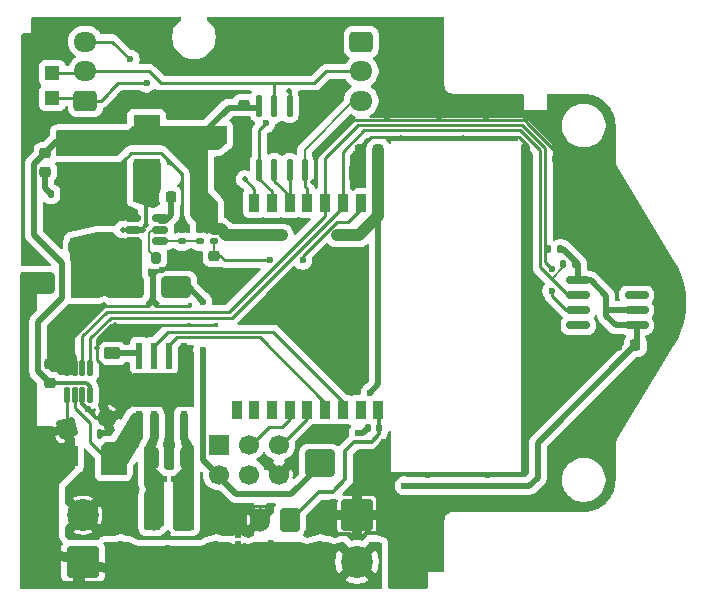
<source format=gbr>
%TF.GenerationSoftware,KiCad,Pcbnew,9.0.3*%
%TF.CreationDate,2025-08-08T12:42:48-04:00*%
%TF.ProjectId,DC_servo_joint,44435f73-6572-4766-9f5f-6a6f696e742e,rev?*%
%TF.SameCoordinates,Original*%
%TF.FileFunction,Copper,L1,Top*%
%TF.FilePolarity,Positive*%
%FSLAX46Y46*%
G04 Gerber Fmt 4.6, Leading zero omitted, Abs format (unit mm)*
G04 Created by KiCad (PCBNEW 9.0.3) date 2025-08-08 12:42:48*
%MOMM*%
%LPD*%
G01*
G04 APERTURE LIST*
G04 Aperture macros list*
%AMRoundRect*
0 Rectangle with rounded corners*
0 $1 Rounding radius*
0 $2 $3 $4 $5 $6 $7 $8 $9 X,Y pos of 4 corners*
0 Add a 4 corners polygon primitive as box body*
4,1,4,$2,$3,$4,$5,$6,$7,$8,$9,$2,$3,0*
0 Add four circle primitives for the rounded corners*
1,1,$1+$1,$2,$3*
1,1,$1+$1,$4,$5*
1,1,$1+$1,$6,$7*
1,1,$1+$1,$8,$9*
0 Add four rect primitives between the rounded corners*
20,1,$1+$1,$2,$3,$4,$5,0*
20,1,$1+$1,$4,$5,$6,$7,0*
20,1,$1+$1,$6,$7,$8,$9,0*
20,1,$1+$1,$8,$9,$2,$3,0*%
G04 Aperture macros list end*
%TA.AperFunction,SMDPad,CuDef*%
%ADD10RoundRect,0.225000X0.250000X-0.225000X0.250000X0.225000X-0.250000X0.225000X-0.250000X-0.225000X0*%
%TD*%
%TA.AperFunction,SMDPad,CuDef*%
%ADD11RoundRect,0.225000X0.225000X0.250000X-0.225000X0.250000X-0.225000X-0.250000X0.225000X-0.250000X0*%
%TD*%
%TA.AperFunction,SMDPad,CuDef*%
%ADD12RoundRect,0.140000X0.140000X0.170000X-0.140000X0.170000X-0.140000X-0.170000X0.140000X-0.170000X0*%
%TD*%
%TA.AperFunction,SMDPad,CuDef*%
%ADD13RoundRect,0.125000X0.125000X-0.537500X0.125000X0.537500X-0.125000X0.537500X-0.125000X-0.537500X0*%
%TD*%
%TA.AperFunction,SMDPad,CuDef*%
%ADD14RoundRect,0.250000X0.250000X0.475000X-0.250000X0.475000X-0.250000X-0.475000X0.250000X-0.475000X0*%
%TD*%
%TA.AperFunction,SMDPad,CuDef*%
%ADD15RoundRect,0.140000X0.170000X-0.140000X0.170000X0.140000X-0.170000X0.140000X-0.170000X-0.140000X0*%
%TD*%
%TA.AperFunction,SMDPad,CuDef*%
%ADD16R,0.500000X0.600000*%
%TD*%
%TA.AperFunction,HeatsinkPad*%
%ADD17C,0.600000*%
%TD*%
%TA.AperFunction,HeatsinkPad*%
%ADD18R,2.900000X2.900000*%
%TD*%
%TA.AperFunction,SMDPad,CuDef*%
%ADD19R,0.900000X1.500000*%
%TD*%
%TA.AperFunction,SMDPad,CuDef*%
%ADD20RoundRect,0.250000X0.650000X-0.325000X0.650000X0.325000X-0.650000X0.325000X-0.650000X-0.325000X0*%
%TD*%
%TA.AperFunction,SMDPad,CuDef*%
%ADD21O,0.570000X1.950000*%
%TD*%
%TA.AperFunction,ComponentPad*%
%ADD22C,0.630000*%
%TD*%
%TA.AperFunction,SMDPad,CuDef*%
%ADD23R,4.900000X2.950000*%
%TD*%
%TA.AperFunction,SMDPad,CuDef*%
%ADD24R,0.500000X2.200000*%
%TD*%
%TA.AperFunction,SMDPad,CuDef*%
%ADD25RoundRect,0.220000X0.255000X-0.220000X0.255000X0.220000X-0.255000X0.220000X-0.255000X-0.220000X0*%
%TD*%
%TA.AperFunction,ComponentPad*%
%ADD26C,1.700000*%
%TD*%
%TA.AperFunction,ComponentPad*%
%ADD27R,1.700000X1.700000*%
%TD*%
%TA.AperFunction,SMDPad,CuDef*%
%ADD28RoundRect,0.248780X-0.451220X0.261220X-0.451220X-0.261220X0.451220X-0.261220X0.451220X0.261220X0*%
%TD*%
%TA.AperFunction,SMDPad,CuDef*%
%ADD29RoundRect,0.250000X-0.650000X0.325000X-0.650000X-0.325000X0.650000X-0.325000X0.650000X0.325000X0*%
%TD*%
%TA.AperFunction,SMDPad,CuDef*%
%ADD30RoundRect,0.150000X0.825000X0.150000X-0.825000X0.150000X-0.825000X-0.150000X0.825000X-0.150000X0*%
%TD*%
%TA.AperFunction,SMDPad,CuDef*%
%ADD31RoundRect,0.225000X-0.250000X0.225000X-0.250000X-0.225000X0.250000X-0.225000X0.250000X0.225000X0*%
%TD*%
%TA.AperFunction,SMDPad,CuDef*%
%ADD32RoundRect,0.140000X-0.170000X0.140000X-0.170000X-0.140000X0.170000X-0.140000X0.170000X0.140000X0*%
%TD*%
%TA.AperFunction,SMDPad,CuDef*%
%ADD33RoundRect,0.250000X-0.325000X-0.650000X0.325000X-0.650000X0.325000X0.650000X-0.325000X0.650000X0*%
%TD*%
%TA.AperFunction,SMDPad,CuDef*%
%ADD34R,0.600000X0.500000*%
%TD*%
%TA.AperFunction,SMDPad,CuDef*%
%ADD35R,1.500000X1.800000*%
%TD*%
%TA.AperFunction,SMDPad,CuDef*%
%ADD36RoundRect,0.250000X1.000000X0.900000X-1.000000X0.900000X-1.000000X-0.900000X1.000000X-0.900000X0*%
%TD*%
%TA.AperFunction,SMDPad,CuDef*%
%ADD37R,2.286000X1.854500*%
%TD*%
%TA.AperFunction,SMDPad,CuDef*%
%ADD38RoundRect,0.150000X-0.512500X-0.150000X0.512500X-0.150000X0.512500X0.150000X-0.512500X0.150000X0*%
%TD*%
%TA.AperFunction,SMDPad,CuDef*%
%ADD39RoundRect,0.140000X-0.140000X-0.170000X0.140000X-0.170000X0.140000X0.170000X-0.140000X0.170000X0*%
%TD*%
%TA.AperFunction,SMDPad,CuDef*%
%ADD40RoundRect,0.225000X-0.225000X-0.250000X0.225000X-0.250000X0.225000X0.250000X-0.225000X0.250000X0*%
%TD*%
%TA.AperFunction,SMDPad,CuDef*%
%ADD41RoundRect,0.250000X-1.000000X-0.650000X1.000000X-0.650000X1.000000X0.650000X-1.000000X0.650000X0*%
%TD*%
%TA.AperFunction,SMDPad,CuDef*%
%ADD42R,1.200000X1.200000*%
%TD*%
%TA.AperFunction,SMDPad,CuDef*%
%ADD43RoundRect,0.250000X1.000000X0.650000X-1.000000X0.650000X-1.000000X-0.650000X1.000000X-0.650000X0*%
%TD*%
%TA.AperFunction,SMDPad,CuDef*%
%ADD44RoundRect,0.200000X-0.200000X-0.275000X0.200000X-0.275000X0.200000X0.275000X-0.200000X0.275000X0*%
%TD*%
%TA.AperFunction,ComponentPad*%
%ADD45O,1.700000X2.000000*%
%TD*%
%TA.AperFunction,ComponentPad*%
%ADD46RoundRect,0.250000X0.600000X0.750000X-0.600000X0.750000X-0.600000X-0.750000X0.600000X-0.750000X0*%
%TD*%
%TA.AperFunction,ComponentPad*%
%ADD47O,1.950000X1.700000*%
%TD*%
%TA.AperFunction,ComponentPad*%
%ADD48RoundRect,0.250000X-0.725000X0.600000X-0.725000X-0.600000X0.725000X-0.600000X0.725000X0.600000X0*%
%TD*%
%TA.AperFunction,ComponentPad*%
%ADD49C,2.700000*%
%TD*%
%TA.AperFunction,ComponentPad*%
%ADD50RoundRect,0.250001X1.099999X-1.099999X1.099999X1.099999X-1.099999X1.099999X-1.099999X-1.099999X0*%
%TD*%
%TA.AperFunction,ComponentPad*%
%ADD51C,1.600000*%
%TD*%
%TA.AperFunction,ComponentPad*%
%ADD52RoundRect,0.250000X-0.388909X-0.673610X0.673610X-0.388909X0.388909X0.673610X-0.673610X0.388909X0*%
%TD*%
%TA.AperFunction,ComponentPad*%
%ADD53RoundRect,0.250001X-1.099999X1.099999X-1.099999X-1.099999X1.099999X-1.099999X1.099999X1.099999X0*%
%TD*%
%TA.AperFunction,ComponentPad*%
%ADD54RoundRect,0.250000X0.725000X-0.600000X0.725000X0.600000X-0.725000X0.600000X-0.725000X-0.600000X0*%
%TD*%
%TA.AperFunction,ViaPad*%
%ADD55C,0.500000*%
%TD*%
%TA.AperFunction,ViaPad*%
%ADD56C,0.600000*%
%TD*%
%TA.AperFunction,ViaPad*%
%ADD57C,0.400000*%
%TD*%
%TA.AperFunction,Conductor*%
%ADD58C,0.250000*%
%TD*%
%TA.AperFunction,Conductor*%
%ADD59C,0.350000*%
%TD*%
%TA.AperFunction,Conductor*%
%ADD60C,0.500000*%
%TD*%
%TA.AperFunction,Conductor*%
%ADD61C,1.000000*%
%TD*%
%TA.AperFunction,Conductor*%
%ADD62C,0.200000*%
%TD*%
G04 APERTURE END LIST*
D10*
%TO.P,C12,2*%
%TO.N,GND*%
X107500000Y-67920000D03*
%TO.P,C12,1*%
%TO.N,/V_IN*%
X107500000Y-69480000D03*
%TD*%
D11*
%TO.P,C8,2*%
%TO.N,GND*%
X129020000Y-62050000D03*
%TO.P,C8,1*%
%TO.N,+3.3V*%
X130580000Y-62050000D03*
%TD*%
D12*
%TO.P,R_i2c1,2*%
%TO.N,/SCL*%
X146250000Y-71700000D03*
%TO.P,R_i2c1,1*%
%TO.N,+3.3V*%
X147250000Y-71700000D03*
%TD*%
D13*
%TO.P,U_6,8,A1*%
%TO.N,GND*%
X104250000Y-80525000D03*
%TO.P,U_6,7,A0*%
X104900000Y-80525000D03*
%TO.P,U_6,6,SDA*%
%TO.N,/SDA*%
X105550000Y-80525000D03*
%TO.P,U_6,5,SCL*%
%TO.N,/SCL*%
X106200000Y-80525000D03*
%TO.P,U_6,4,VS*%
%TO.N,+3.3V*%
X106200000Y-82800000D03*
%TO.P,U_6,3,GND*%
%TO.N,GND*%
X105550000Y-82800000D03*
%TO.P,U_6,2,IN-*%
%TO.N,/V_motor*%
X104900000Y-82800000D03*
%TO.P,U_6,1,IN+*%
%TO.N,+12V*%
X104250000Y-82800000D03*
%TD*%
D14*
%TO.P,C14,2*%
%TO.N,GND*%
X128650000Y-64050000D03*
%TO.P,C14,1*%
%TO.N,+3.3V*%
X130550000Y-64050000D03*
%TD*%
D12*
%TO.P,R2,2*%
%TO.N,+3.3V*%
X129700000Y-85600000D03*
%TO.P,R2,1*%
%TO.N,/NTC_PIN*%
X130700000Y-85600000D03*
%TD*%
D15*
%TO.P,R7,2*%
%TO.N,GND*%
X114000000Y-68800000D03*
%TO.P,R7,1*%
%TO.N,Net-(U5-VFB)*%
X114000000Y-69800000D03*
%TD*%
D16*
%TO.P,D4,2*%
%TO.N,/Mot1*%
X112500000Y-89950000D03*
%TO.P,D4,1*%
%TO.N,/Mot2*%
X113300000Y-89950000D03*
%TD*%
D17*
%TO.P,U2,19,GND*%
%TO.N,GND*%
X123850000Y-77360000D03*
X124950000Y-77360000D03*
X123300000Y-76810000D03*
X124400000Y-76810000D03*
X125500000Y-76810000D03*
X123850000Y-76260000D03*
D18*
X124400000Y-76260000D03*
D17*
X124950000Y-76260000D03*
X123300000Y-75710000D03*
X124400000Y-75710000D03*
X125500000Y-75710000D03*
X123850000Y-75160000D03*
X124950000Y-75160000D03*
D19*
%TO.P,U2,18,IO0*%
%TO.N,/NTC_PIN*%
X130600000Y-84050000D03*
%TO.P,U2,17,IO1*%
%TO.N,unconnected-(U2-IO1-Pad17)*%
X129100000Y-84050000D03*
%TO.P,U2,16,IO2*%
%TO.N,/pwm1_io2*%
X127600000Y-84050000D03*
%TO.P,U2,15,IO3*%
%TO.N,/pwm2_io3*%
X126100000Y-84050000D03*
%TO.P,U2,14,IO19*%
%TO.N,/D+*%
X124600000Y-84050000D03*
%TO.P,U2,13,IO18*%
%TO.N,/D-*%
X123100000Y-84050000D03*
%TO.P,U2,12,IO21/TXD*%
%TO.N,unconnected-(U2-IO21{slash}TXD-Pad12)*%
X121600000Y-84050000D03*
%TO.P,U2,11,IO20/RXD*%
%TO.N,unconnected-(U2-IO20{slash}RXD-Pad11)*%
X120100000Y-84050000D03*
%TO.P,U2,10,IO10*%
%TO.N,unconnected-(U2-IO10-Pad10)*%
X118600000Y-84050000D03*
%TO.P,U2,9,GND*%
%TO.N,GND*%
X118600000Y-66550000D03*
%TO.P,U2,8,IO9*%
%TO.N,/BOOT_BTM*%
X120100000Y-66550000D03*
%TO.P,U2,7,IO8*%
%TO.N,/UART_RX*%
X121600000Y-66550000D03*
%TO.P,U2,6,IO7*%
%TO.N,/485_RE_DE*%
X123100000Y-66550000D03*
%TO.P,U2,5,IO6*%
%TO.N,/UART_TX*%
X124600000Y-66550000D03*
%TO.P,U2,4,IO5*%
%TO.N,/SDA*%
X126100000Y-66550000D03*
%TO.P,U2,3,IO4*%
%TO.N,/SCL*%
X127600000Y-66550000D03*
%TO.P,U2,2,EN*%
%TO.N,/RST_BTM*%
X129100000Y-66550000D03*
%TO.P,U2,1,3V3*%
%TO.N,+3.3V*%
X130600000Y-66550000D03*
%TD*%
D20*
%TO.P,C17,2*%
%TO.N,GND*%
X116900000Y-93570000D03*
%TO.P,C17,1*%
%TO.N,+12V*%
X116900000Y-96530000D03*
%TD*%
D21*
%TO.P,U3,8,VCC*%
%TO.N,+3.3V*%
X120540000Y-58340000D03*
%TO.P,U3,7,B*%
%TO.N,/RS485B*%
X121810000Y-58340000D03*
%TO.P,U3,6,A*%
%TO.N,/RS485A*%
X123090000Y-58340000D03*
%TO.P,U3,5,GND*%
%TO.N,GND*%
X124360000Y-58340000D03*
%TO.P,U3,4,DI*%
%TO.N,/UART_TX*%
X124360000Y-63760000D03*
%TO.P,U3,3,DE*%
%TO.N,/485_RE_DE*%
X123090000Y-63760000D03*
%TO.P,U3,2,RE#*%
X121810000Y-63760000D03*
%TO.P,U3,1,RO*%
%TO.N,/UART_RX*%
X120540000Y-63760000D03*
%TD*%
D20*
%TO.P,C1,2*%
%TO.N,GND*%
X125700000Y-93570000D03*
%TO.P,C1,1*%
%TO.N,+12V*%
X125700000Y-96530000D03*
%TD*%
D22*
%TO.P,U_MOTOR_1,9,GND*%
%TO.N,GND*%
X110950000Y-83000000D03*
X112250000Y-83000000D03*
X113550000Y-83000000D03*
D23*
X112250000Y-82350000D03*
D22*
X110950000Y-81700000D03*
X112250000Y-81700000D03*
X113550000Y-81700000D03*
D24*
%TO.P,U_MOTOR_1,8,OUT2*%
%TO.N,/Mot2*%
X114155000Y-85225000D03*
%TO.P,U_MOTOR_1,7,GND*%
%TO.N,GND*%
X112885000Y-85225000D03*
%TO.P,U_MOTOR_1,6,OUT1*%
%TO.N,/Mot1*%
X111615000Y-85225000D03*
%TO.P,U_MOTOR_1,5,VM*%
%TO.N,/V_motor*%
X110345000Y-85225000D03*
%TO.P,U_MOTOR_1,4,ILIM*%
%TO.N,Net-(U_MOTOR_1-ILIM)*%
X110345000Y-79475000D03*
%TO.P,U_MOTOR_1,3,IN1*%
%TO.N,/pwm1_io2*%
X111615000Y-79475000D03*
%TO.P,U_MOTOR_1,2,IN2*%
%TO.N,/pwm2_io3*%
X112885000Y-79475000D03*
%TO.P,U_MOTOR_1,1,GND*%
%TO.N,GND*%
X114155000Y-79475000D03*
%TD*%
D25*
%TO.P,D6,2*%
%TO.N,+3.3V*%
X102400000Y-62310000D03*
%TO.P,D6,1*%
%TO.N,Net-(D6-Pad1)*%
X102400000Y-63890000D03*
%TD*%
D26*
%TO.P,J_USB1,6,Pin_6*%
%TO.N,GND*%
X122200000Y-89540000D03*
%TO.P,J_USB1,5,Pin_5*%
%TO.N,/D+*%
X122200000Y-87000000D03*
%TO.P,J_USB1,4,Pin_4*%
%TO.N,unconnected-(J_USB1-Pin_4-Pad4)*%
X119660000Y-89540000D03*
%TO.P,J_USB1,3,Pin_3*%
%TO.N,/D-*%
X119660000Y-87000000D03*
%TO.P,J_USB1,2,Pin_2*%
%TO.N,/usb_5v*%
X117120000Y-89540000D03*
D27*
%TO.P,J_USB1,1,Pin_1*%
%TO.N,unconnected-(J_USB1-Pin_1-Pad1)*%
X117120000Y-87000000D03*
%TD*%
D20*
%TO.P,C2,2*%
%TO.N,GND*%
X108800000Y-93570000D03*
%TO.P,C2,1*%
%TO.N,+12V*%
X108800000Y-96530000D03*
%TD*%
D28*
%TO.P,R3,2*%
%TO.N,GND*%
X108100000Y-81110000D03*
%TO.P,R3,1*%
%TO.N,Net-(U_MOTOR_1-ILIM)*%
X108100000Y-79290000D03*
%TD*%
D29*
%TO.P,C10,2*%
%TO.N,GND*%
X107200000Y-64280000D03*
%TO.P,C10,1*%
%TO.N,+3.3V*%
X107200000Y-61320000D03*
%TD*%
D30*
%TO.P,U1,8,PGO*%
%TO.N,unconnected-(U1-PGO-Pad8)*%
X147525000Y-76905000D03*
%TO.P,U1,7,SDA*%
%TO.N,/SDA*%
X147525000Y-75635000D03*
%TO.P,U1,6,SCL*%
%TO.N,/SCL*%
X147525000Y-74365000D03*
%TO.P,U1,5,DIR*%
%TO.N,+3.3V*%
X147525000Y-73095000D03*
%TO.P,U1,4,GND*%
%TO.N,GND*%
X152475000Y-73095000D03*
%TO.P,U1,3,OUT*%
%TO.N,unconnected-(U1-OUT-Pad3)*%
X152475000Y-74365000D03*
%TO.P,U1,2,VDD3V3*%
%TO.N,+3.3V*%
X152475000Y-75635000D03*
%TO.P,U1,1,VDD5V*%
X152475000Y-76905000D03*
%TD*%
D31*
%TO.P,C4,2*%
%TO.N,GND*%
X116700000Y-72560000D03*
%TO.P,C4,1*%
%TO.N,/RST_BTM*%
X116700000Y-71000000D03*
%TD*%
D32*
%TO.P,R5,2*%
%TO.N,/RST_BTM*%
X116700000Y-69780000D03*
%TO.P,R5,1*%
%TO.N,+3.3V*%
X116700000Y-68780000D03*
%TD*%
D33*
%TO.P,C5,2*%
%TO.N,/Mot2*%
X114380000Y-88150000D03*
%TO.P,C5,1*%
%TO.N,/Mot1*%
X111420000Y-88150000D03*
%TD*%
D29*
%TO.P,C3,2*%
%TO.N,GND*%
X104700000Y-64260000D03*
%TO.P,C3,1*%
%TO.N,+3.3V*%
X104700000Y-61300000D03*
%TD*%
D34*
%TO.P,D2,2*%
%TO.N,+12V*%
X118700000Y-95450000D03*
%TO.P,D2,1*%
%TO.N,GND*%
X118700000Y-94650000D03*
%TD*%
D12*
%TO.P,R_i2c2,2*%
%TO.N,/SDA*%
X145000000Y-70450000D03*
%TO.P,R_i2c2,1*%
%TO.N,+3.3V*%
X146000000Y-70450000D03*
%TD*%
D35*
%TO.P,R_SHUT2,2*%
%TO.N,+12V*%
X104400000Y-88000000D03*
%TO.P,R_SHUT2,1*%
%TO.N,/V_motor*%
X108000000Y-88000000D03*
%TD*%
D36*
%TO.P,D1,2*%
%TO.N,/usb_5v*%
X125650000Y-88600000D03*
%TO.P,D1,1*%
%TO.N,GND*%
X129950000Y-88600000D03*
%TD*%
D37*
%TO.P,L1,2,2*%
%TO.N,/TPS_SW*%
X111000000Y-63800000D03*
%TO.P,L1,1,1*%
%TO.N,+3.3V*%
X111000000Y-60015500D03*
%TD*%
D32*
%TO.P,R1,2*%
%TO.N,Net-(U5-VFB)*%
X115500000Y-69800000D03*
%TO.P,R1,1*%
%TO.N,+3.3V*%
X115500000Y-68800000D03*
%TD*%
D11*
%TO.P,C7,2*%
%TO.N,GND*%
X150820000Y-78600000D03*
%TO.P,C7,1*%
%TO.N,+3.3V*%
X152380000Y-78600000D03*
%TD*%
D38*
%TO.P,U5,6,VBST*%
%TO.N,Net-(U5-VBST)*%
X112137500Y-67850000D03*
%TO.P,U5,5,EN*%
%TO.N,Net-(U5-EN)*%
X112137500Y-68800000D03*
%TO.P,U5,4,VFB*%
%TO.N,Net-(U5-VFB)*%
X112137500Y-69750000D03*
%TO.P,U5,3,VIN*%
%TO.N,/V_IN*%
X109862500Y-69750000D03*
%TO.P,U5,2,SW*%
%TO.N,/TPS_SW*%
X109862500Y-68800000D03*
%TO.P,U5,1,GND*%
%TO.N,GND*%
X109862500Y-67850000D03*
%TD*%
D39*
%TO.P,R6,2*%
%TO.N,GND*%
X103900000Y-65800000D03*
%TO.P,R6,1*%
%TO.N,Net-(D6-Pad1)*%
X102900000Y-65800000D03*
%TD*%
D31*
%TO.P,C16,2*%
%TO.N,GND*%
X119200000Y-59830000D03*
%TO.P,C16,1*%
%TO.N,+3.3V*%
X119200000Y-58270000D03*
%TD*%
D40*
%TO.P,C13,2*%
%TO.N,Net-(U5-VBST)*%
X113030000Y-66050000D03*
%TO.P,C13,1*%
%TO.N,/TPS_SW*%
X111470000Y-66050000D03*
%TD*%
D41*
%TO.P,D3,2*%
%TO.N,/usb_5v*%
X113500000Y-73700000D03*
%TO.P,D3,1*%
%TO.N,/V_IN*%
X109500000Y-73700000D03*
%TD*%
D20*
%TO.P,C9,2*%
%TO.N,GND*%
X105300000Y-67320000D03*
%TO.P,C9,1*%
%TO.N,/V_IN*%
X105300000Y-70280000D03*
%TD*%
D10*
%TO.P,C6,2*%
%TO.N,GND*%
X102800000Y-80220000D03*
%TO.P,C6,1*%
%TO.N,+3.3V*%
X102800000Y-81780000D03*
%TD*%
D42*
%TO.P,R_TERM_1,2*%
%TO.N,/RS485A*%
X103000000Y-57650000D03*
%TO.P,R_TERM_1,1*%
%TO.N,/RS485B*%
X103000000Y-55550000D03*
%TD*%
D43*
%TO.P,D5,2*%
%TO.N,+12V*%
X102000000Y-73300000D03*
%TO.P,D5,1*%
%TO.N,/V_IN*%
X106000000Y-73300000D03*
%TD*%
D44*
%TO.P,R4,2*%
%TO.N,Net-(U5-EN)*%
X111820000Y-71200000D03*
%TO.P,R4,1*%
%TO.N,/V_IN*%
X110180000Y-71200000D03*
%TD*%
D45*
%TO.P,J_MOT1,2*%
%TO.N,/Mot1*%
X111600000Y-93300000D03*
D46*
%TO.P,J_MOT1,1*%
%TO.N,/Mot2*%
X114100000Y-93300000D03*
%TD*%
D47*
%TO.P,J_BUS1,3*%
%TO.N,/UART_TX*%
X129155000Y-57900000D03*
%TO.P,J_BUS1,2*%
%TO.N,/RS485B*%
X129155000Y-55400000D03*
D48*
%TO.P,J_BUS1,1*%
%TO.N,/RS485A*%
X129155000Y-52900000D03*
%TD*%
D49*
%TO.P,J_PWR1,2*%
%TO.N,GND*%
X105600000Y-92970000D03*
D50*
%TO.P,J_PWR1,1*%
%TO.N,+12V*%
X105600000Y-96930000D03*
%TD*%
D51*
%TO.P,C15,2*%
%TO.N,GND*%
X107600000Y-84725000D03*
D52*
%TO.P,C15,1*%
%TO.N,+12V*%
X104219260Y-85630867D03*
%TD*%
D49*
%TO.P,J_PWR2,2*%
%TO.N,+12V*%
X128800000Y-96930000D03*
D53*
%TO.P,J_PWR2,1*%
%TO.N,GND*%
X128800000Y-92970000D03*
%TD*%
D45*
%TO.P,J_NTC1,2*%
%TO.N,GND*%
X120600000Y-93350000D03*
D46*
%TO.P,J_NTC1,1*%
%TO.N,/NTC_PIN*%
X123100000Y-93350000D03*
%TD*%
D47*
%TO.P,J_BUS2,3*%
%TO.N,/UART_RX*%
X105800000Y-52900000D03*
%TO.P,J_BUS2,2*%
%TO.N,/RS485B*%
X105800000Y-55400000D03*
D54*
%TO.P,J_BUS2,1*%
%TO.N,/RS485A*%
X105800000Y-57900000D03*
%TD*%
D55*
%TO.N,/RS485A*%
X123075000Y-57075000D03*
D56*
%TO.N,GND*%
X108650000Y-59350000D03*
X110000000Y-94600000D03*
X143000000Y-87900000D03*
D55*
X121450000Y-92200000D03*
D56*
X108400000Y-90800000D03*
D55*
X135750000Y-55450000D03*
D56*
X112250000Y-72250000D03*
D55*
X104800000Y-77800000D03*
X105800000Y-51150000D03*
D56*
X129534832Y-81253627D03*
X106000000Y-84000000D03*
X115800000Y-90800000D03*
X134500000Y-98700000D03*
X134850000Y-89600000D03*
D55*
X128500000Y-65300000D03*
D56*
X130900000Y-94500000D03*
X135700000Y-93350000D03*
X145750000Y-66150000D03*
X138700000Y-92100000D03*
D55*
X106800000Y-78800000D03*
D56*
X145700000Y-76300000D03*
X145600000Y-62800000D03*
X153000000Y-68200000D03*
X124600000Y-94600000D03*
X119900000Y-72300000D03*
X149550000Y-78600000D03*
X141800000Y-92100000D03*
X110100000Y-90800000D03*
X143050000Y-61900000D03*
X115800000Y-72600000D03*
X150000000Y-86800000D03*
D55*
X135750000Y-59350000D03*
D56*
X103650000Y-59250000D03*
X126350000Y-61350000D03*
X104550000Y-66150000D03*
X107400000Y-65500000D03*
X126800000Y-91900000D03*
X112850000Y-55350000D03*
X119600000Y-94600000D03*
X122400000Y-73700000D03*
D55*
X139750000Y-59350000D03*
D56*
X126100000Y-70800000D03*
X104600000Y-79200000D03*
D55*
X131400000Y-51150000D03*
D56*
X109050000Y-52200000D03*
X135700000Y-97450000D03*
X107700000Y-83300000D03*
X111450000Y-74900000D03*
X152450000Y-71950000D03*
X118600000Y-68050000D03*
X125200000Y-79500000D03*
X116250000Y-58050000D03*
X112900000Y-87150000D03*
X108700000Y-64900000D03*
D55*
X110800000Y-51150000D03*
D56*
X119700000Y-55250000D03*
X104300000Y-68400000D03*
X117200000Y-74750000D03*
D55*
X125100000Y-64800000D03*
X135750000Y-51150000D03*
D56*
X114100000Y-70900000D03*
X143300000Y-70000000D03*
D57*
X114600000Y-76850000D03*
D55*
X112800000Y-94500000D03*
D56*
X128800000Y-90250000D03*
X114000000Y-68000000D03*
X109200000Y-82300000D03*
X131100000Y-86800000D03*
X105700000Y-90800000D03*
X107350000Y-66900000D03*
X128100000Y-91100000D03*
X100800000Y-59700000D03*
X119400000Y-92200000D03*
D57*
X116900000Y-76850000D03*
D56*
X143300000Y-66150000D03*
X131000000Y-90700000D03*
X113800000Y-58100000D03*
X124350000Y-55250000D03*
X128234701Y-82278233D03*
X144200000Y-73400000D03*
D57*
X114650000Y-75150000D03*
D55*
X100800000Y-56000000D03*
D56*
X125100000Y-58350000D03*
D55*
X121400000Y-51150000D03*
D56*
X129325000Y-62975000D03*
D55*
X108350000Y-76850000D03*
D56*
X105000000Y-65450000D03*
D55*
X126400000Y-51150000D03*
D56*
X106150000Y-65500000D03*
X112900000Y-87850000D03*
X139900000Y-89600000D03*
X150000000Y-63200000D03*
X109150000Y-57300000D03*
D55*
X143100000Y-59400000D03*
D56*
X115800000Y-94600000D03*
X119200000Y-61000000D03*
X119500000Y-76500000D03*
X118600000Y-65300000D03*
X108900000Y-66000000D03*
D55*
X132550000Y-61050000D03*
X123800000Y-68100000D03*
D56*
X116700000Y-73500000D03*
D55*
X137800000Y-61050000D03*
D56*
X126900000Y-94600000D03*
D55*
X129650000Y-61325000D03*
X107400000Y-75200000D03*
X131300000Y-59350000D03*
D56*
X111100000Y-53850000D03*
X153000000Y-81800000D03*
X131900000Y-98700000D03*
X110000000Y-92800000D03*
%TO.N,+12V*%
X108800000Y-98700000D03*
X125700000Y-98700000D03*
X102700000Y-88500000D03*
X121500000Y-98650000D03*
X121500000Y-95350000D03*
X130400000Y-95500000D03*
X116900000Y-95400000D03*
X100850000Y-81800000D03*
X130500000Y-98700000D03*
X108800000Y-95400000D03*
X100750000Y-87850000D03*
X112800000Y-95750000D03*
X100900000Y-98700000D03*
X100900000Y-91600000D03*
X125700000Y-95400000D03*
X112800000Y-98700000D03*
X116900000Y-98700000D03*
X100900000Y-95600000D03*
X100800000Y-75100000D03*
X100800000Y-86300000D03*
%TO.N,/RST_BTM*%
X121400000Y-71400000D03*
X124200000Y-71400000D03*
D55*
%TO.N,/TPS_SW*%
X108950000Y-68800000D03*
X111900000Y-65100000D03*
X111300000Y-65100000D03*
X110950000Y-68400000D03*
X110600000Y-66400000D03*
X110600000Y-65800000D03*
X110700000Y-65100000D03*
X110100000Y-65100000D03*
D56*
%TO.N,/usb_5v*%
X115750000Y-74900000D03*
X115750000Y-79000000D03*
%TO.N,/RS485A*%
X111000000Y-56400000D03*
%TO.N,/UART_RX*%
X121100000Y-59800000D03*
X109600000Y-54400000D03*
%TO.N,+3.3V*%
X132800000Y-90500000D03*
X129900000Y-82600000D03*
X128900000Y-86000000D03*
X127100000Y-69300000D03*
X122450000Y-69300000D03*
%TO.N,/SDA*%
X145300000Y-74000000D03*
X145300000Y-72100000D03*
D55*
%TO.N,/BOOT_BTM*%
X119300000Y-64550000D03*
%TD*%
D58*
%TO.N,/RS485A*%
X123090000Y-57090000D02*
X123075000Y-57075000D01*
X123090000Y-58340000D02*
X123090000Y-57090000D01*
%TO.N,/D+*%
X124600000Y-84250000D02*
X124600000Y-84800000D01*
X124600000Y-84800000D02*
X122200000Y-87200000D01*
%TO.N,/D-*%
X122452000Y-85500000D02*
X121360000Y-85500000D01*
X121360000Y-85500000D02*
X119660000Y-87200000D01*
X123100000Y-84852000D02*
X122452000Y-85500000D01*
X123100000Y-84250000D02*
X123100000Y-84852000D01*
%TO.N,GND*%
X137800000Y-60950000D02*
X132550000Y-60950000D01*
D59*
X129550000Y-94500000D02*
X129200000Y-94850000D01*
D58*
X125300000Y-62700000D02*
X125300000Y-63800000D01*
X108700000Y-64800000D02*
X108700000Y-64900000D01*
X114550000Y-75250000D02*
X111800000Y-75250000D01*
D59*
X110300000Y-94900000D02*
X115500000Y-94900000D01*
D58*
X107900000Y-75250000D02*
X107412097Y-75250000D01*
X128502000Y-59498000D02*
X126200000Y-61800000D01*
D59*
X110000000Y-94600000D02*
X110300000Y-94900000D01*
D58*
X107450000Y-75250000D02*
X107400000Y-75200000D01*
X114600000Y-76850000D02*
X116900000Y-76850000D01*
X104900000Y-80525000D02*
X104900000Y-79500000D01*
D60*
X150820000Y-78600000D02*
X149550000Y-78600000D01*
X128650000Y-62420000D02*
X129020000Y-62050000D01*
D58*
X108350000Y-76850000D02*
X114600000Y-76850000D01*
D60*
X118600000Y-66550000D02*
X118600000Y-68050000D01*
X152475000Y-71975000D02*
X152450000Y-71950000D01*
D58*
X103820000Y-79200000D02*
X102800000Y-80220000D01*
D59*
X115500000Y-94900000D02*
X115800000Y-94600000D01*
D58*
X130200000Y-60950000D02*
X131600000Y-60950000D01*
X114155000Y-80445000D02*
X112250000Y-82350000D01*
X125300000Y-63800000D02*
X125300000Y-64600000D01*
D59*
X105550000Y-82800000D02*
X105550000Y-83550000D01*
D58*
X110800000Y-75250000D02*
X111100000Y-75250000D01*
X131600000Y-60950000D02*
X132450000Y-60950000D01*
X120600000Y-92200000D02*
X120600000Y-93350000D01*
X132525000Y-60950000D02*
X132550000Y-60975000D01*
X132550000Y-60950000D02*
X130200000Y-60950000D01*
X142528192Y-60950000D02*
X137800000Y-60950000D01*
D60*
X129950000Y-87950000D02*
X131100000Y-86800000D01*
D58*
X126100000Y-61900000D02*
X126350000Y-61650000D01*
D59*
X130900000Y-94500000D02*
X129550000Y-94500000D01*
D58*
X143312622Y-59821000D02*
X142989622Y-59498000D01*
D59*
X106725000Y-84725000D02*
X106000000Y-84000000D01*
D58*
X125090000Y-58340000D02*
X125100000Y-58350000D01*
X114000000Y-64077750D02*
X112222250Y-62300000D01*
X120600000Y-92200000D02*
X121450000Y-92200000D01*
D60*
X152475000Y-73095000D02*
X152475000Y-71975000D01*
D58*
X143300000Y-62400000D02*
X143300000Y-61721808D01*
X107412097Y-75250000D02*
X107354032Y-75308065D01*
X109700000Y-62300000D02*
X108700000Y-63300000D01*
X126100000Y-61900000D02*
X125300000Y-62700000D01*
D59*
X107600000Y-84725000D02*
X106725000Y-84725000D01*
D58*
X145600000Y-62108378D02*
X143312622Y-59821000D01*
X131600000Y-60950000D02*
X132525000Y-60950000D01*
X145600000Y-62800000D02*
X145600000Y-62108378D01*
X104600000Y-78062097D02*
X104600000Y-79200000D01*
X111100000Y-75250000D02*
X111450000Y-74900000D01*
X104600000Y-79200000D02*
X103820000Y-79200000D01*
X104250000Y-80525000D02*
X104250000Y-79550000D01*
X115840000Y-72560000D02*
X115800000Y-72600000D01*
D60*
X128650000Y-64050000D02*
X128650000Y-62420000D01*
D58*
X106800000Y-78037810D02*
X106800000Y-78800000D01*
X107900000Y-75250000D02*
X109300000Y-75250000D01*
X130025000Y-60950000D02*
X129650000Y-61325000D01*
X108350000Y-76850000D02*
X107987810Y-76850000D01*
X130200000Y-60950000D02*
X130025000Y-60950000D01*
X107354032Y-75308065D02*
X104600000Y-78062097D01*
D59*
X128250000Y-94600000D02*
X128500000Y-94850000D01*
D60*
X118600000Y-66550000D02*
X118600000Y-65300000D01*
D58*
X142989622Y-59498000D02*
X128502000Y-59498000D01*
X129020000Y-61955000D02*
X129650000Y-61325000D01*
D59*
X128500000Y-94850000D02*
X129200000Y-94850000D01*
D58*
X104250000Y-79550000D02*
X104600000Y-79200000D01*
X119400000Y-92200000D02*
X120600000Y-92200000D01*
X124360000Y-58340000D02*
X125090000Y-58340000D01*
D60*
X128650000Y-63650000D02*
X129325000Y-62975000D01*
D58*
X106800000Y-79810000D02*
X106800000Y-78800000D01*
X125300000Y-63800000D02*
X125300000Y-64900000D01*
X109300000Y-75250000D02*
X107450000Y-75250000D01*
X143300000Y-61721808D02*
X142528192Y-60950000D01*
X107987810Y-76850000D02*
X106800000Y-78037810D01*
X114650000Y-75150000D02*
X114550000Y-75250000D01*
D59*
X105550000Y-83550000D02*
X106000000Y-84000000D01*
D58*
X112222250Y-62300000D02*
X109700000Y-62300000D01*
X114000000Y-68800000D02*
X114000000Y-64077750D01*
X108700000Y-63300000D02*
X108700000Y-64800000D01*
X111800000Y-75250000D02*
X111450000Y-74900000D01*
X109300000Y-75250000D02*
X110800000Y-75250000D01*
X104900000Y-79500000D02*
X104600000Y-79200000D01*
X126350000Y-61650000D02*
X126350000Y-61350000D01*
X126200000Y-61800000D02*
X126100000Y-61900000D01*
X125300000Y-64600000D02*
X125100000Y-64800000D01*
X119200000Y-59830000D02*
X119200000Y-61000000D01*
X108100000Y-81110000D02*
X106800000Y-79810000D01*
X132450000Y-60950000D02*
X132550000Y-61050000D01*
X116700000Y-72560000D02*
X115840000Y-72560000D01*
X116700000Y-72560000D02*
X116700000Y-73500000D01*
D59*
X126900000Y-94600000D02*
X128250000Y-94600000D01*
D58*
%TO.N,+12V*%
X104250000Y-82800000D02*
X104250000Y-85600127D01*
D61*
X103250000Y-89550000D02*
X103250000Y-89950000D01*
X100800000Y-75100000D02*
X100800000Y-74500000D01*
X104300000Y-88500000D02*
X103250000Y-89550000D01*
D59*
X105600000Y-98700000D02*
X108800000Y-98700000D01*
X100900000Y-98700000D02*
X105600000Y-98700000D01*
X105600000Y-96930000D02*
X105600000Y-98700000D01*
D61*
X100800000Y-74500000D02*
X102000000Y-73300000D01*
D58*
%TO.N,/RST_BTM*%
X127081860Y-68150000D02*
X128050000Y-68150000D01*
X124200000Y-71031860D02*
X124200000Y-71400000D01*
X117200000Y-71000000D02*
X116700000Y-71000000D01*
X121400000Y-71400000D02*
X117600000Y-71400000D01*
X128050000Y-68150000D02*
X129100000Y-67100000D01*
X117600000Y-71400000D02*
X117200000Y-71000000D01*
X127081860Y-68150000D02*
X124200000Y-71031860D01*
D62*
X116700000Y-69980000D02*
X116700000Y-71200000D01*
D60*
%TO.N,Net-(U5-VBST)*%
X112550000Y-68050000D02*
X113030000Y-67570000D01*
X112137500Y-68050000D02*
X112550000Y-68050000D01*
X113030000Y-67570000D02*
X113030000Y-66250000D01*
D59*
%TO.N,/TPS_SW*%
X110950000Y-68400000D02*
X110950000Y-66750000D01*
D60*
X109862500Y-68800000D02*
X110700000Y-68800000D01*
D59*
X109862500Y-68800000D02*
X108950000Y-68800000D01*
X110950000Y-66750000D02*
X110600000Y-66400000D01*
X109862500Y-68800000D02*
X110550000Y-68800000D01*
X110550000Y-68800000D02*
X110950000Y-68400000D01*
D60*
%TO.N,/usb_5v*%
X115750000Y-74900000D02*
X114550000Y-73700000D01*
X117190000Y-89750000D02*
X115750000Y-88310000D01*
X118580000Y-91200000D02*
X117120000Y-89740000D01*
X114550000Y-73700000D02*
X113500000Y-73700000D01*
X125650000Y-88800000D02*
X123250000Y-91200000D01*
X115750000Y-85000000D02*
X115750000Y-79000000D01*
X123250000Y-91200000D02*
X118580000Y-91200000D01*
X115750000Y-88310000D02*
X115750000Y-85000000D01*
D58*
%TO.N,/RS485B*%
X111200000Y-55400000D02*
X105800000Y-55400000D01*
X103000000Y-55550000D02*
X105650000Y-55550000D01*
X126200000Y-55400000D02*
X125200000Y-56400000D01*
X121810000Y-56410000D02*
X121800000Y-56400000D01*
X112200000Y-56400000D02*
X121800000Y-56400000D01*
X121810000Y-58340000D02*
X121810000Y-56410000D01*
X121800000Y-56400000D02*
X125200000Y-56400000D01*
X112200000Y-56400000D02*
X111200000Y-55400000D01*
X129155000Y-55400000D02*
X126200000Y-55400000D01*
%TO.N,/UART_TX*%
X124600000Y-65350000D02*
X124360000Y-65110000D01*
X124600000Y-66550000D02*
X124600000Y-65350000D01*
D62*
X124360000Y-62040000D02*
X128500000Y-57900000D01*
X124360000Y-63960000D02*
X124360000Y-62040000D01*
D58*
X124360000Y-65110000D02*
X124360000Y-63760000D01*
%TO.N,/RS485A*%
X107600000Y-57400000D02*
X107975000Y-57025000D01*
X105800000Y-57900000D02*
X107100000Y-57900000D01*
X107100000Y-57900000D02*
X107600000Y-57400000D01*
X107975000Y-57025000D02*
X108600000Y-56400000D01*
X103000000Y-57650000D02*
X105550000Y-57650000D01*
X108600000Y-56400000D02*
X111000000Y-56400000D01*
%TO.N,/UART_RX*%
X120800000Y-60100000D02*
X121100000Y-59800000D01*
X120540000Y-63760000D02*
X120540000Y-60360000D01*
X121600000Y-65550000D02*
X120540000Y-64490000D01*
X121600000Y-66550000D02*
X121600000Y-65550000D01*
X120540000Y-60360000D02*
X120800000Y-60100000D01*
X109600000Y-54400000D02*
X108100000Y-52900000D01*
X108100000Y-52900000D02*
X105800000Y-52900000D01*
D62*
%TO.N,Net-(U5-VFB)*%
X114000000Y-69800000D02*
X113100000Y-69800000D01*
X113050000Y-69750000D02*
X112137500Y-69750000D01*
X113100000Y-69800000D02*
X113050000Y-69750000D01*
X115500000Y-69800000D02*
X114000000Y-69800000D01*
D59*
%TO.N,/NTC_PIN*%
X125550000Y-91000000D02*
X126750000Y-91000000D01*
X130700000Y-86109999D02*
X130700000Y-85800000D01*
X130034999Y-86775000D02*
X128575000Y-86775000D01*
X130700000Y-86109999D02*
X130034999Y-86775000D01*
X127800000Y-89950000D02*
X127800000Y-88000000D01*
X123100000Y-93450000D02*
X125550000Y-91000000D01*
X126750000Y-91000000D02*
X127800000Y-89950000D01*
X128575000Y-86775000D02*
X127800000Y-87550000D01*
X130700000Y-85800000D02*
X130700000Y-84350000D01*
X127800000Y-87550000D02*
X127800000Y-88000000D01*
D60*
%TO.N,+3.3V*%
X101425000Y-63285000D02*
X101425000Y-69225000D01*
D61*
X122449000Y-69301000D02*
X122450000Y-69300000D01*
D60*
X148595000Y-73095000D02*
X147525000Y-73095000D01*
X103800000Y-71600000D02*
X103800000Y-74600000D01*
X117930000Y-58470000D02*
X115400000Y-61000000D01*
X147525000Y-71695001D02*
X147525000Y-73095000D01*
X152475000Y-75635000D02*
X150035000Y-75635000D01*
X150705000Y-76905000D02*
X149900000Y-76100000D01*
X149900000Y-75500000D02*
X149900000Y-74400000D01*
X104700000Y-61300000D02*
X103410000Y-61300000D01*
X119200000Y-58470000D02*
X120470000Y-58470000D01*
D61*
X130600000Y-66550000D02*
X130600000Y-67652000D01*
D60*
X101800000Y-76600000D02*
X101800000Y-80780000D01*
D59*
X106200000Y-82075516D02*
X106200000Y-82800000D01*
D60*
X144100000Y-89800000D02*
X143400000Y-90500000D01*
D59*
X105885984Y-81761500D02*
X106200000Y-82075516D01*
D60*
X146000000Y-70450000D02*
X146279999Y-70450000D01*
X119200000Y-58470000D02*
X117930000Y-58470000D01*
X152380000Y-78600000D02*
X144100000Y-86880000D01*
X102400000Y-62310000D02*
X101425000Y-63285000D01*
X152475000Y-76905000D02*
X150705000Y-76905000D01*
X144100000Y-88300000D02*
X144100000Y-89800000D01*
D61*
X117750000Y-69250000D02*
X117801000Y-69301000D01*
D60*
X103410000Y-61300000D02*
X102400000Y-62310000D01*
X101425000Y-69225000D02*
X103800000Y-71600000D01*
X146279999Y-70450000D02*
X147525000Y-71695001D01*
X144100000Y-86880000D02*
X144100000Y-88300000D01*
D61*
X117801000Y-69301000D02*
X122449000Y-69301000D01*
D60*
X149900000Y-74400000D02*
X148595000Y-73095000D01*
D61*
X127100000Y-69300000D02*
X128952000Y-69300000D01*
D60*
X149900000Y-76100000D02*
X149900000Y-75500000D01*
X103800000Y-74600000D02*
X101800000Y-76600000D01*
X130600000Y-81900000D02*
X130600000Y-66550000D01*
D59*
X102818500Y-81761500D02*
X105885984Y-81761500D01*
D60*
X101800000Y-80780000D02*
X102800000Y-81780000D01*
D61*
X130600000Y-62070000D02*
X130585314Y-62055314D01*
D60*
X129900000Y-82600000D02*
X130600000Y-81900000D01*
D61*
X117280000Y-68780000D02*
X117750000Y-69250000D01*
D60*
X128900000Y-86000000D02*
X129300000Y-86000000D01*
D61*
X117203236Y-68780000D02*
X117280000Y-68780000D01*
D60*
X129300000Y-86000000D02*
X129700000Y-85600000D01*
D61*
X128952000Y-69300000D02*
X130600000Y-67652000D01*
D60*
X150035000Y-75635000D02*
X149900000Y-75500000D01*
X152475000Y-76905000D02*
X152475000Y-78505000D01*
D61*
X130600000Y-66550000D02*
X130600000Y-62070000D01*
D60*
X143400000Y-90500000D02*
X132800000Y-90500000D01*
D61*
X117203236Y-68780000D02*
X116700000Y-68780000D01*
D60*
%TO.N,Net-(U_MOTOR_1-ILIM)*%
X110160000Y-79290000D02*
X110345000Y-79475000D01*
X108100000Y-79290000D02*
X110160000Y-79290000D01*
D62*
%TO.N,Net-(U5-EN)*%
X111475001Y-68800000D02*
X112137500Y-68800000D01*
X111820000Y-71300000D02*
X111174000Y-70654000D01*
X111174000Y-70654000D02*
X111174000Y-69101001D01*
X111174000Y-69101001D02*
X111475001Y-68800000D01*
D58*
%TO.N,/SCL*%
X129409534Y-60400000D02*
X127600000Y-62209534D01*
X127600000Y-66850000D02*
X118199000Y-76251000D01*
X145275000Y-72975000D02*
X146665000Y-74365000D01*
X118199000Y-76251000D02*
X107949000Y-76251000D01*
D62*
X146250000Y-71700000D02*
X146250000Y-72000000D01*
D58*
X142616002Y-60400000D02*
X129409534Y-60400000D01*
D62*
X146250000Y-72000000D02*
X145275000Y-72975000D01*
D58*
X144300000Y-72000000D02*
X144300000Y-62083998D01*
X106200000Y-78000000D02*
X106200000Y-80525000D01*
X146665000Y-74365000D02*
X147525000Y-74365000D01*
X144300000Y-62083998D02*
X142616002Y-60400000D01*
X107949000Y-76251000D02*
X106200000Y-78000000D01*
X127600000Y-62209534D02*
X127600000Y-66550000D01*
X145275000Y-72975000D02*
X144300000Y-72000000D01*
%TO.N,/SDA*%
X144751000Y-71551000D02*
X145300000Y-72100000D01*
X145300000Y-74400000D02*
X145300000Y-74000000D01*
X105550000Y-77850000D02*
X105550000Y-80525000D01*
X107600000Y-75800000D02*
X105550000Y-77850000D01*
X146535000Y-75635000D02*
X145300000Y-74400000D01*
X128928096Y-59949000D02*
X142802812Y-59949000D01*
X126100000Y-67650000D02*
X117950000Y-75800000D01*
X126100000Y-62777096D02*
X128928096Y-59949000D01*
X117950000Y-75800000D02*
X107600000Y-75800000D01*
X126100000Y-66750000D02*
X126100000Y-67650000D01*
X126100000Y-66550000D02*
X126100000Y-62777096D01*
X142802812Y-59949000D02*
X144751000Y-61897188D01*
X146535000Y-75635000D02*
X147525000Y-75635000D01*
X144751000Y-61897188D02*
X144751000Y-71551000D01*
%TO.N,/V_motor*%
X106200000Y-85200000D02*
X106200000Y-86800000D01*
X104900000Y-82800000D02*
X104900000Y-83900000D01*
X106200000Y-86800000D02*
X107400000Y-88000000D01*
X104900000Y-83900000D02*
X106200000Y-85200000D01*
%TO.N,/BOOT_BTM*%
X120100000Y-65350000D02*
X120100000Y-66550000D01*
X119300000Y-64550000D02*
X120100000Y-65350000D01*
%TO.N,/pwm2_io3*%
X120550000Y-77925000D02*
X113575000Y-77925000D01*
X126100000Y-83475000D02*
X120550000Y-77925000D01*
X113575000Y-77925000D02*
X112885000Y-78615000D01*
%TO.N,/485_RE_DE*%
X121810000Y-64710000D02*
X123100000Y-66000000D01*
X123100000Y-66750000D02*
X123100000Y-63970000D01*
X121810000Y-63960000D02*
X121810000Y-64710000D01*
%TO.N,/pwm1_io2*%
X121699000Y-77474000D02*
X112766000Y-77474000D01*
X127600000Y-84050000D02*
X127600000Y-83375000D01*
X112766000Y-77474000D02*
X111615000Y-78625000D01*
X127600000Y-83375000D02*
X121699000Y-77474000D01*
D60*
%TO.N,Net-(D6-Pad1)*%
X102400000Y-65300000D02*
X102900000Y-65800000D01*
X102400000Y-63890000D02*
X102400000Y-65300000D01*
%TD*%
%TA.AperFunction,Conductor*%
%TO.N,/V_motor*%
G36*
X110643039Y-84345184D02*
G01*
X110688794Y-84397988D01*
X110700000Y-84449499D01*
X110700000Y-86370660D01*
X110681152Y-86436380D01*
X110390183Y-86901932D01*
X110332939Y-87030477D01*
X110332934Y-87030491D01*
X110314089Y-87096202D01*
X110314085Y-87096218D01*
X110306963Y-87146882D01*
X110288785Y-87196191D01*
X109300000Y-88749998D01*
X109300000Y-89476000D01*
X109280315Y-89543039D01*
X109227511Y-89588794D01*
X109176000Y-89600000D01*
X107224000Y-89600000D01*
X107156961Y-89580315D01*
X107111206Y-89527511D01*
X107100000Y-89476000D01*
X107100000Y-87201362D01*
X107119685Y-87134323D01*
X107136319Y-87113681D01*
X107463681Y-86786319D01*
X107525004Y-86752834D01*
X107551362Y-86750000D01*
X108300000Y-86750000D01*
X109755686Y-84384509D01*
X109807585Y-84337733D01*
X109861287Y-84325499D01*
X110576000Y-84325499D01*
X110643039Y-84345184D01*
G37*
%TD.AperFunction*%
%TD*%
%TA.AperFunction,Conductor*%
%TO.N,GND*%
G36*
X113876799Y-50820185D02*
G01*
X113922554Y-50872989D01*
X113932498Y-50942147D01*
X113903473Y-51005703D01*
X113885246Y-51022876D01*
X113777263Y-51105733D01*
X113777256Y-51105739D01*
X113605739Y-51277256D01*
X113605733Y-51277263D01*
X113458067Y-51469706D01*
X113336777Y-51679785D01*
X113336773Y-51679794D01*
X113243947Y-51903895D01*
X113181161Y-52138214D01*
X113149500Y-52378711D01*
X113149500Y-52621288D01*
X113181161Y-52861785D01*
X113243947Y-53096104D01*
X113336773Y-53320205D01*
X113336776Y-53320212D01*
X113458064Y-53530289D01*
X113458066Y-53530292D01*
X113458067Y-53530293D01*
X113605733Y-53722736D01*
X113605739Y-53722743D01*
X113777256Y-53894260D01*
X113777262Y-53894265D01*
X113969711Y-54041936D01*
X114179788Y-54163224D01*
X114403900Y-54256054D01*
X114638211Y-54318838D01*
X114818586Y-54342584D01*
X114878711Y-54350500D01*
X114878712Y-54350500D01*
X115121289Y-54350500D01*
X115169388Y-54344167D01*
X115361789Y-54318838D01*
X115596100Y-54256054D01*
X115820212Y-54163224D01*
X116030289Y-54041936D01*
X116222738Y-53894265D01*
X116394265Y-53722738D01*
X116541936Y-53530289D01*
X116663224Y-53320212D01*
X116756054Y-53096100D01*
X116818838Y-52861789D01*
X116850500Y-52621288D01*
X116850500Y-52378712D01*
X116818838Y-52138211D01*
X116756054Y-51903900D01*
X116663224Y-51679788D01*
X116541936Y-51469711D01*
X116394265Y-51277262D01*
X116394260Y-51277256D01*
X116222743Y-51105739D01*
X116222736Y-51105733D01*
X116114754Y-51022876D01*
X116073551Y-50966448D01*
X116069396Y-50896702D01*
X116103608Y-50835782D01*
X116165325Y-50803029D01*
X116190240Y-50800500D01*
X136075500Y-50800500D01*
X136142539Y-50820185D01*
X136188294Y-50872989D01*
X136199500Y-50924500D01*
X136199500Y-56578846D01*
X136230261Y-56733489D01*
X136230264Y-56733501D01*
X136290602Y-56879172D01*
X136290609Y-56879185D01*
X136378210Y-57010288D01*
X136378213Y-57010292D01*
X136489707Y-57121786D01*
X136489711Y-57121789D01*
X136620814Y-57209390D01*
X136620827Y-57209397D01*
X136718141Y-57249705D01*
X136766503Y-57269737D01*
X136911918Y-57298662D01*
X136921153Y-57300499D01*
X136921156Y-57300500D01*
X136921158Y-57300500D01*
X142776000Y-57300500D01*
X142843039Y-57320185D01*
X142888794Y-57372989D01*
X142900000Y-57424500D01*
X142900000Y-58700000D01*
X144900000Y-58700000D01*
X144900000Y-57424500D01*
X144919685Y-57357461D01*
X144972489Y-57311706D01*
X145024000Y-57300500D01*
X147891197Y-57300500D01*
X147915862Y-57300500D01*
X147915863Y-57300501D01*
X147996519Y-57300501D01*
X148003471Y-57300696D01*
X148295305Y-57317085D01*
X148309103Y-57318639D01*
X148593828Y-57367016D01*
X148607382Y-57370109D01*
X148652129Y-57383001D01*
X148884899Y-57450061D01*
X148898023Y-57454654D01*
X149164832Y-57565169D01*
X149177354Y-57571198D01*
X149339108Y-57660597D01*
X149430124Y-57710900D01*
X149441898Y-57718298D01*
X149677429Y-57885416D01*
X149688301Y-57894086D01*
X149903641Y-58086525D01*
X149913474Y-58096358D01*
X150105913Y-58311698D01*
X150114583Y-58322570D01*
X150281701Y-58558101D01*
X150289099Y-58569875D01*
X150428797Y-58822638D01*
X150434830Y-58835167D01*
X150545345Y-59101976D01*
X150549938Y-59115100D01*
X150629889Y-59392615D01*
X150632983Y-59406172D01*
X150681358Y-59690886D01*
X150682915Y-59704704D01*
X150699303Y-59996510D01*
X150699498Y-60003463D01*
X150699498Y-62981980D01*
X150696761Y-63042748D01*
X150699498Y-63060694D01*
X150699498Y-63078843D01*
X150705600Y-63109521D01*
X150710819Y-63135758D01*
X150711783Y-63141252D01*
X150720533Y-63198622D01*
X150720535Y-63198633D01*
X150723517Y-63206860D01*
X150726720Y-63215697D01*
X150730261Y-63233498D01*
X150753536Y-63289690D01*
X150766124Y-63324424D01*
X150774263Y-63346879D01*
X150774267Y-63346888D01*
X150778790Y-63354365D01*
X150783657Y-63362410D01*
X150790604Y-63379180D01*
X150824395Y-63429752D01*
X150825846Y-63432150D01*
X150825846Y-63432151D01*
X155667837Y-71436259D01*
X155670527Y-71441259D01*
X155672261Y-71444104D01*
X155672262Y-71444106D01*
X155714864Y-71514001D01*
X155717148Y-71517907D01*
X155952659Y-71938056D01*
X155956792Y-71946104D01*
X156160070Y-72380232D01*
X156163605Y-72388560D01*
X156334691Y-72836361D01*
X156337609Y-72844924D01*
X156475585Y-73303994D01*
X156477872Y-73312748D01*
X156582013Y-73780674D01*
X156583655Y-73789571D01*
X156653401Y-74263850D01*
X156654389Y-74272843D01*
X156689365Y-74750914D01*
X156689696Y-74759956D01*
X156689721Y-75239335D01*
X156689391Y-75248376D01*
X156654464Y-75726465D01*
X156653477Y-75735453D01*
X156583779Y-76209752D01*
X156582142Y-76218628D01*
X156478054Y-76686552D01*
X156475769Y-76695306D01*
X156337835Y-77154412D01*
X156334918Y-77162976D01*
X156178284Y-77573082D01*
X156163885Y-77610781D01*
X156160350Y-77619109D01*
X155957112Y-78053270D01*
X155952980Y-78061319D01*
X155717533Y-78481456D01*
X155715461Y-78485014D01*
X155715233Y-78485389D01*
X155672638Y-78555293D01*
X155672204Y-78556526D01*
X155668254Y-78563057D01*
X155668252Y-78563058D01*
X155668251Y-78563061D01*
X150825851Y-86567844D01*
X150822858Y-86572550D01*
X150790607Y-86620818D01*
X150790603Y-86620826D01*
X150787250Y-86628920D01*
X150787249Y-86628919D01*
X150783654Y-86637598D01*
X150774265Y-86653121D01*
X150753547Y-86710282D01*
X150752487Y-86712844D01*
X150752476Y-86712873D01*
X150730261Y-86766508D01*
X150730260Y-86766512D01*
X150728554Y-86775084D01*
X150728555Y-86775085D01*
X150726720Y-86784307D01*
X150720537Y-86801370D01*
X150711371Y-86861466D01*
X150710824Y-86864217D01*
X150710824Y-86864218D01*
X150699500Y-86921156D01*
X150699500Y-86921158D01*
X150699500Y-86939306D01*
X150696763Y-86957253D01*
X150699500Y-87018020D01*
X150699500Y-89996519D01*
X150699305Y-90003472D01*
X150682916Y-90295296D01*
X150681359Y-90309114D01*
X150632984Y-90593827D01*
X150629890Y-90607384D01*
X150549939Y-90884899D01*
X150545346Y-90898024D01*
X150434830Y-91164834D01*
X150428797Y-91177362D01*
X150289100Y-91430125D01*
X150281702Y-91441899D01*
X150114584Y-91677430D01*
X150105914Y-91688302D01*
X149913475Y-91903642D01*
X149903642Y-91913475D01*
X149688302Y-92105914D01*
X149677430Y-92114584D01*
X149441899Y-92281702D01*
X149430125Y-92289100D01*
X149177362Y-92428797D01*
X149164834Y-92434830D01*
X148898024Y-92545346D01*
X148884899Y-92549939D01*
X148607384Y-92629890D01*
X148593827Y-92632984D01*
X148309114Y-92681359D01*
X148295296Y-92682916D01*
X148003472Y-92699305D01*
X147996519Y-92699500D01*
X136921155Y-92699500D01*
X136766510Y-92730261D01*
X136766498Y-92730264D01*
X136620827Y-92790602D01*
X136620814Y-92790609D01*
X136489711Y-92878210D01*
X136489707Y-92878213D01*
X136378213Y-92989707D01*
X136378210Y-92989711D01*
X136290609Y-93120814D01*
X136290602Y-93120827D01*
X136230264Y-93266498D01*
X136230261Y-93266510D01*
X136199500Y-93421153D01*
X136199500Y-97676000D01*
X136179815Y-97743039D01*
X136127011Y-97788794D01*
X136075500Y-97800000D01*
X134800000Y-97800000D01*
X134800000Y-99075500D01*
X134780315Y-99142539D01*
X134727511Y-99188294D01*
X134676000Y-99199500D01*
X131579500Y-99199500D01*
X131512461Y-99179815D01*
X131466706Y-99127011D01*
X131455500Y-99075500D01*
X131455500Y-95424510D01*
X131455500Y-95424500D01*
X131443947Y-95317044D01*
X131442562Y-95310680D01*
X131441150Y-95290856D01*
X131434182Y-95272159D01*
X131432745Y-95265552D01*
X131398612Y-95162994D01*
X131375107Y-95126420D01*
X131370573Y-95118776D01*
X131368045Y-95114144D01*
X131368046Y-95114144D01*
X131358492Y-95096635D01*
X131357729Y-95095175D01*
X131357447Y-95094718D01*
X131353918Y-95090001D01*
X131340819Y-95072492D01*
X131335811Y-95065276D01*
X131320823Y-95041955D01*
X131313225Y-95033186D01*
X131302882Y-95021249D01*
X131297307Y-95014330D01*
X131271255Y-94979508D01*
X131271254Y-94979507D01*
X131217286Y-94939082D01*
X131166344Y-94894938D01*
X131117628Y-94872688D01*
X131114181Y-94870376D01*
X131114195Y-94870352D01*
X131113928Y-94870206D01*
X131113919Y-94870200D01*
X131094792Y-94859749D01*
X131094776Y-94859741D01*
X131068811Y-94850048D01*
X131068811Y-94850047D01*
X131064661Y-94848498D01*
X131035467Y-94835165D01*
X131014238Y-94828931D01*
X131014040Y-94829601D01*
X131000730Y-94824633D01*
X131000715Y-94824628D01*
X130959994Y-94809427D01*
X130959993Y-94809426D01*
X130959991Y-94809426D01*
X130946945Y-94806584D01*
X130934952Y-94805292D01*
X130913721Y-94803006D01*
X130902808Y-94801336D01*
X130896091Y-94800000D01*
X131000000Y-94800000D01*
X131000000Y-88400000D01*
X128550000Y-88850000D01*
X128475500Y-89087045D01*
X128475500Y-87881163D01*
X128495185Y-87814124D01*
X128511819Y-87793482D01*
X128818482Y-87486819D01*
X128879805Y-87453334D01*
X128906163Y-87450500D01*
X130101531Y-87450500D01*
X130101532Y-87450499D01*
X130232035Y-87424541D01*
X130354968Y-87373620D01*
X130465605Y-87299695D01*
X131224695Y-86540605D01*
X131235452Y-86524506D01*
X131298620Y-86429968D01*
X131349540Y-86307035D01*
X131361403Y-86247397D01*
X131375500Y-86176532D01*
X131375500Y-86156688D01*
X131377299Y-86147861D01*
X131376343Y-86142250D01*
X131381653Y-86126508D01*
X131385400Y-86108137D01*
X131388602Y-86100611D01*
X131432494Y-86026395D01*
X131458994Y-85935182D01*
X131461900Y-85928353D01*
X131479560Y-85906862D01*
X131494530Y-85883423D01*
X131501434Y-85880245D01*
X131506261Y-85874373D01*
X131532738Y-85865842D01*
X131558003Y-85854217D01*
X131565528Y-85855277D01*
X131572764Y-85852946D01*
X131599647Y-85860083D01*
X131627189Y-85863963D01*
X131632947Y-85868924D01*
X131640295Y-85870875D01*
X131659051Y-85891412D01*
X131680124Y-85909567D01*
X131682286Y-85916854D01*
X131687412Y-85922467D01*
X131692088Y-85949888D01*
X131699999Y-85976550D01*
X131700000Y-85976904D01*
X131700000Y-89300000D01*
X142700000Y-89300000D01*
X142700000Y-61667950D01*
X142719685Y-61600911D01*
X142772489Y-61555156D01*
X142841647Y-61545212D01*
X142905203Y-61574237D01*
X142911681Y-61580269D01*
X143638181Y-62306769D01*
X143671666Y-62368092D01*
X143674500Y-62394450D01*
X143674500Y-72061611D01*
X143677970Y-72079055D01*
X143677970Y-72079056D01*
X143695877Y-72169083D01*
X143698535Y-72182447D01*
X143698537Y-72182453D01*
X143745685Y-72296280D01*
X143745687Y-72296283D01*
X143745688Y-72296286D01*
X143773527Y-72337949D01*
X143814142Y-72398733D01*
X143901267Y-72485858D01*
X143901270Y-72485860D01*
X143908841Y-72493431D01*
X144703984Y-73288574D01*
X144737469Y-73349897D01*
X144732485Y-73419589D01*
X144703986Y-73463935D01*
X144678210Y-73489711D01*
X144590609Y-73620814D01*
X144590602Y-73620827D01*
X144530264Y-73766498D01*
X144530261Y-73766510D01*
X144499500Y-73921153D01*
X144499500Y-74078846D01*
X144530261Y-74233489D01*
X144530264Y-74233501D01*
X144590602Y-74379172D01*
X144590609Y-74379185D01*
X144673011Y-74502507D01*
X144674123Y-74504931D01*
X144675187Y-74505881D01*
X144679109Y-74515803D01*
X144689381Y-74538195D01*
X144690622Y-74542661D01*
X144698537Y-74582452D01*
X144705201Y-74598540D01*
X144708090Y-74605515D01*
X144708091Y-74605518D01*
X144745685Y-74696281D01*
X144745688Y-74696286D01*
X144773229Y-74737502D01*
X144773230Y-74737505D01*
X144814138Y-74798728D01*
X144814144Y-74798736D01*
X144905586Y-74890178D01*
X144905608Y-74890198D01*
X146049139Y-76033729D01*
X146049142Y-76033733D01*
X146136267Y-76120858D01*
X146136594Y-76121076D01*
X146141162Y-76125639D01*
X146144670Y-76132055D01*
X146160262Y-76150248D01*
X146181918Y-76186865D01*
X146186702Y-76193032D01*
X146184257Y-76194928D01*
X146210857Y-76243642D01*
X146205873Y-76313334D01*
X146185069Y-76345703D01*
X146186702Y-76346969D01*
X146181917Y-76353137D01*
X146098255Y-76494603D01*
X146098254Y-76494606D01*
X146052402Y-76652426D01*
X146052401Y-76652432D01*
X146049500Y-76689298D01*
X146049500Y-77120701D01*
X146052401Y-77157567D01*
X146052402Y-77157573D01*
X146098254Y-77315393D01*
X146098255Y-77315396D01*
X146181917Y-77456862D01*
X146181923Y-77456870D01*
X146298129Y-77573076D01*
X146298133Y-77573079D01*
X146298135Y-77573081D01*
X146439602Y-77656744D01*
X146452269Y-77660424D01*
X146597426Y-77702597D01*
X146597429Y-77702597D01*
X146597431Y-77702598D01*
X146634306Y-77705500D01*
X146634314Y-77705500D01*
X148415686Y-77705500D01*
X148415694Y-77705500D01*
X148452569Y-77702598D01*
X148452571Y-77702597D01*
X148452573Y-77702597D01*
X148494191Y-77690505D01*
X148610398Y-77656744D01*
X148751865Y-77573081D01*
X148868081Y-77456865D01*
X148951744Y-77315398D01*
X148997598Y-77157569D01*
X149000500Y-77120694D01*
X149000500Y-76689306D01*
X148997598Y-76652431D01*
X148996814Y-76649733D01*
X148954686Y-76504729D01*
X148951744Y-76494602D01*
X148868081Y-76353135D01*
X148868078Y-76353132D01*
X148863298Y-76346969D01*
X148865750Y-76345066D01*
X148839155Y-76296421D01*
X148844104Y-76226726D01*
X148854761Y-76204916D01*
X148862370Y-76192575D01*
X148868081Y-76186865D01*
X148919373Y-76100134D01*
X148919953Y-76099194D01*
X148945117Y-76076554D01*
X148969836Y-76053474D01*
X148971009Y-76053260D01*
X148971896Y-76052463D01*
X149005293Y-76047024D01*
X149038578Y-76040970D01*
X149039680Y-76041424D01*
X149040857Y-76041233D01*
X149071890Y-76054712D01*
X149103168Y-76067615D01*
X149103849Y-76068593D01*
X149104942Y-76069068D01*
X149123749Y-76097168D01*
X149143098Y-76124950D01*
X149143340Y-76126437D01*
X149143805Y-76127132D01*
X149143850Y-76129572D01*
X149149500Y-76164278D01*
X149149500Y-76173918D01*
X149149500Y-76173920D01*
X149149499Y-76173920D01*
X149178340Y-76318907D01*
X149178343Y-76318917D01*
X149234914Y-76455492D01*
X149234915Y-76455494D01*
X149234916Y-76455495D01*
X149261046Y-76494602D01*
X149267812Y-76504727D01*
X149267813Y-76504730D01*
X149317046Y-76578414D01*
X149317052Y-76578421D01*
X149813899Y-77075267D01*
X150226584Y-77487952D01*
X150283928Y-77526267D01*
X150349505Y-77570084D01*
X150349506Y-77570084D01*
X150349507Y-77570085D01*
X150467862Y-77619109D01*
X150486087Y-77626658D01*
X150486091Y-77626658D01*
X150486092Y-77626659D01*
X150631079Y-77655500D01*
X150631082Y-77655500D01*
X150631083Y-77655500D01*
X150778917Y-77655500D01*
X151367672Y-77655500D01*
X151402267Y-77660424D01*
X151523557Y-77695662D01*
X151582443Y-77733268D01*
X151611649Y-77796740D01*
X151601903Y-77865927D01*
X151586230Y-77891647D01*
X151582028Y-77896960D01*
X151493001Y-78041294D01*
X151492996Y-78041305D01*
X151439651Y-78202290D01*
X151429500Y-78301647D01*
X151429500Y-78437770D01*
X151409815Y-78504809D01*
X151393181Y-78525451D01*
X143517047Y-86401584D01*
X143517045Y-86401586D01*
X143485008Y-86449537D01*
X143485006Y-86449540D01*
X143434919Y-86524499D01*
X143434915Y-86524507D01*
X143378343Y-86661082D01*
X143378340Y-86661092D01*
X143349500Y-86806079D01*
X143349500Y-89437770D01*
X143329815Y-89504809D01*
X143313181Y-89525451D01*
X143125451Y-89713181D01*
X143064128Y-89746666D01*
X143037770Y-89749500D01*
X133104604Y-89749500D01*
X133057155Y-89740062D01*
X133033497Y-89730263D01*
X133033493Y-89730262D01*
X133033488Y-89730260D01*
X132878845Y-89699500D01*
X132878842Y-89699500D01*
X132721158Y-89699500D01*
X132721155Y-89699500D01*
X132566510Y-89730261D01*
X132566498Y-89730264D01*
X132420827Y-89790602D01*
X132420814Y-89790609D01*
X132289711Y-89878210D01*
X132289707Y-89878213D01*
X132178213Y-89989707D01*
X132178210Y-89989711D01*
X132090609Y-90120814D01*
X132090602Y-90120827D01*
X132030264Y-90266498D01*
X132030261Y-90266510D01*
X131999500Y-90421153D01*
X131999500Y-90578846D01*
X132030261Y-90733489D01*
X132030264Y-90733501D01*
X132090602Y-90879172D01*
X132090609Y-90879185D01*
X132178210Y-91010288D01*
X132178213Y-91010292D01*
X132289707Y-91121786D01*
X132289711Y-91121789D01*
X132420814Y-91209390D01*
X132420827Y-91209397D01*
X132512844Y-91247511D01*
X132566503Y-91269737D01*
X132720228Y-91300315D01*
X132721153Y-91300499D01*
X132721156Y-91300500D01*
X132721158Y-91300500D01*
X132878844Y-91300500D01*
X132878845Y-91300499D01*
X132955152Y-91285320D01*
X133033488Y-91269739D01*
X133033489Y-91269738D01*
X133033497Y-91269737D01*
X133057155Y-91259937D01*
X133104604Y-91250500D01*
X143473920Y-91250500D01*
X143571462Y-91231096D01*
X143618913Y-91221658D01*
X143755495Y-91165084D01*
X143804729Y-91132186D01*
X143811140Y-91127903D01*
X143840450Y-91108319D01*
X143878416Y-91082952D01*
X144682951Y-90278416D01*
X144765084Y-90155495D01*
X144821658Y-90018913D01*
X144825420Y-90000000D01*
X144849547Y-89878711D01*
X146149500Y-89878711D01*
X146149500Y-90121288D01*
X146179964Y-90352694D01*
X146181162Y-90361789D01*
X146194367Y-90411070D01*
X146243947Y-90596104D01*
X146316367Y-90770941D01*
X146336776Y-90820212D01*
X146458064Y-91030289D01*
X146458066Y-91030292D01*
X146458067Y-91030293D01*
X146605733Y-91222736D01*
X146605739Y-91222743D01*
X146777256Y-91394260D01*
X146777262Y-91394265D01*
X146969711Y-91541936D01*
X147179788Y-91663224D01*
X147403900Y-91756054D01*
X147638211Y-91818838D01*
X147818586Y-91842584D01*
X147878711Y-91850500D01*
X147878712Y-91850500D01*
X148121289Y-91850500D01*
X148169388Y-91844167D01*
X148361789Y-91818838D01*
X148596100Y-91756054D01*
X148820212Y-91663224D01*
X149030289Y-91541936D01*
X149222738Y-91394265D01*
X149394265Y-91222738D01*
X149541936Y-91030289D01*
X149663224Y-90820212D01*
X149756054Y-90596100D01*
X149818838Y-90361789D01*
X149850500Y-90121288D01*
X149850500Y-89878712D01*
X149847845Y-89858548D01*
X149830957Y-89730263D01*
X149818838Y-89638211D01*
X149756054Y-89403900D01*
X149663224Y-89179788D01*
X149541936Y-88969711D01*
X149450085Y-88850008D01*
X149394266Y-88777263D01*
X149394260Y-88777256D01*
X149222743Y-88605739D01*
X149222736Y-88605733D01*
X149030293Y-88458067D01*
X149030292Y-88458066D01*
X149030289Y-88458064D01*
X148830663Y-88342810D01*
X148820214Y-88336777D01*
X148820205Y-88336773D01*
X148596104Y-88243947D01*
X148361785Y-88181161D01*
X148121289Y-88149500D01*
X148121288Y-88149500D01*
X147878712Y-88149500D01*
X147878711Y-88149500D01*
X147638214Y-88181161D01*
X147403895Y-88243947D01*
X147179794Y-88336773D01*
X147179785Y-88336777D01*
X146969706Y-88458067D01*
X146777263Y-88605733D01*
X146777256Y-88605739D01*
X146605739Y-88777256D01*
X146605733Y-88777263D01*
X146458067Y-88969706D01*
X146458064Y-88969710D01*
X146458064Y-88969711D01*
X146448867Y-88985641D01*
X146336777Y-89179785D01*
X146336773Y-89179794D01*
X146243947Y-89403895D01*
X146216907Y-89504809D01*
X146181162Y-89638211D01*
X146169043Y-89730263D01*
X146149500Y-89878711D01*
X144849547Y-89878711D01*
X144850500Y-89873918D01*
X144850500Y-88226082D01*
X144850500Y-87242228D01*
X144870185Y-87175189D01*
X144886814Y-87154552D01*
X152429548Y-79611817D01*
X152490871Y-79578333D01*
X152517229Y-79575499D01*
X152653338Y-79575499D01*
X152653344Y-79575499D01*
X152653352Y-79575498D01*
X152653355Y-79575498D01*
X152707760Y-79569940D01*
X152752708Y-79565349D01*
X152913697Y-79512003D01*
X153058044Y-79422968D01*
X153177968Y-79303044D01*
X153267003Y-79158697D01*
X153320349Y-78997708D01*
X153330500Y-78898345D01*
X153330499Y-78301656D01*
X153324549Y-78243413D01*
X153320349Y-78202292D01*
X153320348Y-78202289D01*
X153297278Y-78132669D01*
X153267003Y-78041303D01*
X153266999Y-78041296D01*
X153243961Y-78003945D01*
X153239265Y-77987387D01*
X153230523Y-77973784D01*
X153225500Y-77938849D01*
X153225500Y-77829500D01*
X153245185Y-77762461D01*
X153297989Y-77716706D01*
X153349500Y-77705500D01*
X153365686Y-77705500D01*
X153365694Y-77705500D01*
X153402569Y-77702598D01*
X153402571Y-77702597D01*
X153402573Y-77702597D01*
X153444191Y-77690505D01*
X153560398Y-77656744D01*
X153701865Y-77573081D01*
X153818081Y-77456865D01*
X153901744Y-77315398D01*
X153947598Y-77157569D01*
X153950500Y-77120694D01*
X153950500Y-76689306D01*
X153947598Y-76652431D01*
X153946814Y-76649733D01*
X153904686Y-76504729D01*
X153901744Y-76494602D01*
X153818081Y-76353135D01*
X153818078Y-76353132D01*
X153813298Y-76346969D01*
X153815750Y-76345066D01*
X153789155Y-76296421D01*
X153794104Y-76226726D01*
X153814940Y-76194304D01*
X153813298Y-76193031D01*
X153818075Y-76186870D01*
X153818081Y-76186865D01*
X153901744Y-76045398D01*
X153947598Y-75887569D01*
X153950500Y-75850694D01*
X153950500Y-75419306D01*
X153947598Y-75382431D01*
X153926153Y-75308619D01*
X153901745Y-75224606D01*
X153901744Y-75224603D01*
X153901744Y-75224602D01*
X153818081Y-75083135D01*
X153818078Y-75083132D01*
X153813298Y-75076969D01*
X153815750Y-75075066D01*
X153789155Y-75026421D01*
X153794104Y-74956726D01*
X153814940Y-74924304D01*
X153813298Y-74923031D01*
X153818075Y-74916870D01*
X153818081Y-74916865D01*
X153901744Y-74775398D01*
X153947598Y-74617569D01*
X153950500Y-74580694D01*
X153950500Y-74149306D01*
X153947598Y-74112431D01*
X153937839Y-74078842D01*
X153901745Y-73954606D01*
X153901744Y-73954603D01*
X153901744Y-73954602D01*
X153818081Y-73813135D01*
X153818079Y-73813133D01*
X153818076Y-73813129D01*
X153701870Y-73696923D01*
X153701862Y-73696917D01*
X153560396Y-73613255D01*
X153560393Y-73613254D01*
X153402573Y-73567402D01*
X153402567Y-73567401D01*
X153365701Y-73564500D01*
X153365694Y-73564500D01*
X151584306Y-73564500D01*
X151584298Y-73564500D01*
X151547432Y-73567401D01*
X151547426Y-73567402D01*
X151389606Y-73613254D01*
X151389603Y-73613255D01*
X151248137Y-73696917D01*
X151248129Y-73696923D01*
X151131923Y-73813129D01*
X151131917Y-73813137D01*
X151048255Y-73954603D01*
X151048254Y-73954606D01*
X151002402Y-74112426D01*
X151002401Y-74112432D01*
X150999500Y-74149298D01*
X150999500Y-74580701D01*
X151002401Y-74617567D01*
X151002402Y-74617573D01*
X151033876Y-74725905D01*
X151033801Y-74752158D01*
X151037538Y-74778147D01*
X151033703Y-74786543D01*
X151033677Y-74795775D01*
X151019418Y-74817822D01*
X151008513Y-74841703D01*
X151000748Y-74846693D01*
X150995735Y-74854445D01*
X150971819Y-74865283D01*
X150949735Y-74879477D01*
X150936215Y-74881420D01*
X150932096Y-74883288D01*
X150914800Y-74884500D01*
X150774500Y-74884500D01*
X150707461Y-74864815D01*
X150661706Y-74812011D01*
X150650500Y-74760500D01*
X150650500Y-74326080D01*
X150640978Y-74278213D01*
X150634273Y-74244506D01*
X150621659Y-74181088D01*
X150575112Y-74068715D01*
X150571091Y-74059008D01*
X150565087Y-74044510D01*
X150565079Y-74044496D01*
X150532187Y-73995271D01*
X150532185Y-73995268D01*
X150482956Y-73921589D01*
X150482952Y-73921584D01*
X149073421Y-72512052D01*
X149073420Y-72512051D01*
X148991460Y-72457288D01*
X148991459Y-72457287D01*
X148950500Y-72429919D01*
X148950488Y-72429912D01*
X148813917Y-72373343D01*
X148813907Y-72373340D01*
X148668920Y-72344500D01*
X148668918Y-72344500D01*
X148632328Y-72344500D01*
X148606292Y-72341736D01*
X148601975Y-72340809D01*
X148452569Y-72297402D01*
X148415694Y-72294500D01*
X148386335Y-72294500D01*
X148373464Y-72291736D01*
X148353858Y-72281097D01*
X148332461Y-72274815D01*
X148323748Y-72264760D01*
X148312052Y-72258414D01*
X148301309Y-72238864D01*
X148286706Y-72222011D01*
X148283204Y-72205916D01*
X148278404Y-72197180D01*
X148279101Y-72187053D01*
X148275500Y-72170500D01*
X148275500Y-71621080D01*
X148246659Y-71476093D01*
X148246658Y-71476092D01*
X148246658Y-71476088D01*
X148232883Y-71442832D01*
X148190087Y-71339512D01*
X148190080Y-71339499D01*
X148107952Y-71216586D01*
X148057869Y-71166503D01*
X148003416Y-71112050D01*
X147698850Y-70807484D01*
X146758420Y-69867052D01*
X146758413Y-69867046D01*
X146665965Y-69805275D01*
X146665965Y-69805276D01*
X146635494Y-69784916D01*
X146635491Y-69784914D01*
X146635490Y-69784914D01*
X146498916Y-69728343D01*
X146498908Y-69728341D01*
X146469213Y-69722433D01*
X146430290Y-69707550D01*
X146396394Y-69687505D01*
X146240997Y-69642357D01*
X146240991Y-69642356D01*
X146204697Y-69639500D01*
X146204690Y-69639500D01*
X145795310Y-69639500D01*
X145795302Y-69639500D01*
X145759008Y-69642356D01*
X145759002Y-69642357D01*
X145603609Y-69687504D01*
X145603608Y-69687504D01*
X145563620Y-69711153D01*
X145495896Y-69728334D01*
X145429633Y-69706174D01*
X145385871Y-69651708D01*
X145376500Y-69604420D01*
X145376500Y-61835581D01*
X145376499Y-61835577D01*
X145352463Y-61714736D01*
X145326598Y-61652292D01*
X145307182Y-61605417D01*
X145305314Y-61600907D01*
X145305313Y-61600905D01*
X145281852Y-61565793D01*
X145281851Y-61565792D01*
X145277647Y-61559500D01*
X145236858Y-61498455D01*
X145149733Y-61411330D01*
X145149729Y-61411327D01*
X143617113Y-59878711D01*
X146149500Y-59878711D01*
X146149500Y-60121288D01*
X146181161Y-60361785D01*
X146243947Y-60596104D01*
X146289019Y-60704917D01*
X146336776Y-60820212D01*
X146458064Y-61030289D01*
X146458066Y-61030292D01*
X146458067Y-61030293D01*
X146605733Y-61222736D01*
X146605739Y-61222743D01*
X146777256Y-61394260D01*
X146777263Y-61394266D01*
X146827168Y-61432559D01*
X146969711Y-61541936D01*
X147179788Y-61663224D01*
X147403900Y-61756054D01*
X147638211Y-61818838D01*
X147765397Y-61835582D01*
X147878711Y-61850500D01*
X147878712Y-61850500D01*
X148121289Y-61850500D01*
X148169388Y-61844167D01*
X148361789Y-61818838D01*
X148596100Y-61756054D01*
X148820212Y-61663224D01*
X149030289Y-61541936D01*
X149222738Y-61394265D01*
X149394265Y-61222738D01*
X149541936Y-61030289D01*
X149663224Y-60820212D01*
X149756054Y-60596100D01*
X149818838Y-60361789D01*
X149850500Y-60121288D01*
X149850500Y-59878712D01*
X149818838Y-59638211D01*
X149756054Y-59403900D01*
X149754197Y-59399418D01*
X149740797Y-59367067D01*
X149663224Y-59179788D01*
X149541936Y-58969711D01*
X149446947Y-58845919D01*
X149394266Y-58777263D01*
X149394260Y-58777256D01*
X149222743Y-58605739D01*
X149222736Y-58605733D01*
X149030293Y-58458067D01*
X149030292Y-58458066D01*
X149030289Y-58458064D01*
X148820212Y-58336776D01*
X148785916Y-58322570D01*
X148596104Y-58243947D01*
X148361785Y-58181161D01*
X148121289Y-58149500D01*
X148121288Y-58149500D01*
X147878712Y-58149500D01*
X147878711Y-58149500D01*
X147638214Y-58181161D01*
X147403895Y-58243947D01*
X147179794Y-58336773D01*
X147179785Y-58336777D01*
X146969706Y-58458067D01*
X146777263Y-58605733D01*
X146777256Y-58605739D01*
X146605739Y-58777256D01*
X146605733Y-58777263D01*
X146458067Y-58969706D01*
X146336777Y-59179785D01*
X146336773Y-59179794D01*
X146243947Y-59403895D01*
X146181161Y-59638214D01*
X146149500Y-59878711D01*
X143617113Y-59878711D01*
X143288672Y-59550270D01*
X143288670Y-59550267D01*
X143201545Y-59463142D01*
X143150321Y-59428915D01*
X143099098Y-59394688D01*
X143099095Y-59394686D01*
X143099092Y-59394685D01*
X143025415Y-59364168D01*
X143025413Y-59364167D01*
X143018604Y-59361347D01*
X142985264Y-59347537D01*
X142924841Y-59335518D01*
X142920118Y-59334578D01*
X142920116Y-59334578D01*
X142864422Y-59323500D01*
X142864419Y-59323500D01*
X142864418Y-59323500D01*
X129977453Y-59323500D01*
X129910414Y-59303815D01*
X129864659Y-59251011D01*
X129854715Y-59181853D01*
X129883740Y-59118297D01*
X129921158Y-59089015D01*
X129925727Y-59086686D01*
X129987816Y-59055051D01*
X130090061Y-58980766D01*
X130159786Y-58930109D01*
X130159788Y-58930106D01*
X130159792Y-58930104D01*
X130310104Y-58779792D01*
X130310106Y-58779788D01*
X130310109Y-58779786D01*
X130435048Y-58607820D01*
X130435047Y-58607820D01*
X130435051Y-58607816D01*
X130531557Y-58418412D01*
X130597246Y-58216243D01*
X130630500Y-58006287D01*
X130630500Y-57793713D01*
X130597246Y-57583757D01*
X130531557Y-57381588D01*
X130435051Y-57192184D01*
X130435049Y-57192181D01*
X130435048Y-57192179D01*
X130310109Y-57020213D01*
X130159792Y-56869896D01*
X130157654Y-56868343D01*
X129995204Y-56750316D01*
X129952540Y-56694989D01*
X129946561Y-56625376D01*
X129979166Y-56563580D01*
X129995199Y-56549686D01*
X130159792Y-56430104D01*
X130310104Y-56279792D01*
X130310106Y-56279788D01*
X130310109Y-56279786D01*
X130435048Y-56107820D01*
X130435049Y-56107819D01*
X130435051Y-56107816D01*
X130531557Y-55918412D01*
X130597246Y-55716243D01*
X130630500Y-55506287D01*
X130630500Y-55293713D01*
X130597246Y-55083757D01*
X130531557Y-54881588D01*
X130435051Y-54692184D01*
X130435049Y-54692181D01*
X130435048Y-54692179D01*
X130310109Y-54520213D01*
X130171294Y-54381398D01*
X130137809Y-54320075D01*
X130142793Y-54250383D01*
X130184665Y-54194450D01*
X130193879Y-54188178D01*
X130199331Y-54184814D01*
X130199334Y-54184814D01*
X130348656Y-54092712D01*
X130472712Y-53968656D01*
X130564814Y-53819334D01*
X130619999Y-53652797D01*
X130630500Y-53550009D01*
X130630499Y-52249992D01*
X130624593Y-52192180D01*
X130619999Y-52147203D01*
X130619998Y-52147200D01*
X130617019Y-52138211D01*
X130564814Y-51980666D01*
X130472712Y-51831344D01*
X130348656Y-51707288D01*
X130199334Y-51615186D01*
X130032797Y-51560001D01*
X130032795Y-51560000D01*
X129930010Y-51549500D01*
X128379998Y-51549500D01*
X128379981Y-51549501D01*
X128277203Y-51560000D01*
X128277200Y-51560001D01*
X128110668Y-51615185D01*
X128110663Y-51615187D01*
X127961342Y-51707289D01*
X127837289Y-51831342D01*
X127745187Y-51980663D01*
X127745186Y-51980666D01*
X127690001Y-52147203D01*
X127690001Y-52147204D01*
X127690000Y-52147204D01*
X127679500Y-52249983D01*
X127679500Y-53550001D01*
X127679501Y-53550018D01*
X127690000Y-53652796D01*
X127690001Y-53652799D01*
X127731559Y-53778210D01*
X127745186Y-53819334D01*
X127813508Y-53930103D01*
X127837289Y-53968657D01*
X127961344Y-54092712D01*
X128116120Y-54188178D01*
X128162845Y-54240126D01*
X128174068Y-54309088D01*
X128146224Y-54373171D01*
X128138706Y-54381398D01*
X127999889Y-54520215D01*
X127874950Y-54692180D01*
X127867503Y-54706797D01*
X127819527Y-54757592D01*
X127757019Y-54774500D01*
X126267741Y-54774500D01*
X126267721Y-54774499D01*
X126261607Y-54774499D01*
X126138394Y-54774499D01*
X126037597Y-54794548D01*
X126037592Y-54794548D01*
X126017549Y-54798536D01*
X125978602Y-54814669D01*
X125978601Y-54814669D01*
X125903721Y-54845684D01*
X125903708Y-54845691D01*
X125801267Y-54914141D01*
X125801263Y-54914144D01*
X124977229Y-55738181D01*
X124915906Y-55771666D01*
X124889548Y-55774500D01*
X112510453Y-55774500D01*
X112443414Y-55754815D01*
X112422772Y-55738181D01*
X111695822Y-55011232D01*
X111685859Y-55001269D01*
X111685858Y-55001267D01*
X111598733Y-54914142D01*
X111547509Y-54879915D01*
X111496286Y-54845688D01*
X111496283Y-54845686D01*
X111496280Y-54845685D01*
X111423767Y-54815650D01*
X111423765Y-54815649D01*
X111415792Y-54812347D01*
X111382452Y-54798537D01*
X111279982Y-54778155D01*
X111261607Y-54774500D01*
X111261606Y-54774500D01*
X110492784Y-54774500D01*
X110425745Y-54754815D01*
X110379990Y-54702011D01*
X110370046Y-54632853D01*
X110371167Y-54626308D01*
X110400500Y-54478844D01*
X110400500Y-54321155D01*
X110400499Y-54321153D01*
X110387550Y-54256054D01*
X110369737Y-54166503D01*
X110352702Y-54125376D01*
X110309397Y-54020827D01*
X110309390Y-54020814D01*
X110221789Y-53889711D01*
X110221786Y-53889707D01*
X110110292Y-53778213D01*
X110110288Y-53778210D01*
X109979185Y-53690609D01*
X109979172Y-53690602D01*
X109833501Y-53630264D01*
X109833489Y-53630261D01*
X109722286Y-53608141D01*
X109660375Y-53575756D01*
X109658796Y-53574205D01*
X108595886Y-52511296D01*
X108585859Y-52501269D01*
X108585858Y-52501267D01*
X108498733Y-52414142D01*
X108445708Y-52378712D01*
X108439042Y-52374258D01*
X108439039Y-52374255D01*
X108396290Y-52345690D01*
X108396286Y-52345688D01*
X108315792Y-52312347D01*
X108282452Y-52298537D01*
X108179982Y-52278155D01*
X108161607Y-52274500D01*
X108161606Y-52274500D01*
X107197981Y-52274500D01*
X107130942Y-52254815D01*
X107087497Y-52206797D01*
X107080049Y-52192180D01*
X106955109Y-52020213D01*
X106804786Y-51869890D01*
X106632820Y-51744951D01*
X106443414Y-51648444D01*
X106443413Y-51648443D01*
X106443412Y-51648443D01*
X106241243Y-51582754D01*
X106241241Y-51582753D01*
X106241240Y-51582753D01*
X106079957Y-51557208D01*
X106031287Y-51549500D01*
X105568713Y-51549500D01*
X105520042Y-51557208D01*
X105358760Y-51582753D01*
X105156585Y-51648444D01*
X104967179Y-51744951D01*
X104795213Y-51869890D01*
X104644890Y-52020213D01*
X104519951Y-52192179D01*
X104423444Y-52381585D01*
X104357753Y-52583760D01*
X104324500Y-52793713D01*
X104324500Y-53006287D01*
X104357754Y-53216243D01*
X104391536Y-53320214D01*
X104423444Y-53418414D01*
X104519951Y-53607820D01*
X104644890Y-53779786D01*
X104795209Y-53930105D01*
X104795214Y-53930109D01*
X104959793Y-54049682D01*
X105002459Y-54105011D01*
X105008438Y-54174625D01*
X104975833Y-54236420D01*
X104959793Y-54250318D01*
X104795214Y-54369890D01*
X104795209Y-54369894D01*
X104644890Y-54520213D01*
X104519951Y-54692179D01*
X104488037Y-54754815D01*
X104438514Y-54852011D01*
X104436076Y-54856795D01*
X104425626Y-54867859D01*
X104419304Y-54881703D01*
X104402124Y-54892743D01*
X104388102Y-54907591D01*
X104372420Y-54911832D01*
X104360526Y-54919477D01*
X104325591Y-54924500D01*
X104210764Y-54924500D01*
X104143725Y-54904815D01*
X104097970Y-54852011D01*
X104094582Y-54843833D01*
X104043797Y-54707671D01*
X104043793Y-54707664D01*
X103957547Y-54592455D01*
X103957544Y-54592452D01*
X103842335Y-54506206D01*
X103842328Y-54506202D01*
X103707482Y-54455908D01*
X103707483Y-54455908D01*
X103647883Y-54449501D01*
X103647881Y-54449500D01*
X103647873Y-54449500D01*
X103647864Y-54449500D01*
X102352129Y-54449500D01*
X102352123Y-54449501D01*
X102292516Y-54455908D01*
X102157671Y-54506202D01*
X102157664Y-54506206D01*
X102042455Y-54592452D01*
X102042452Y-54592455D01*
X101956206Y-54707664D01*
X101956202Y-54707671D01*
X101905908Y-54842517D01*
X101899501Y-54902116D01*
X101899500Y-54902135D01*
X101899500Y-56197870D01*
X101899501Y-56197876D01*
X101905908Y-56257483D01*
X101956202Y-56392328D01*
X101956206Y-56392335D01*
X102042452Y-56507544D01*
X102047227Y-56512319D01*
X102080712Y-56573642D01*
X102075728Y-56643334D01*
X102047227Y-56687681D01*
X102042452Y-56692455D01*
X101956206Y-56807664D01*
X101956202Y-56807671D01*
X101905908Y-56942517D01*
X101899501Y-57002116D01*
X101899500Y-57002135D01*
X101899500Y-58297870D01*
X101899501Y-58297876D01*
X101905908Y-58357483D01*
X101956202Y-58492328D01*
X101956206Y-58492335D01*
X102042452Y-58607544D01*
X102042455Y-58607547D01*
X102157664Y-58693793D01*
X102157671Y-58693797D01*
X102292517Y-58744091D01*
X102292516Y-58744091D01*
X102299444Y-58744835D01*
X102352127Y-58750500D01*
X103647872Y-58750499D01*
X103707483Y-58744091D01*
X103842331Y-58693796D01*
X103957546Y-58607546D01*
X104043796Y-58492331D01*
X104084319Y-58383682D01*
X104126190Y-58327749D01*
X104191654Y-58303332D01*
X104259927Y-58318183D01*
X104309333Y-58367588D01*
X104324501Y-58427016D01*
X104324501Y-58550018D01*
X104335000Y-58652796D01*
X104335001Y-58652799D01*
X104390185Y-58819331D01*
X104390187Y-58819336D01*
X104406584Y-58845919D01*
X104482288Y-58968656D01*
X104606344Y-59092712D01*
X104755666Y-59184814D01*
X104922203Y-59239999D01*
X105024991Y-59250500D01*
X106575008Y-59250499D01*
X106677797Y-59239999D01*
X106844334Y-59184814D01*
X106993656Y-59092712D01*
X107117712Y-58968656D01*
X107209814Y-58819334D01*
X107264999Y-58652797D01*
X107272849Y-58575957D01*
X107275589Y-58569241D01*
X107275084Y-58562004D01*
X107288613Y-58537322D01*
X107299245Y-58511266D01*
X107306004Y-58505595D01*
X107308669Y-58500735D01*
X107323947Y-58490544D01*
X107336958Y-58479631D01*
X107342706Y-58476504D01*
X107396286Y-58454312D01*
X107447509Y-58420084D01*
X107498733Y-58385858D01*
X107585858Y-58298733D01*
X107585859Y-58298731D01*
X107592925Y-58291665D01*
X107592927Y-58291661D01*
X108085857Y-57798733D01*
X108460857Y-57423733D01*
X108519407Y-57365183D01*
X108519415Y-57365173D01*
X108822773Y-57061817D01*
X108884096Y-57028334D01*
X108910453Y-57025500D01*
X110457650Y-57025500D01*
X110524689Y-57045185D01*
X110526541Y-57046398D01*
X110620821Y-57109394D01*
X110620823Y-57109395D01*
X110620827Y-57109397D01*
X110716241Y-57148918D01*
X110766503Y-57169737D01*
X110879326Y-57192179D01*
X110921153Y-57200499D01*
X110921156Y-57200500D01*
X110921158Y-57200500D01*
X111078844Y-57200500D01*
X111078845Y-57200499D01*
X111233497Y-57169737D01*
X111379179Y-57109394D01*
X111510289Y-57021789D01*
X111621789Y-56910289D01*
X111621792Y-56910283D01*
X111625649Y-56905585D01*
X111627304Y-56906943D01*
X111673473Y-56868343D01*
X111742796Y-56859620D01*
X111786100Y-56875291D01*
X111797355Y-56881946D01*
X111801267Y-56885858D01*
X111903715Y-56954312D01*
X111949110Y-56973115D01*
X112017548Y-57001463D01*
X112037597Y-57005451D01*
X112061914Y-57010288D01*
X112138392Y-57025501D01*
X112138394Y-57025501D01*
X112267721Y-57025501D01*
X112267741Y-57025500D01*
X119780576Y-57025500D01*
X119847615Y-57045185D01*
X119893370Y-57097989D01*
X119903314Y-57167147D01*
X119883678Y-57218390D01*
X119843905Y-57277914D01*
X119843896Y-57277931D01*
X119839467Y-57288624D01*
X119795625Y-57343027D01*
X119729330Y-57365090D01*
X119685904Y-57358875D01*
X119597711Y-57329651D01*
X119498346Y-57319500D01*
X118901662Y-57319500D01*
X118901644Y-57319501D01*
X118802292Y-57329650D01*
X118802289Y-57329651D01*
X118641305Y-57382996D01*
X118641294Y-57383001D01*
X118496959Y-57472029D01*
X118496955Y-57472032D01*
X118377032Y-57591955D01*
X118377029Y-57591959D01*
X118334693Y-57660597D01*
X118282745Y-57707322D01*
X118229155Y-57719500D01*
X117856080Y-57719500D01*
X117711092Y-57748340D01*
X117711082Y-57748343D01*
X117574511Y-57804912D01*
X117574498Y-57804919D01*
X117451584Y-57887048D01*
X117451580Y-57887051D01*
X115880451Y-59458181D01*
X115819128Y-59491666D01*
X115792770Y-59494500D01*
X112767499Y-59494500D01*
X112700460Y-59474815D01*
X112654705Y-59422011D01*
X112643499Y-59370500D01*
X112643499Y-59040379D01*
X112643498Y-59040373D01*
X112643497Y-59040366D01*
X112637091Y-58980767D01*
X112632967Y-58969711D01*
X112586797Y-58845921D01*
X112586793Y-58845914D01*
X112500547Y-58730705D01*
X112500544Y-58730702D01*
X112385335Y-58644456D01*
X112385328Y-58644452D01*
X112250482Y-58594158D01*
X112250483Y-58594158D01*
X112190883Y-58587751D01*
X112190881Y-58587750D01*
X112190873Y-58587750D01*
X112190864Y-58587750D01*
X109809129Y-58587750D01*
X109809123Y-58587751D01*
X109749516Y-58594158D01*
X109614671Y-58644452D01*
X109614664Y-58644456D01*
X109499455Y-58730702D01*
X109499452Y-58730705D01*
X109413206Y-58845914D01*
X109413202Y-58845921D01*
X109362908Y-58980767D01*
X109356501Y-59040366D01*
X109356501Y-59040373D01*
X109356500Y-59040385D01*
X109356500Y-59677252D01*
X109347856Y-59706688D01*
X109341333Y-59736678D01*
X109337577Y-59741695D01*
X109336815Y-59744291D01*
X109320182Y-59764933D01*
X109226935Y-59858181D01*
X109165612Y-59891666D01*
X109139253Y-59894500D01*
X103424000Y-59894500D01*
X103423991Y-59894500D01*
X103423990Y-59894501D01*
X103316549Y-59906052D01*
X103316537Y-59906054D01*
X103265027Y-59917260D01*
X103162502Y-59951383D01*
X103162496Y-59951386D01*
X103041462Y-60029171D01*
X103041451Y-60029179D01*
X102988659Y-60074923D01*
X102894433Y-60183664D01*
X102894430Y-60183668D01*
X102834664Y-60314534D01*
X102814976Y-60381582D01*
X102794500Y-60524001D01*
X102794500Y-60802770D01*
X102774815Y-60869809D01*
X102758181Y-60890451D01*
X102315451Y-61333181D01*
X102254128Y-61366666D01*
X102227770Y-61369500D01*
X102096980Y-61369500D01*
X101998311Y-61379580D01*
X101998310Y-61379581D01*
X101954012Y-61394260D01*
X101838432Y-61432559D01*
X101695076Y-61520982D01*
X101575982Y-61640076D01*
X101487559Y-61783432D01*
X101465335Y-61850500D01*
X101434581Y-61943310D01*
X101434581Y-61943311D01*
X101434580Y-61943311D01*
X101424500Y-62041980D01*
X101424500Y-62172770D01*
X101404815Y-62239809D01*
X101388181Y-62260451D01*
X100842047Y-62806584D01*
X100842045Y-62806586D01*
X100814953Y-62847136D01*
X100814951Y-62847139D01*
X100759914Y-62929507D01*
X100703343Y-63066082D01*
X100703340Y-63066092D01*
X100674500Y-63211079D01*
X100674500Y-63211082D01*
X100674500Y-69298918D01*
X100674500Y-69298920D01*
X100674499Y-69298920D01*
X100703340Y-69443907D01*
X100703343Y-69443917D01*
X100708978Y-69457520D01*
X100759916Y-69580495D01*
X100775902Y-69604420D01*
X100789686Y-69625050D01*
X100842049Y-69703418D01*
X100842052Y-69703421D01*
X102826451Y-71687819D01*
X102859936Y-71749142D01*
X102854952Y-71818834D01*
X102813080Y-71874767D01*
X102747616Y-71899184D01*
X102738770Y-71899500D01*
X101619646Y-71899500D01*
X101602002Y-71898238D01*
X101576004Y-71894500D01*
X101576000Y-71894500D01*
X100459043Y-71894500D01*
X100392004Y-71874815D01*
X100346249Y-71822011D01*
X100335045Y-71770128D01*
X100394153Y-52323622D01*
X100414041Y-52256644D01*
X100466984Y-52211050D01*
X100518152Y-52200000D01*
X101200000Y-52200000D01*
X101200000Y-50924500D01*
X101219685Y-50857461D01*
X101272489Y-50811706D01*
X101324000Y-50800500D01*
X113809760Y-50800500D01*
X113876799Y-50820185D01*
G37*
%TD.AperFunction*%
%TA.AperFunction,Conductor*%
G36*
X129603126Y-94825202D02*
G01*
X129589495Y-94838671D01*
X129477580Y-94933338D01*
X129477575Y-94933342D01*
X129431196Y-94985596D01*
X129427721Y-94990733D01*
X129427112Y-94991789D01*
X129374891Y-95070959D01*
X129359056Y-95090370D01*
X129351587Y-95097838D01*
X129327693Y-95110883D01*
X129321547Y-95116082D01*
X129317097Y-95116667D01*
X129290262Y-95131319D01*
X129231820Y-95129926D01*
X129161789Y-95111162D01*
X128921289Y-95079500D01*
X128921288Y-95079500D01*
X128678712Y-95079500D01*
X128678711Y-95079500D01*
X128438214Y-95111161D01*
X128438196Y-95111165D01*
X128368176Y-95129926D01*
X128356177Y-95129640D01*
X128344931Y-95133835D01*
X128321895Y-95128824D01*
X128298326Y-95128263D01*
X128286679Y-95121163D01*
X128276658Y-95118984D01*
X128248403Y-95097833D01*
X128183755Y-95033186D01*
X128172167Y-95019812D01*
X128170034Y-95016964D01*
X128170030Y-95016957D01*
X128159138Y-95004387D01*
X128124281Y-94964159D01*
X128124277Y-94964156D01*
X128124275Y-94964153D01*
X128015541Y-94869933D01*
X128015539Y-94869932D01*
X128015538Y-94869931D01*
X127986770Y-94856793D01*
X127933967Y-94811037D01*
X127930726Y-94800000D01*
X129614635Y-94800000D01*
X129603126Y-94825202D01*
G37*
%TD.AperFunction*%
%TA.AperFunction,Conductor*%
G36*
X104846740Y-93372626D02*
G01*
X104939762Y-93511844D01*
X105058156Y-93630238D01*
X105197374Y-93723260D01*
X105349437Y-93786247D01*
X104747975Y-94387708D01*
X104966622Y-94499115D01*
X105213622Y-94579370D01*
X105400000Y-94608890D01*
X105400000Y-94800000D01*
X107189319Y-94800000D01*
X107072305Y-94872175D01*
X107072298Y-94872180D01*
X107018659Y-94916948D01*
X106922444Y-95023918D01*
X106918064Y-95030464D01*
X106864418Y-95075228D01*
X106802413Y-95084853D01*
X106750019Y-95079500D01*
X106750008Y-95079500D01*
X104449992Y-95079500D01*
X104449979Y-95079500D01*
X104409411Y-95083645D01*
X104395804Y-95081115D01*
X104382159Y-95083418D01*
X104362132Y-95074856D01*
X104340718Y-95070875D01*
X104329310Y-95060823D01*
X104317915Y-95055951D01*
X104294946Y-95030542D01*
X104294159Y-95029848D01*
X104293946Y-95029535D01*
X104252158Y-94966962D01*
X104249655Y-94964174D01*
X104245085Y-94957430D01*
X104244438Y-94955412D01*
X104236827Y-94943323D01*
X104118591Y-94706851D01*
X104105500Y-94651397D01*
X104105500Y-93950175D01*
X104125185Y-93883136D01*
X104141819Y-93862494D01*
X104783752Y-93220561D01*
X104846740Y-93372626D01*
G37*
%TD.AperFunction*%
%TA.AperFunction,Conductor*%
G36*
X111493713Y-94800500D02*
G01*
X111493714Y-94800500D01*
X111706286Y-94800500D01*
X111706287Y-94800500D01*
X111709444Y-94800000D01*
X113445097Y-94800000D01*
X113449991Y-94800500D01*
X114750008Y-94800499D01*
X114754893Y-94800000D01*
X116061690Y-94800000D01*
X115955949Y-94850591D01*
X115955948Y-94850592D01*
X115955940Y-94850596D01*
X115949873Y-94854649D01*
X115928456Y-94866095D01*
X115928454Y-94866096D01*
X115822779Y-94909869D01*
X115818668Y-94911486D01*
X115766100Y-94931097D01*
X115766098Y-94931097D01*
X115766098Y-94931098D01*
X115766088Y-94931103D01*
X115704783Y-94964582D01*
X115704781Y-94964583D01*
X115704780Y-94964584D01*
X115696721Y-94970616D01*
X115669594Y-94990924D01*
X115664174Y-94994759D01*
X115590674Y-95043869D01*
X115569244Y-95055324D01*
X115560874Y-95058791D01*
X115537615Y-95065848D01*
X115528729Y-95067616D01*
X115504532Y-95070000D01*
X113260786Y-95070000D01*
X113193747Y-95050315D01*
X113191895Y-95049102D01*
X113179185Y-95040609D01*
X113179172Y-95040602D01*
X113033501Y-94980264D01*
X113033489Y-94980261D01*
X112878845Y-94949500D01*
X112878842Y-94949500D01*
X112721158Y-94949500D01*
X112721155Y-94949500D01*
X112566510Y-94980261D01*
X112566498Y-94980264D01*
X112420827Y-95040602D01*
X112420814Y-95040609D01*
X112408105Y-95049102D01*
X112341428Y-95069980D01*
X112339214Y-95070000D01*
X110295469Y-95070000D01*
X110271270Y-95067615D01*
X110265132Y-95066394D01*
X110262381Y-95065847D01*
X110239141Y-95058796D01*
X110230762Y-95055326D01*
X110209316Y-95043864D01*
X110150232Y-95004385D01*
X110134257Y-94993711D01*
X110130658Y-94991213D01*
X110085641Y-94958754D01*
X110085635Y-94958751D01*
X110085634Y-94958750D01*
X110085635Y-94958750D01*
X110023733Y-94926372D01*
X109981904Y-94911617D01*
X109975702Y-94909241D01*
X109959947Y-94902715D01*
X109959948Y-94902715D01*
X109902665Y-94878988D01*
X109871549Y-94866099D01*
X109850118Y-94854645D01*
X109844051Y-94850592D01*
X109843984Y-94850547D01*
X109840048Y-94847944D01*
X109838258Y-94846772D01*
X109838221Y-94846748D01*
X109838163Y-94846710D01*
X109834659Y-94844436D01*
X109834655Y-94844434D01*
X109737361Y-94800000D01*
X111490556Y-94800000D01*
X111493713Y-94800500D01*
G37*
%TD.AperFunction*%
%TA.AperFunction,Conductor*%
G36*
X119755949Y-94850591D02*
G01*
X119755948Y-94850592D01*
X119755940Y-94850596D01*
X119749873Y-94854649D01*
X119728455Y-94866095D01*
X119697328Y-94878989D01*
X119674066Y-94886046D01*
X119657550Y-94889331D01*
X119641031Y-94892617D01*
X119616841Y-94895000D01*
X119583158Y-94895000D01*
X119558968Y-94892617D01*
X119539452Y-94888735D01*
X119523420Y-94885546D01*
X119505320Y-94880493D01*
X119470825Y-94867977D01*
X119449730Y-94861373D01*
X119449726Y-94861371D01*
X119449723Y-94861371D01*
X119406154Y-94849836D01*
X119399625Y-94849368D01*
X119334166Y-94824951D01*
X119300835Y-94800000D01*
X119861690Y-94800000D01*
X119755949Y-94850591D01*
G37*
%TD.AperFunction*%
%TA.AperFunction,Conductor*%
G36*
X124755949Y-94850591D02*
G01*
X124755948Y-94850592D01*
X124755940Y-94850596D01*
X124749873Y-94854649D01*
X124728455Y-94866095D01*
X124697328Y-94878989D01*
X124674066Y-94886046D01*
X124657550Y-94889331D01*
X124641031Y-94892617D01*
X124616841Y-94895000D01*
X124583161Y-94895000D01*
X124558969Y-94892617D01*
X124535742Y-94887996D01*
X124525926Y-94886044D01*
X124502669Y-94878988D01*
X124471547Y-94866097D01*
X124450115Y-94854643D01*
X124444051Y-94850592D01*
X124443984Y-94850547D01*
X124440048Y-94847944D01*
X124438258Y-94846772D01*
X124438221Y-94846748D01*
X124438163Y-94846710D01*
X124434659Y-94844436D01*
X124434655Y-94844434D01*
X124409938Y-94833146D01*
X124337361Y-94800000D01*
X124861690Y-94800000D01*
X124755949Y-94850591D01*
G37*
%TD.AperFunction*%
%TA.AperFunction,Conductor*%
G36*
X127147573Y-94813995D02*
G01*
X127147566Y-94813998D01*
X127107541Y-94833146D01*
X127101482Y-94835848D01*
X126997331Y-94878989D01*
X126974071Y-94886045D01*
X126957340Y-94889373D01*
X126941031Y-94892617D01*
X126916841Y-94895000D01*
X126883161Y-94895000D01*
X126858969Y-94892617D01*
X126835742Y-94887996D01*
X126825926Y-94886044D01*
X126802669Y-94878988D01*
X126771547Y-94866097D01*
X126750115Y-94854643D01*
X126744051Y-94850592D01*
X126743984Y-94850547D01*
X126740048Y-94847944D01*
X126738258Y-94846772D01*
X126738221Y-94846748D01*
X126738163Y-94846710D01*
X126734659Y-94844436D01*
X126734655Y-94844434D01*
X126637361Y-94800000D01*
X127192267Y-94800000D01*
X127147573Y-94813995D01*
G37*
%TD.AperFunction*%
%TA.AperFunction,Conductor*%
G36*
X105855702Y-87340738D02*
G01*
X105862180Y-87346770D01*
X106558181Y-88042771D01*
X106591666Y-88104094D01*
X106594500Y-88130452D01*
X106594500Y-89476000D01*
X106594501Y-89476009D01*
X106606052Y-89583450D01*
X106606054Y-89583462D01*
X106617260Y-89634972D01*
X106651383Y-89737497D01*
X106651386Y-89737503D01*
X106729171Y-89858537D01*
X106729179Y-89858548D01*
X106774923Y-89911340D01*
X106774926Y-89911343D01*
X106774930Y-89911347D01*
X106883664Y-90005567D01*
X106883667Y-90005568D01*
X106883668Y-90005569D01*
X106999375Y-90058412D01*
X107014541Y-90065338D01*
X107081580Y-90085023D01*
X107081584Y-90085024D01*
X107224000Y-90105500D01*
X107224003Y-90105500D01*
X109175990Y-90105500D01*
X109176000Y-90105500D01*
X109283456Y-90093947D01*
X109334967Y-90082741D01*
X109369197Y-90071347D01*
X109437497Y-90048616D01*
X109437501Y-90048613D01*
X109437504Y-90048613D01*
X109558543Y-89970825D01*
X109611347Y-89925070D01*
X109705567Y-89816336D01*
X109765338Y-89685459D01*
X109785023Y-89618420D01*
X109785024Y-89618416D01*
X109805500Y-89476000D01*
X109805500Y-88933307D01*
X109824886Y-88866735D01*
X109835530Y-88850009D01*
X110065886Y-88488019D01*
X110118485Y-88442029D01*
X110187598Y-88431776D01*
X110251283Y-88460517D01*
X110289320Y-88519126D01*
X110294500Y-88554592D01*
X110294500Y-90373477D01*
X110295780Y-90386475D01*
X110304212Y-90472093D01*
X110313651Y-90519543D01*
X110313656Y-90519564D01*
X110338056Y-90600000D01*
X105400000Y-90600000D01*
X105400000Y-91331109D01*
X105213622Y-91360629D01*
X104966622Y-91440883D01*
X104747976Y-91552290D01*
X105349438Y-92153752D01*
X105197374Y-92216740D01*
X105058156Y-92309762D01*
X104939762Y-92428156D01*
X104846740Y-92567374D01*
X104783752Y-92719438D01*
X104141819Y-92077505D01*
X104108334Y-92016182D01*
X104105500Y-91989824D01*
X104105500Y-90617730D01*
X104125185Y-90550691D01*
X104143483Y-90528414D01*
X105262648Y-89450703D01*
X105302619Y-89407450D01*
X105317180Y-89389723D01*
X105369663Y-89352250D01*
X105392331Y-89343796D01*
X105507546Y-89257546D01*
X105593796Y-89142331D01*
X105644091Y-89007483D01*
X105650500Y-88947873D01*
X105650499Y-87434450D01*
X105670184Y-87367412D01*
X105722987Y-87321657D01*
X105792146Y-87311713D01*
X105855702Y-87340738D01*
G37*
%TD.AperFunction*%
%TA.AperFunction,Conductor*%
G36*
X115633814Y-89305407D02*
G01*
X115647147Y-89303491D01*
X115667290Y-89312690D01*
X115688927Y-89317397D01*
X115706652Y-89330665D01*
X115710703Y-89332516D01*
X115717181Y-89338548D01*
X115733181Y-89354548D01*
X115766666Y-89415871D01*
X115769500Y-89442229D01*
X115769500Y-89646286D01*
X115798947Y-89832211D01*
X115802754Y-89856243D01*
X115855610Y-90018917D01*
X115868444Y-90058414D01*
X115964951Y-90247820D01*
X116089890Y-90419786D01*
X116240213Y-90570109D01*
X116281355Y-90600000D01*
X115505500Y-90600000D01*
X115505500Y-89426229D01*
X115511738Y-89404983D01*
X115513318Y-89382895D01*
X115521390Y-89372111D01*
X115525185Y-89359190D01*
X115541918Y-89344690D01*
X115555190Y-89326962D01*
X115567810Y-89322254D01*
X115577989Y-89313435D01*
X115599906Y-89310283D01*
X115620654Y-89302545D01*
X115633814Y-89305407D01*
G37*
%TD.AperFunction*%
%TA.AperFunction,Conductor*%
G36*
X126898988Y-85241691D02*
G01*
X126899360Y-85240696D01*
X126907666Y-85243794D01*
X126907669Y-85243796D01*
X127042517Y-85294091D01*
X127102127Y-85300500D01*
X128097872Y-85300499D01*
X128157483Y-85294091D01*
X128157485Y-85294090D01*
X128164668Y-85293318D01*
X128233427Y-85305724D01*
X128284564Y-85353335D01*
X128301843Y-85421034D01*
X128281024Y-85485498D01*
X128190612Y-85620809D01*
X128190602Y-85620827D01*
X128130264Y-85766498D01*
X128130261Y-85766510D01*
X128099500Y-85921153D01*
X128099500Y-85921158D01*
X128099500Y-86078842D01*
X128099500Y-86078844D01*
X128099499Y-86078844D01*
X128122465Y-86194295D01*
X128116238Y-86263887D01*
X128088529Y-86306168D01*
X127290714Y-87103984D01*
X127229391Y-87137469D01*
X127159700Y-87132485D01*
X127125377Y-87110427D01*
X127124319Y-87111766D01*
X127118658Y-87107290D01*
X127118656Y-87107288D01*
X126969334Y-87015186D01*
X126802797Y-86960001D01*
X126802795Y-86960000D01*
X126700010Y-86949500D01*
X124599998Y-86949500D01*
X124599981Y-86949501D01*
X124497203Y-86960000D01*
X124497200Y-86960001D01*
X124330668Y-87015185D01*
X124330663Y-87015187D01*
X124181342Y-87107289D01*
X124057289Y-87231342D01*
X123965187Y-87380663D01*
X123965185Y-87380668D01*
X123937349Y-87464670D01*
X123910001Y-87547203D01*
X123910001Y-87547204D01*
X123910000Y-87547204D01*
X123899500Y-87649983D01*
X123899500Y-89437769D01*
X123879815Y-89504808D01*
X123863181Y-89525450D01*
X123543048Y-89845582D01*
X123481725Y-89879067D01*
X123412033Y-89874083D01*
X123356100Y-89832211D01*
X123331683Y-89766747D01*
X123332894Y-89738502D01*
X123350000Y-89630504D01*
X123350000Y-89449493D01*
X123321682Y-89270706D01*
X123265748Y-89098555D01*
X123265747Y-89098552D01*
X123245961Y-89059722D01*
X122700000Y-89605683D01*
X122700000Y-89474174D01*
X122665925Y-89347007D01*
X122600099Y-89232993D01*
X122507007Y-89139901D01*
X122392993Y-89074075D01*
X122265826Y-89040000D01*
X122134174Y-89040000D01*
X122007007Y-89074075D01*
X121892993Y-89139901D01*
X121799901Y-89232993D01*
X121734075Y-89347007D01*
X121700000Y-89474174D01*
X121700000Y-89605685D01*
X121154037Y-89059722D01*
X121154036Y-89059722D01*
X121149449Y-89068727D01*
X121101475Y-89119524D01*
X121033654Y-89136320D01*
X120967519Y-89113784D01*
X120924067Y-89059069D01*
X120921043Y-89050783D01*
X120911557Y-89021588D01*
X120815051Y-88832184D01*
X120815049Y-88832181D01*
X120815048Y-88832179D01*
X120690109Y-88660213D01*
X120539786Y-88509890D01*
X120367820Y-88384951D01*
X120367115Y-88384591D01*
X120359054Y-88380485D01*
X120308259Y-88332512D01*
X120291463Y-88264692D01*
X120313999Y-88198556D01*
X120359054Y-88159515D01*
X120367816Y-88155051D01*
X120454138Y-88092335D01*
X120539786Y-88030109D01*
X120539788Y-88030106D01*
X120539792Y-88030104D01*
X120690104Y-87879792D01*
X120690106Y-87879788D01*
X120690109Y-87879786D01*
X120815048Y-87707820D01*
X120815047Y-87707820D01*
X120815051Y-87707816D01*
X120819514Y-87699054D01*
X120867488Y-87648259D01*
X120935308Y-87631463D01*
X121001444Y-87653999D01*
X121040486Y-87699056D01*
X121044951Y-87707820D01*
X121169890Y-87879786D01*
X121320213Y-88030109D01*
X121492179Y-88155048D01*
X121492181Y-88155049D01*
X121492184Y-88155051D01*
X121681588Y-88251557D01*
X121710753Y-88261033D01*
X121768426Y-88300468D01*
X121795625Y-88364826D01*
X121783712Y-88433673D01*
X121736469Y-88485149D01*
X121728727Y-88489449D01*
X121719722Y-88494036D01*
X121719722Y-88494037D01*
X122200000Y-88974314D01*
X122200001Y-88974314D01*
X122680276Y-88494037D01*
X122680276Y-88494036D01*
X122671270Y-88489448D01*
X122620474Y-88441473D01*
X122603679Y-88373652D01*
X122626216Y-88307518D01*
X122680931Y-88264066D01*
X122689216Y-88261043D01*
X122718412Y-88251557D01*
X122907816Y-88155051D01*
X122994138Y-88092335D01*
X123079786Y-88030109D01*
X123079788Y-88030106D01*
X123079792Y-88030104D01*
X123230104Y-87879792D01*
X123230106Y-87879788D01*
X123230109Y-87879786D01*
X123355048Y-87707820D01*
X123355047Y-87707820D01*
X123355051Y-87707816D01*
X123451557Y-87518412D01*
X123517246Y-87316243D01*
X123550500Y-87106287D01*
X123550500Y-86893713D01*
X123538558Y-86818317D01*
X123547512Y-86749024D01*
X123573347Y-86711241D01*
X124947772Y-85336818D01*
X125009095Y-85303333D01*
X125035453Y-85300499D01*
X125097871Y-85300499D01*
X125097872Y-85300499D01*
X125157483Y-85294091D01*
X125292331Y-85243796D01*
X125292333Y-85243794D01*
X125300640Y-85240696D01*
X125301285Y-85242426D01*
X125358837Y-85229902D01*
X125398988Y-85241691D01*
X125399360Y-85240696D01*
X125407666Y-85243794D01*
X125407669Y-85243796D01*
X125542517Y-85294091D01*
X125602127Y-85300500D01*
X126597872Y-85300499D01*
X126657483Y-85294091D01*
X126792331Y-85243796D01*
X126792333Y-85243794D01*
X126800640Y-85240696D01*
X126801285Y-85242426D01*
X126858837Y-85229902D01*
X126898988Y-85241691D01*
G37*
%TD.AperFunction*%
%TA.AperFunction,Conductor*%
G36*
X113304500Y-88850001D02*
G01*
X113304501Y-88850018D01*
X113311339Y-88916949D01*
X113310299Y-88922543D01*
X113311971Y-88927982D01*
X113303983Y-88956514D01*
X113298569Y-88985641D01*
X113294268Y-88991219D01*
X113293136Y-88995265D01*
X113270362Y-89022229D01*
X113162418Y-89118179D01*
X113099234Y-89148005D01*
X113080039Y-89149500D01*
X113002130Y-89149500D01*
X113002123Y-89149501D01*
X112942520Y-89155908D01*
X112934974Y-89157692D01*
X112934628Y-89156230D01*
X112873622Y-89160584D01*
X112858600Y-89156172D01*
X112857482Y-89155908D01*
X112797883Y-89149501D01*
X112797881Y-89149500D01*
X112797873Y-89149500D01*
X112797865Y-89149500D01*
X112719962Y-89149500D01*
X112693882Y-89141842D01*
X112667029Y-89137634D01*
X112657010Y-89131015D01*
X112652923Y-89129815D01*
X112637581Y-89118179D01*
X112529638Y-89022230D01*
X112492610Y-88962979D01*
X112488661Y-88916948D01*
X112489521Y-88908536D01*
X112495500Y-88850009D01*
X112495500Y-88250000D01*
X113304500Y-88250000D01*
X113304500Y-88850001D01*
G37*
%TD.AperFunction*%
%TA.AperFunction,Conductor*%
G36*
X114951194Y-78570185D02*
G01*
X114996949Y-78622989D01*
X115006893Y-78692147D01*
X114998716Y-78721952D01*
X114980264Y-78766498D01*
X114980261Y-78766510D01*
X114949500Y-78921153D01*
X114949500Y-79078846D01*
X114980261Y-79233489D01*
X114980263Y-79233497D01*
X114990061Y-79257151D01*
X114999500Y-79304604D01*
X114999500Y-83711427D01*
X114979815Y-83778466D01*
X114927011Y-83824221D01*
X114857853Y-83834165D01*
X114794297Y-83805140D01*
X114776234Y-83785739D01*
X114775078Y-83784195D01*
X114762546Y-83767454D01*
X114762544Y-83767453D01*
X114762544Y-83767452D01*
X114647335Y-83681206D01*
X114647328Y-83681202D01*
X114512486Y-83630910D01*
X114512485Y-83630909D01*
X114512483Y-83630909D01*
X114452873Y-83624500D01*
X114452863Y-83624500D01*
X113857129Y-83624500D01*
X113857120Y-83624501D01*
X113800440Y-83630594D01*
X113731681Y-83618187D01*
X113699506Y-83594985D01*
X113550000Y-83445477D01*
X113398553Y-83596923D01*
X113398553Y-83596924D01*
X113446261Y-83606414D01*
X113508172Y-83638798D01*
X113542746Y-83699514D01*
X113539007Y-83769284D01*
X113521337Y-83802341D01*
X113520001Y-83804127D01*
X113461203Y-83882669D01*
X113461202Y-83882671D01*
X113410908Y-84017516D01*
X113405242Y-84070218D01*
X113394747Y-84108473D01*
X113334664Y-84240033D01*
X113314976Y-84307081D01*
X113309949Y-84342048D01*
X113294502Y-84449489D01*
X113294500Y-84449500D01*
X113294500Y-86384749D01*
X113298286Y-86446483D01*
X113298287Y-86446495D01*
X113301989Y-86476569D01*
X113313293Y-86537403D01*
X113431461Y-87010079D01*
X113428623Y-87079891D01*
X113422975Y-87091903D01*
X113250000Y-86400000D01*
X113250000Y-84050000D01*
X112550000Y-84050000D01*
X112550000Y-86400000D01*
X112378275Y-87086899D01*
X112364856Y-87037856D01*
X112368535Y-87010085D01*
X112486705Y-86537410D01*
X112498011Y-86476567D01*
X112501713Y-86446493D01*
X112505500Y-86384734D01*
X112505500Y-84449499D01*
X112493947Y-84342043D01*
X112482741Y-84290532D01*
X112482637Y-84290221D01*
X112448616Y-84188001D01*
X112448613Y-84187995D01*
X112378958Y-84079611D01*
X112359983Y-84025821D01*
X112359091Y-84017517D01*
X112308796Y-83882669D01*
X112308795Y-83882668D01*
X112308793Y-83882664D01*
X112252552Y-83807536D01*
X112228134Y-83742072D01*
X112242985Y-83673799D01*
X112292390Y-83624393D01*
X112327627Y-83611608D01*
X112401445Y-83596924D01*
X112250000Y-83445477D01*
X112095865Y-83599611D01*
X112034542Y-83633096D01*
X111979671Y-83632607D01*
X111972491Y-83630910D01*
X111972483Y-83630909D01*
X111912873Y-83624500D01*
X111912863Y-83624500D01*
X111317129Y-83624500D01*
X111317123Y-83624501D01*
X111257517Y-83630908D01*
X111243257Y-83636227D01*
X111173565Y-83641208D01*
X111112247Y-83607724D01*
X111104523Y-83600000D01*
X111900000Y-83600000D01*
X111900000Y-82967179D01*
X112085000Y-82967179D01*
X112085000Y-83032821D01*
X112110119Y-83093465D01*
X112156535Y-83139881D01*
X112217179Y-83165000D01*
X112282821Y-83165000D01*
X112343465Y-83139881D01*
X112389881Y-83093465D01*
X112415000Y-83032821D01*
X112415000Y-82999999D01*
X112695477Y-82999999D01*
X112846923Y-83151445D01*
X112864003Y-83146264D01*
X112933870Y-83145641D01*
X112935996Y-83146265D01*
X112953074Y-83151445D01*
X113104522Y-82999999D01*
X113071702Y-82967179D01*
X113385000Y-82967179D01*
X113385000Y-83032821D01*
X113410119Y-83093465D01*
X113456535Y-83139881D01*
X113517179Y-83165000D01*
X113582821Y-83165000D01*
X113643465Y-83139881D01*
X113689881Y-83093465D01*
X113715000Y-83032821D01*
X113715000Y-82999999D01*
X113995477Y-82999999D01*
X114146924Y-83151445D01*
X114164999Y-83060576D01*
X114165000Y-83060574D01*
X114165000Y-82939427D01*
X114164999Y-82939423D01*
X114146924Y-82848553D01*
X114146923Y-82848553D01*
X113995477Y-82999999D01*
X113715000Y-82999999D01*
X113715000Y-82967179D01*
X113689881Y-82906535D01*
X113643465Y-82860119D01*
X113582821Y-82835000D01*
X113517179Y-82835000D01*
X113456535Y-82860119D01*
X113410119Y-82906535D01*
X113385000Y-82967179D01*
X113071702Y-82967179D01*
X112953075Y-82848552D01*
X112935994Y-82853734D01*
X112866127Y-82854357D01*
X112864005Y-82853734D01*
X112846924Y-82848552D01*
X112695477Y-82999999D01*
X112415000Y-82999999D01*
X112415000Y-82967179D01*
X112389881Y-82906535D01*
X112343465Y-82860119D01*
X112282821Y-82835000D01*
X112217179Y-82835000D01*
X112156535Y-82860119D01*
X112110119Y-82906535D01*
X112085000Y-82967179D01*
X111900000Y-82967179D01*
X111900000Y-82296924D01*
X112098552Y-82296924D01*
X112103734Y-82314005D01*
X112104357Y-82383872D01*
X112103734Y-82385994D01*
X112098552Y-82403075D01*
X112249999Y-82554521D01*
X112401445Y-82403074D01*
X112396264Y-82385994D01*
X112395799Y-82333887D01*
X112395640Y-82316129D01*
X112396264Y-82314003D01*
X112401445Y-82296924D01*
X113398552Y-82296924D01*
X113403734Y-82314005D01*
X113404357Y-82383872D01*
X113403734Y-82385994D01*
X113398552Y-82403075D01*
X113549999Y-82554521D01*
X113701445Y-82403074D01*
X113696265Y-82385996D01*
X113695640Y-82316129D01*
X113696264Y-82314003D01*
X113701445Y-82296923D01*
X113550000Y-82145477D01*
X113398552Y-82296924D01*
X112401445Y-82296924D01*
X112401445Y-82296923D01*
X112250000Y-82145477D01*
X112098552Y-82296924D01*
X111900000Y-82296924D01*
X111900000Y-81667179D01*
X112085000Y-81667179D01*
X112085000Y-81732821D01*
X112110119Y-81793465D01*
X112156535Y-81839881D01*
X112217179Y-81865000D01*
X112282821Y-81865000D01*
X112343465Y-81839881D01*
X112389881Y-81793465D01*
X112415000Y-81732821D01*
X112415000Y-81699999D01*
X112695477Y-81699999D01*
X112846923Y-81851445D01*
X112864003Y-81846264D01*
X112933870Y-81845641D01*
X112935996Y-81846265D01*
X112953074Y-81851445D01*
X113104522Y-81699999D01*
X113071702Y-81667179D01*
X113385000Y-81667179D01*
X113385000Y-81732821D01*
X113410119Y-81793465D01*
X113456535Y-81839881D01*
X113517179Y-81865000D01*
X113582821Y-81865000D01*
X113643465Y-81839881D01*
X113689881Y-81793465D01*
X113715000Y-81732821D01*
X113715000Y-81699999D01*
X113995477Y-81699999D01*
X114146924Y-81851445D01*
X114164999Y-81760576D01*
X114165000Y-81760574D01*
X114165000Y-81639427D01*
X114164999Y-81639423D01*
X114146924Y-81548553D01*
X114146923Y-81548553D01*
X113995477Y-81699999D01*
X113715000Y-81699999D01*
X113715000Y-81667179D01*
X113689881Y-81606535D01*
X113643465Y-81560119D01*
X113582821Y-81535000D01*
X113517179Y-81535000D01*
X113456535Y-81560119D01*
X113410119Y-81606535D01*
X113385000Y-81667179D01*
X113071702Y-81667179D01*
X112953075Y-81548552D01*
X112935994Y-81553734D01*
X112866127Y-81554357D01*
X112864005Y-81553734D01*
X112846924Y-81548552D01*
X112695477Y-81699999D01*
X112415000Y-81699999D01*
X112415000Y-81667179D01*
X112389881Y-81606535D01*
X112343465Y-81560119D01*
X112282821Y-81535000D01*
X112217179Y-81535000D01*
X112156535Y-81560119D01*
X112110119Y-81606535D01*
X112085000Y-81667179D01*
X111900000Y-81667179D01*
X111900000Y-81075499D01*
X111912872Y-81075499D01*
X111972483Y-81069091D01*
X111972495Y-81069086D01*
X111979659Y-81067394D01*
X112049429Y-81071130D01*
X112095865Y-81100388D01*
X112249999Y-81254521D01*
X112404131Y-81100388D01*
X112465454Y-81066903D01*
X112520328Y-81067392D01*
X112527509Y-81069088D01*
X112527517Y-81069091D01*
X112587127Y-81075500D01*
X113182872Y-81075499D01*
X113242483Y-81069091D01*
X113256736Y-81063775D01*
X113326427Y-81058789D01*
X113387751Y-81092274D01*
X113387752Y-81092275D01*
X113549999Y-81254521D01*
X113701445Y-81103075D01*
X113604598Y-81083812D01*
X113604978Y-81081898D01*
X113548544Y-81059107D01*
X113508188Y-81002070D01*
X113505074Y-80932270D01*
X113526222Y-80887559D01*
X113578796Y-80817331D01*
X113629091Y-80682483D01*
X113635500Y-80622873D01*
X113635499Y-78800452D01*
X113644143Y-78771012D01*
X113650667Y-78741026D01*
X113654421Y-78736010D01*
X113655184Y-78733414D01*
X113671813Y-78712777D01*
X113797773Y-78586817D01*
X113859095Y-78553334D01*
X113885453Y-78550500D01*
X114884155Y-78550500D01*
X114951194Y-78570185D01*
G37*
%TD.AperFunction*%
%TA.AperFunction,Conductor*%
G36*
X108890757Y-84825503D02*
G01*
X108838857Y-84872281D01*
X108769906Y-84883574D01*
X108705795Y-84855797D01*
X108702179Y-84852665D01*
X108694575Y-84845819D01*
X108089897Y-85007842D01*
X108253648Y-85618972D01*
X108291365Y-85646238D01*
X108316869Y-85711286D01*
X108303157Y-85779797D01*
X108298956Y-85787180D01*
X108053844Y-86185488D01*
X108001944Y-86232266D01*
X107948238Y-86244500D01*
X107551360Y-86244500D01*
X107497311Y-86247397D01*
X107497310Y-86247397D01*
X107470977Y-86250229D01*
X107470950Y-86250232D01*
X107417554Y-86258885D01*
X107417552Y-86258885D01*
X107282747Y-86309166D01*
X107221422Y-86342651D01*
X107106240Y-86428876D01*
X107106228Y-86428886D01*
X107037181Y-86497934D01*
X106975858Y-86531419D01*
X106906166Y-86526435D01*
X106850233Y-86484563D01*
X106825816Y-86419099D01*
X106825500Y-86410253D01*
X106825500Y-85765330D01*
X106845185Y-85698291D01*
X106897989Y-85652536D01*
X106967147Y-85642592D01*
X107019067Y-85663668D01*
X107019319Y-85663258D01*
X107021795Y-85664775D01*
X107022395Y-85665019D01*
X107023475Y-85665803D01*
X107177744Y-85744408D01*
X107342415Y-85797914D01*
X107479179Y-85819575D01*
X107298149Y-85143960D01*
X107460267Y-85101669D01*
X107547339Y-85125000D01*
X107652661Y-85125000D01*
X107754394Y-85097741D01*
X107845606Y-85045080D01*
X107905045Y-84985640D01*
X108961867Y-84709947D01*
X108890757Y-84825503D01*
G37*
%TD.AperFunction*%
%TA.AperFunction,Conductor*%
G36*
X110739168Y-83628470D02*
G01*
X110699557Y-83630594D01*
X110679577Y-83628446D01*
X110642873Y-83624500D01*
X110642866Y-83624500D01*
X110047129Y-83624500D01*
X110047123Y-83624501D01*
X109987516Y-83630908D01*
X109852671Y-83681202D01*
X109852664Y-83681206D01*
X109737456Y-83767451D01*
X109696585Y-83822046D01*
X109640650Y-83863915D01*
X109638202Y-83864799D01*
X109588652Y-83882102D01*
X109469159Y-83962236D01*
X109419051Y-84007398D01*
X109417706Y-84008563D01*
X109417248Y-84009021D01*
X109325173Y-84119575D01*
X108998330Y-84650696D01*
X108962742Y-83600000D01*
X110791307Y-83600000D01*
X110739168Y-83628470D01*
G37*
%TD.AperFunction*%
%TA.AperFunction,Conductor*%
G36*
X106612026Y-83924313D02*
G01*
X106617679Y-83924330D01*
X106642588Y-83940439D01*
X106668823Y-83954281D01*
X106671602Y-83959202D01*
X106676349Y-83962272D01*
X106688594Y-83989291D01*
X106703181Y-84015119D01*
X106702858Y-84020762D01*
X106705192Y-84025911D01*
X106700885Y-84055265D01*
X106699193Y-84084875D01*
X106695521Y-84091834D01*
X106695051Y-84095040D01*
X106682723Y-84116091D01*
X106659197Y-84148471D01*
X106580591Y-84302742D01*
X106546679Y-84407114D01*
X106507241Y-84464789D01*
X106442882Y-84491987D01*
X106374036Y-84480072D01*
X106341067Y-84456476D01*
X106059271Y-84174680D01*
X106025786Y-84113357D01*
X106030770Y-84043665D01*
X106072642Y-83987732D01*
X106138106Y-83963315D01*
X106146934Y-83962999D01*
X106388162Y-83962999D01*
X106423627Y-83960209D01*
X106547124Y-83924330D01*
X106547809Y-83924131D01*
X106577469Y-83924215D01*
X106607027Y-83921676D01*
X106612026Y-83924313D01*
G37*
%TD.AperFunction*%
%TA.AperFunction,Conductor*%
G36*
X109537540Y-80060185D02*
G01*
X109583295Y-80112989D01*
X109594501Y-80164500D01*
X109594501Y-80622876D01*
X109600908Y-80682483D01*
X109651202Y-80817328D01*
X109651206Y-80817335D01*
X109737452Y-80932544D01*
X109737455Y-80932547D01*
X109827560Y-81000000D01*
X107000000Y-81000000D01*
X107000000Y-84031253D01*
X106948413Y-83838729D01*
X106930764Y-83832479D01*
X106917698Y-83823033D01*
X106902353Y-83818079D01*
X106889964Y-83802985D01*
X106874140Y-83791546D01*
X106868254Y-83776533D01*
X106858025Y-83764071D01*
X106855763Y-83744677D01*
X106848636Y-83726497D01*
X106851712Y-83709924D01*
X106849934Y-83694671D01*
X106859261Y-83669259D01*
X106860779Y-83661084D01*
X106862927Y-83656693D01*
X106903618Y-83587890D01*
X106947709Y-83436127D01*
X106950500Y-83400663D01*
X106950499Y-82799501D01*
X106950499Y-82438202D01*
X106950499Y-82199349D01*
X106950498Y-82199324D01*
X106947709Y-82163875D01*
X106947709Y-82163873D01*
X106903618Y-82012110D01*
X106872947Y-81960248D01*
X106862636Y-81938077D01*
X106859760Y-81929857D01*
X106849541Y-81878480D01*
X106799615Y-81757951D01*
X106798944Y-81756032D01*
X106783435Y-81732821D01*
X106742171Y-81671065D01*
X106721295Y-81604389D01*
X106739780Y-81537009D01*
X106757590Y-81514499D01*
X106823170Y-81448920D01*
X106903618Y-81312890D01*
X106947709Y-81161127D01*
X106950500Y-81125663D01*
X106950499Y-80211942D01*
X106970183Y-80144904D01*
X107022987Y-80099149D01*
X107092146Y-80089205D01*
X107155702Y-80118230D01*
X107162180Y-80124262D01*
X107180886Y-80142968D01*
X107329965Y-80234921D01*
X107496231Y-80290016D01*
X107598850Y-80300500D01*
X107598855Y-80300500D01*
X108601145Y-80300500D01*
X108601150Y-80300500D01*
X108703769Y-80290016D01*
X108870035Y-80234921D01*
X109019114Y-80142968D01*
X109085263Y-80076819D01*
X109146586Y-80043334D01*
X109172944Y-80040500D01*
X109470501Y-80040500D01*
X109537540Y-80060185D01*
G37*
%TD.AperFunction*%
%TA.AperFunction,Conductor*%
G36*
X126294097Y-69924865D02*
G01*
X126338444Y-69953366D01*
X126462214Y-70077136D01*
X126462218Y-70077139D01*
X126626079Y-70186628D01*
X126626092Y-70186635D01*
X126808160Y-70262049D01*
X126808165Y-70262051D01*
X126808169Y-70262051D01*
X126808170Y-70262052D01*
X127001456Y-70300500D01*
X127001459Y-70300500D01*
X129050543Y-70300500D01*
X129091391Y-70292374D01*
X129163816Y-70277968D01*
X129243836Y-70262051D01*
X129297165Y-70239961D01*
X129425914Y-70186632D01*
X129589782Y-70077139D01*
X129637818Y-70029103D01*
X129699141Y-69995617D01*
X129768832Y-70000601D01*
X129824766Y-70042472D01*
X129849184Y-70107936D01*
X129849500Y-70116783D01*
X129849500Y-81537770D01*
X129829815Y-81604809D01*
X129813181Y-81625451D01*
X129584704Y-81853927D01*
X129544478Y-81880806D01*
X129520826Y-81890603D01*
X129520814Y-81890609D01*
X129389711Y-81978210D01*
X129389707Y-81978213D01*
X129278213Y-82089707D01*
X129278210Y-82089711D01*
X129190609Y-82220814D01*
X129190602Y-82220827D01*
X129130264Y-82366498D01*
X129130261Y-82366510D01*
X129099500Y-82521153D01*
X129099500Y-82675500D01*
X129079815Y-82742539D01*
X129027011Y-82788294D01*
X128975500Y-82799500D01*
X128602130Y-82799500D01*
X128602123Y-82799501D01*
X128542516Y-82805908D01*
X128399359Y-82859303D01*
X128398714Y-82857575D01*
X128341147Y-82870095D01*
X128301011Y-82858310D01*
X128300641Y-82859303D01*
X128157482Y-82805908D01*
X128157483Y-82805908D01*
X128097883Y-82799501D01*
X128097881Y-82799500D01*
X128097873Y-82799500D01*
X128097865Y-82799500D01*
X127960452Y-82799500D01*
X127893413Y-82779815D01*
X127872771Y-82763181D01*
X122192150Y-77082560D01*
X122184860Y-77075270D01*
X122184858Y-77075267D01*
X122097733Y-76988142D01*
X122046509Y-76953915D01*
X121995286Y-76919688D01*
X121978702Y-76912819D01*
X121973990Y-76910867D01*
X121891019Y-76876500D01*
X121881452Y-76872537D01*
X121821029Y-76860518D01*
X121818231Y-76859961D01*
X121818221Y-76859959D01*
X121760610Y-76848500D01*
X121760607Y-76848500D01*
X121760606Y-76848500D01*
X118785451Y-76848500D01*
X118718412Y-76828815D01*
X118672657Y-76776011D01*
X118662713Y-76706853D01*
X118691738Y-76643297D01*
X118697770Y-76636819D01*
X121090083Y-74244506D01*
X123413576Y-71921013D01*
X123474897Y-71887530D01*
X123544589Y-71892514D01*
X123588936Y-71921015D01*
X123689707Y-72021786D01*
X123689711Y-72021789D01*
X123820814Y-72109390D01*
X123820827Y-72109397D01*
X123883465Y-72135342D01*
X123966503Y-72169737D01*
X124121153Y-72200499D01*
X124121156Y-72200500D01*
X124121158Y-72200500D01*
X124278844Y-72200500D01*
X124278845Y-72200499D01*
X124433497Y-72169737D01*
X124579179Y-72109394D01*
X124710289Y-72021789D01*
X124821789Y-71910289D01*
X124909394Y-71779179D01*
X124969737Y-71633497D01*
X125000500Y-71478842D01*
X125000500Y-71321158D01*
X125000500Y-71321155D01*
X124979384Y-71215001D01*
X124985611Y-71145409D01*
X125013318Y-71103130D01*
X126163084Y-69953364D01*
X126224405Y-69919881D01*
X126294097Y-69924865D01*
G37*
%TD.AperFunction*%
%TA.AperFunction,Conductor*%
G36*
X107282949Y-75068411D02*
G01*
X107321768Y-75126505D01*
X107323016Y-75196363D01*
X107286298Y-75255807D01*
X107272325Y-75266662D01*
X107209531Y-75308619D01*
X107209527Y-75308622D01*
X107201267Y-75314142D01*
X107114142Y-75401267D01*
X107114139Y-75401270D01*
X107113528Y-75401880D01*
X107113493Y-75401915D01*
X106059917Y-76455492D01*
X105151270Y-77364139D01*
X105151267Y-77364142D01*
X105107703Y-77407705D01*
X105064140Y-77451268D01*
X105039632Y-77487949D01*
X105039630Y-77487952D01*
X105022028Y-77514293D01*
X104995687Y-77553714D01*
X104995685Y-77553718D01*
X104966368Y-77624497D01*
X104966368Y-77624500D01*
X104953013Y-77656744D01*
X104948537Y-77667549D01*
X104948535Y-77667556D01*
X104924500Y-77788389D01*
X104924500Y-79571096D01*
X104907232Y-79634216D01*
X104846384Y-79737105D01*
X104846380Y-79737114D01*
X104802292Y-79888866D01*
X104802290Y-79888879D01*
X104799500Y-79924329D01*
X104799500Y-79924337D01*
X104799500Y-80469132D01*
X104799501Y-80962000D01*
X104779817Y-81029039D01*
X104727013Y-81074794D01*
X104675501Y-81086000D01*
X103658374Y-81086000D01*
X103591335Y-81066315D01*
X103570693Y-81049681D01*
X103503044Y-80982032D01*
X103503040Y-80982029D01*
X103358705Y-80893001D01*
X103358699Y-80892998D01*
X103358697Y-80892997D01*
X103342280Y-80887557D01*
X103197709Y-80839651D01*
X103098352Y-80829500D01*
X103098345Y-80829500D01*
X102962229Y-80829500D01*
X102895190Y-80809815D01*
X102874548Y-80793181D01*
X102586819Y-80505451D01*
X102553334Y-80444128D01*
X102550500Y-80417770D01*
X102550500Y-76962229D01*
X102570185Y-76895190D01*
X102586819Y-76874548D01*
X104359670Y-75101697D01*
X104420993Y-75068212D01*
X104482286Y-75070401D01*
X104519942Y-75081458D01*
X104532079Y-75085023D01*
X104532081Y-75085023D01*
X104532084Y-75085024D01*
X104674500Y-75105500D01*
X104674503Y-75105500D01*
X106909403Y-75105500D01*
X106909485Y-75105500D01*
X106914051Y-75105479D01*
X106916265Y-75105459D01*
X106920723Y-75105399D01*
X106920728Y-75105398D01*
X106920732Y-75105398D01*
X106989655Y-75094228D01*
X107062750Y-75082384D01*
X107125993Y-75062581D01*
X107128041Y-75062005D01*
X107129421Y-75061507D01*
X107129427Y-75061506D01*
X107129431Y-75061505D01*
X107149916Y-75051703D01*
X107218885Y-75040526D01*
X107282949Y-75068411D01*
G37*
%TD.AperFunction*%
%TA.AperFunction,Conductor*%
G36*
X112246586Y-76896185D02*
G01*
X112292341Y-76948989D01*
X112302285Y-77018147D01*
X112273260Y-77081703D01*
X112267228Y-77088181D01*
X111517227Y-77838181D01*
X111455904Y-77871666D01*
X111429547Y-77874500D01*
X111317130Y-77874500D01*
X111317123Y-77874501D01*
X111257516Y-77880908D01*
X111122671Y-77931202D01*
X111122669Y-77931203D01*
X111054311Y-77982377D01*
X110988847Y-78006794D01*
X110920574Y-77991943D01*
X110905689Y-77982377D01*
X110837330Y-77931203D01*
X110837328Y-77931202D01*
X110702486Y-77880910D01*
X110702485Y-77880909D01*
X110702483Y-77880909D01*
X110642873Y-77874500D01*
X110642863Y-77874500D01*
X110047129Y-77874500D01*
X110047123Y-77874501D01*
X109987516Y-77880908D01*
X109852671Y-77931202D01*
X109852664Y-77931206D01*
X109737455Y-78017452D01*
X109737452Y-78017455D01*
X109651206Y-78132664D01*
X109651202Y-78132671D01*
X109600908Y-78267517D01*
X109594501Y-78327116D01*
X109594500Y-78327135D01*
X109594500Y-78415500D01*
X109574815Y-78482539D01*
X109522011Y-78528294D01*
X109470500Y-78539500D01*
X109172944Y-78539500D01*
X109105905Y-78519815D01*
X109085263Y-78503181D01*
X109019115Y-78437033D01*
X109019114Y-78437032D01*
X108870035Y-78345079D01*
X108870032Y-78345078D01*
X108703770Y-78289984D01*
X108703763Y-78289983D01*
X108601157Y-78279500D01*
X108601150Y-78279500D01*
X107598850Y-78279500D01*
X107598842Y-78279500D01*
X107496236Y-78289983D01*
X107496229Y-78289984D01*
X107329967Y-78345078D01*
X107329962Y-78345080D01*
X107180884Y-78437033D01*
X107057032Y-78560885D01*
X107055036Y-78564122D01*
X107053087Y-78565874D01*
X107052551Y-78566553D01*
X107052434Y-78566461D01*
X107003086Y-78610844D01*
X106934123Y-78622063D01*
X106870042Y-78594216D01*
X106831188Y-78536146D01*
X106825500Y-78499020D01*
X106825500Y-78310452D01*
X106845185Y-78243413D01*
X106861819Y-78222771D01*
X108171772Y-76912819D01*
X108233095Y-76879334D01*
X108259453Y-76876500D01*
X112179547Y-76876500D01*
X112246586Y-76896185D01*
G37*
%TD.AperFunction*%
%TA.AperFunction,Conductor*%
G36*
X111255543Y-72082644D02*
G01*
X111261157Y-72082490D01*
X111293643Y-72096261D01*
X111330394Y-72118478D01*
X111492804Y-72169086D01*
X111563384Y-72175500D01*
X111563387Y-72175500D01*
X112050957Y-72175500D01*
X112117996Y-72195185D01*
X112163751Y-72247989D01*
X112173695Y-72317147D01*
X112144670Y-72380703D01*
X112116054Y-72405039D01*
X112031342Y-72457289D01*
X111907289Y-72581342D01*
X111815187Y-72730663D01*
X111815186Y-72730666D01*
X111760001Y-72897203D01*
X111760001Y-72897204D01*
X111760000Y-72897204D01*
X111749500Y-72999983D01*
X111749500Y-74400001D01*
X111749501Y-74400018D01*
X111760000Y-74502796D01*
X111760001Y-74502799D01*
X111785816Y-74580701D01*
X111815186Y-74669334D01*
X111907288Y-74818656D01*
X112031344Y-74942712D01*
X112034991Y-74944962D01*
X112036967Y-74947158D01*
X112037011Y-74947193D01*
X112037005Y-74947200D01*
X112081715Y-74996909D01*
X112092938Y-75065872D01*
X112065094Y-75129954D01*
X112007025Y-75168810D01*
X111969894Y-75174500D01*
X111030106Y-75174500D01*
X110963067Y-75154815D01*
X110917312Y-75102011D01*
X110907368Y-75032853D01*
X110936393Y-74969297D01*
X110965006Y-74944962D01*
X110968656Y-74942712D01*
X111092712Y-74818656D01*
X111184814Y-74669334D01*
X111239999Y-74502797D01*
X111250500Y-74400009D01*
X111250499Y-72999992D01*
X111239999Y-72897203D01*
X111184814Y-72730666D01*
X111123961Y-72632006D01*
X111105500Y-72566910D01*
X111105500Y-72202381D01*
X111107567Y-72195340D01*
X111106324Y-72188109D01*
X111117279Y-72162266D01*
X111125185Y-72135342D01*
X111130729Y-72130537D01*
X111133594Y-72123780D01*
X111156784Y-72107961D01*
X111177989Y-72089587D01*
X111185250Y-72088542D01*
X111191314Y-72084407D01*
X111219370Y-72083636D01*
X111247147Y-72079643D01*
X111255543Y-72082644D01*
G37*
%TD.AperFunction*%
%TA.AperFunction,Conductor*%
G36*
X113400372Y-70420185D02*
G01*
X113421014Y-70436819D01*
X113434307Y-70450112D01*
X113434311Y-70450115D01*
X113434313Y-70450117D01*
X113573605Y-70532494D01*
X113610975Y-70543351D01*
X113729002Y-70577642D01*
X113729005Y-70577642D01*
X113729007Y-70577643D01*
X113765310Y-70580500D01*
X113765318Y-70580500D01*
X114234682Y-70580500D01*
X114234690Y-70580500D01*
X114270993Y-70577643D01*
X114270995Y-70577642D01*
X114270997Y-70577642D01*
X114339650Y-70557696D01*
X114426395Y-70532494D01*
X114565687Y-70450117D01*
X114565692Y-70450112D01*
X114578986Y-70436819D01*
X114605913Y-70422115D01*
X114631732Y-70405523D01*
X114637932Y-70404631D01*
X114640309Y-70403334D01*
X114666667Y-70400500D01*
X114833333Y-70400500D01*
X114900372Y-70420185D01*
X114921014Y-70436819D01*
X114934307Y-70450112D01*
X114934311Y-70450115D01*
X114934313Y-70450117D01*
X115073605Y-70532494D01*
X115110975Y-70543351D01*
X115229002Y-70577642D01*
X115229005Y-70577642D01*
X115229007Y-70577643D01*
X115265310Y-70580500D01*
X115265318Y-70580500D01*
X115602118Y-70580500D01*
X115669157Y-70600185D01*
X115714912Y-70652989D01*
X115725476Y-70717105D01*
X115724500Y-70726652D01*
X115724500Y-71273337D01*
X115724501Y-71273355D01*
X115734650Y-71372707D01*
X115734651Y-71372710D01*
X115787996Y-71533694D01*
X115788001Y-71533705D01*
X115877029Y-71678040D01*
X115877032Y-71678044D01*
X115996955Y-71797967D01*
X115996959Y-71797970D01*
X116141294Y-71886998D01*
X116141297Y-71886999D01*
X116141303Y-71887003D01*
X116302292Y-71940349D01*
X116401655Y-71950500D01*
X116998344Y-71950499D01*
X116998352Y-71950498D01*
X116998355Y-71950498D01*
X117041369Y-71946104D01*
X117097708Y-71940349D01*
X117163935Y-71918402D01*
X117233763Y-71916001D01*
X117271830Y-71933007D01*
X117285289Y-71942000D01*
X117303714Y-71954311D01*
X117417548Y-72001463D01*
X117519721Y-72021786D01*
X117538388Y-72025499D01*
X117538392Y-72025500D01*
X117538393Y-72025500D01*
X117538394Y-72025500D01*
X120540548Y-72025500D01*
X120607587Y-72045185D01*
X120653342Y-72097989D01*
X120663286Y-72167147D01*
X120634261Y-72230703D01*
X120628229Y-72237181D01*
X117727229Y-75138181D01*
X117665906Y-75171666D01*
X117639548Y-75174500D01*
X116662676Y-75174500D01*
X116595637Y-75154815D01*
X116549882Y-75102011D01*
X116539938Y-75032853D01*
X116541059Y-75026309D01*
X116550499Y-74978846D01*
X116550500Y-74978844D01*
X116550500Y-74821155D01*
X116550499Y-74821153D01*
X116543615Y-74786543D01*
X116519737Y-74666503D01*
X116499467Y-74617567D01*
X116459397Y-74520827D01*
X116459390Y-74520814D01*
X116371789Y-74389711D01*
X116371786Y-74389707D01*
X116260292Y-74278213D01*
X116260284Y-74278207D01*
X116129181Y-74190607D01*
X116129179Y-74190606D01*
X116105521Y-74180806D01*
X116065295Y-74153927D01*
X115286818Y-73375450D01*
X115253333Y-73314127D01*
X115250499Y-73287769D01*
X115250499Y-72999998D01*
X115250498Y-72999981D01*
X115239999Y-72897203D01*
X115239998Y-72897200D01*
X115219838Y-72836361D01*
X115184814Y-72730666D01*
X115092712Y-72581344D01*
X114968656Y-72457288D01*
X114819334Y-72365186D01*
X114652797Y-72310001D01*
X114652795Y-72310000D01*
X114550016Y-72299500D01*
X112454966Y-72299500D01*
X112387927Y-72279815D01*
X112342172Y-72227011D01*
X112332228Y-72157853D01*
X112361253Y-72094297D01*
X112390812Y-72069386D01*
X112455185Y-72030472D01*
X112575472Y-71910185D01*
X112663478Y-71764606D01*
X112714086Y-71602196D01*
X112720500Y-71531616D01*
X112720500Y-70868384D01*
X112714086Y-70797804D01*
X112683395Y-70699314D01*
X112682246Y-70629456D01*
X112719047Y-70570064D01*
X112767187Y-70543351D01*
X112804553Y-70532495D01*
X112910398Y-70501744D01*
X113045044Y-70422115D01*
X113052393Y-70417769D01*
X113068292Y-70413419D01*
X113080577Y-70405524D01*
X113115509Y-70400501D01*
X113115512Y-70400501D01*
X113179058Y-70400501D01*
X113179061Y-70400500D01*
X113186668Y-70400500D01*
X113333333Y-70400500D01*
X113400372Y-70420185D01*
G37*
%TD.AperFunction*%
%TA.AperFunction,Conductor*%
G36*
X109281263Y-62651544D02*
G01*
X109337197Y-62693415D01*
X109361614Y-62758879D01*
X109361220Y-62780975D01*
X109356500Y-62824877D01*
X109356500Y-62824878D01*
X109356500Y-62824882D01*
X109356500Y-62851688D01*
X109355518Y-62857163D01*
X109356202Y-62860276D01*
X109351983Y-62876873D01*
X109348772Y-62894779D01*
X109347182Y-62899067D01*
X109334678Y-62926441D01*
X109333916Y-62929035D01*
X109335864Y-62929606D01*
X109324162Y-62961184D01*
X109324146Y-62961205D01*
X109324074Y-62961422D01*
X109321219Y-62969076D01*
X109319475Y-62977091D01*
X109317294Y-62985639D01*
X109315610Y-62991377D01*
X109315108Y-62992978D01*
X109314975Y-62993538D01*
X109294500Y-63135952D01*
X109294500Y-63894500D01*
X108700000Y-63300000D01*
X103800000Y-63300000D01*
X103800000Y-68300000D01*
X108388631Y-68300000D01*
X108367051Y-68321580D01*
X108367048Y-68321584D01*
X108283813Y-68446153D01*
X108230200Y-68490958D01*
X108166581Y-68500454D01*
X108143390Y-68497794D01*
X108143396Y-68497794D01*
X108085783Y-68494500D01*
X108085772Y-68494500D01*
X106813323Y-68494500D01*
X106759324Y-68497392D01*
X106759320Y-68497392D01*
X106759309Y-68497393D01*
X106732997Y-68500220D01*
X106732951Y-68500226D01*
X106679608Y-68508865D01*
X104490280Y-68984805D01*
X104490269Y-68984807D01*
X104490269Y-68984808D01*
X104438033Y-68999133D01*
X104438024Y-68999135D01*
X104438013Y-68999139D01*
X104412890Y-69007500D01*
X104412872Y-69007506D01*
X104362493Y-69027327D01*
X104241462Y-69105109D01*
X104241451Y-69105118D01*
X104188659Y-69150862D01*
X104094433Y-69259603D01*
X104094430Y-69259607D01*
X104034664Y-69390473D01*
X104014976Y-69457520D01*
X104000379Y-69559043D01*
X103983182Y-69606488D01*
X103965186Y-69635665D01*
X103948008Y-69687505D01*
X103910001Y-69802203D01*
X103910001Y-69802204D01*
X103910000Y-69802204D01*
X103899500Y-69904983D01*
X103899500Y-70338770D01*
X103879815Y-70405809D01*
X103827011Y-70451564D01*
X103757853Y-70461508D01*
X103694297Y-70432483D01*
X103687819Y-70426451D01*
X102211819Y-68950451D01*
X102178334Y-68889128D01*
X102175500Y-68862770D01*
X102175500Y-66585848D01*
X102195185Y-66518809D01*
X102247989Y-66473054D01*
X102317147Y-66463110D01*
X102362621Y-66479116D01*
X102364312Y-66480116D01*
X102364313Y-66480117D01*
X102503605Y-66562494D01*
X102544587Y-66574400D01*
X102659002Y-66607642D01*
X102659005Y-66607642D01*
X102659007Y-66607643D01*
X102695310Y-66610500D01*
X102695318Y-66610500D01*
X103104682Y-66610500D01*
X103104690Y-66610500D01*
X103140993Y-66607643D01*
X103140995Y-66607642D01*
X103140997Y-66607642D01*
X103216011Y-66585848D01*
X103296395Y-66562494D01*
X103435687Y-66480117D01*
X103550117Y-66365687D01*
X103632494Y-66226395D01*
X103677643Y-66070993D01*
X103680500Y-66034690D01*
X103680500Y-65565310D01*
X103677643Y-65529007D01*
X103677402Y-65528178D01*
X103632495Y-65373609D01*
X103632494Y-65373606D01*
X103632494Y-65373605D01*
X103550117Y-65234313D01*
X103550115Y-65234311D01*
X103550112Y-65234307D01*
X103435692Y-65119887D01*
X103435684Y-65119881D01*
X103335149Y-65060425D01*
X103296395Y-65037506D01*
X103296394Y-65037505D01*
X103296393Y-65037505D01*
X103296392Y-65037504D01*
X103239904Y-65021093D01*
X103217491Y-65006779D01*
X103193297Y-64995730D01*
X103188497Y-64988262D01*
X103181019Y-64983486D01*
X103169902Y-64959327D01*
X103155523Y-64936952D01*
X103153666Y-64924043D01*
X103151813Y-64920014D01*
X103150500Y-64902017D01*
X103150500Y-64684803D01*
X103170185Y-64617764D01*
X103186819Y-64597122D01*
X103224019Y-64559922D01*
X103312440Y-64416569D01*
X103365419Y-64256690D01*
X103375500Y-64158012D01*
X103375500Y-63621988D01*
X103365419Y-63523310D01*
X103312440Y-63363431D01*
X103311810Y-63362410D01*
X103266128Y-63288347D01*
X103247687Y-63220955D01*
X103268609Y-63154291D01*
X103322251Y-63109521D01*
X103389310Y-63100512D01*
X103424000Y-63105500D01*
X103424004Y-63105500D01*
X108464050Y-63105500D01*
X108474196Y-63104955D01*
X108518088Y-63102603D01*
X108518096Y-63102602D01*
X108518098Y-63102602D01*
X108518099Y-63102602D01*
X108525092Y-63101849D01*
X108544446Y-63099769D01*
X108544456Y-63099767D01*
X108544459Y-63099767D01*
X108554058Y-63098211D01*
X108597858Y-63091114D01*
X108732667Y-63040832D01*
X108793990Y-63007347D01*
X108909172Y-62921123D01*
X109150249Y-62680043D01*
X109211571Y-62646560D01*
X109281263Y-62651544D01*
G37*
%TD.AperFunction*%
%TA.AperFunction,Conductor*%
G36*
X119705015Y-59226132D02*
G01*
X119724993Y-59226846D01*
X119737852Y-59235774D01*
X119752873Y-59240185D01*
X119765963Y-59255292D01*
X119782385Y-59266694D01*
X119796595Y-59290643D01*
X119798628Y-59292989D01*
X119800395Y-59297047D01*
X119843897Y-59402070D01*
X119843902Y-59402080D01*
X119929861Y-59530726D01*
X119929864Y-59530730D01*
X120039269Y-59640135D01*
X120039277Y-59640141D01*
X120115057Y-59690776D01*
X120126088Y-59703975D01*
X120140491Y-59713386D01*
X120148029Y-59730229D01*
X120159863Y-59744388D01*
X120162006Y-59761456D01*
X120169035Y-59777159D01*
X120166270Y-59795405D01*
X120168570Y-59813713D01*
X120161099Y-59829536D01*
X120158569Y-59846240D01*
X120142114Y-59869750D01*
X120139264Y-59875787D01*
X120136642Y-59878766D01*
X120054142Y-59961267D01*
X120027415Y-60001267D01*
X120022843Y-60008108D01*
X120022843Y-60008109D01*
X119985687Y-60063715D01*
X119985685Y-60063718D01*
X119958964Y-60128230D01*
X119958957Y-60128247D01*
X119957631Y-60131451D01*
X119938537Y-60177548D01*
X119936059Y-60190008D01*
X119934361Y-60198543D01*
X119934360Y-60198547D01*
X119916133Y-60290186D01*
X119914500Y-60298396D01*
X119914500Y-62554648D01*
X119894815Y-62621687D01*
X119893603Y-62623538D01*
X119843898Y-62697927D01*
X119784686Y-62840877D01*
X119784684Y-62840885D01*
X119754500Y-62992630D01*
X119754500Y-63740346D01*
X119734815Y-63807385D01*
X119682011Y-63853140D01*
X119612853Y-63863084D01*
X119583048Y-63854907D01*
X119518917Y-63828343D01*
X119518907Y-63828340D01*
X119373920Y-63799500D01*
X119373918Y-63799500D01*
X119226082Y-63799500D01*
X119226080Y-63799500D01*
X119081092Y-63828340D01*
X119081082Y-63828343D01*
X118944511Y-63884912D01*
X118944498Y-63884919D01*
X118821584Y-63967048D01*
X118821580Y-63967051D01*
X118717051Y-64071580D01*
X118717048Y-64071584D01*
X118634919Y-64194498D01*
X118634912Y-64194511D01*
X118578343Y-64331082D01*
X118578340Y-64331092D01*
X118549500Y-64476079D01*
X118549500Y-64476082D01*
X118549500Y-64623918D01*
X118549500Y-64623920D01*
X118549499Y-64623920D01*
X118578340Y-64768907D01*
X118578343Y-64768917D01*
X118634912Y-64905488D01*
X118634919Y-64905501D01*
X118717048Y-65028415D01*
X118717051Y-65028419D01*
X118821580Y-65132948D01*
X118821584Y-65132951D01*
X118944498Y-65215080D01*
X118944511Y-65215087D01*
X119081082Y-65271656D01*
X119081087Y-65271658D01*
X119114076Y-65278220D01*
X119130833Y-65286985D01*
X119149312Y-65291005D01*
X119174348Y-65309747D01*
X119175986Y-65310604D01*
X119177566Y-65312156D01*
X119223074Y-65357664D01*
X119256559Y-65418987D01*
X119251575Y-65488679D01*
X119234660Y-65519655D01*
X119206206Y-65557664D01*
X119206202Y-65557671D01*
X119155908Y-65692517D01*
X119149501Y-65752116D01*
X119149500Y-65752135D01*
X119149500Y-67347870D01*
X119149501Y-67347876D01*
X119155908Y-67407483D01*
X119206202Y-67542328D01*
X119206206Y-67542335D01*
X119292451Y-67657543D01*
X119292455Y-67657547D01*
X119407664Y-67743793D01*
X119407671Y-67743797D01*
X119542517Y-67794091D01*
X119542516Y-67794091D01*
X119549444Y-67794835D01*
X119602127Y-67800500D01*
X120597872Y-67800499D01*
X120657483Y-67794091D01*
X120792331Y-67743796D01*
X120792333Y-67743794D01*
X120800640Y-67740696D01*
X120801285Y-67742426D01*
X120858837Y-67729902D01*
X120898988Y-67741691D01*
X120899360Y-67740696D01*
X120907666Y-67743794D01*
X120907669Y-67743796D01*
X121042517Y-67794091D01*
X121102127Y-67800500D01*
X122097872Y-67800499D01*
X122157483Y-67794091D01*
X122292331Y-67743796D01*
X122292333Y-67743794D01*
X122300640Y-67740696D01*
X122301285Y-67742426D01*
X122358837Y-67729902D01*
X122398988Y-67741691D01*
X122399360Y-67740696D01*
X122407666Y-67743794D01*
X122407669Y-67743796D01*
X122542517Y-67794091D01*
X122602127Y-67800500D01*
X123597872Y-67800499D01*
X123657483Y-67794091D01*
X123792331Y-67743796D01*
X123792333Y-67743794D01*
X123800640Y-67740696D01*
X123801285Y-67742426D01*
X123858837Y-67729902D01*
X123898988Y-67741691D01*
X123899360Y-67740696D01*
X123907666Y-67743794D01*
X123907669Y-67743796D01*
X124042517Y-67794091D01*
X124102127Y-67800500D01*
X124765548Y-67800499D01*
X124832586Y-67820183D01*
X124878341Y-67872987D01*
X124888285Y-67942146D01*
X124859260Y-68005702D01*
X124853228Y-68012180D01*
X123649953Y-69215454D01*
X123588630Y-69248939D01*
X123518938Y-69243955D01*
X123463005Y-69202083D01*
X123440655Y-69151964D01*
X123418581Y-69040993D01*
X123412051Y-69008164D01*
X123336631Y-68826086D01*
X123336629Y-68826083D01*
X123336627Y-68826079D01*
X123227139Y-68662219D01*
X123227136Y-68662215D01*
X123087784Y-68522863D01*
X123087780Y-68522860D01*
X122923920Y-68413372D01*
X122923910Y-68413367D01*
X122741836Y-68337949D01*
X122741828Y-68337947D01*
X122548543Y-68299500D01*
X122548540Y-68299500D01*
X122351460Y-68299500D01*
X122351456Y-68299500D01*
X122347363Y-68299903D01*
X122335212Y-68300500D01*
X118266782Y-68300500D01*
X118237341Y-68291855D01*
X118207355Y-68285332D01*
X118202339Y-68281577D01*
X118199743Y-68280815D01*
X118179101Y-68264181D01*
X118064209Y-68149289D01*
X118064207Y-68149286D01*
X118064206Y-68149285D01*
X118064206Y-68149286D01*
X118057139Y-68142219D01*
X118057139Y-68142218D01*
X117917782Y-68002861D01*
X117917781Y-68002860D01*
X117917780Y-68002859D01*
X117753920Y-67893371D01*
X117753907Y-67893364D01*
X117606850Y-67832452D01*
X117606847Y-67832451D01*
X117582045Y-67822177D01*
X117527642Y-67778335D01*
X117505579Y-67712040D01*
X117505500Y-67707617D01*
X117505500Y-66451359D01*
X117504287Y-66428733D01*
X117502603Y-66397322D01*
X117499769Y-66370964D01*
X117498913Y-66365684D01*
X117494362Y-66337596D01*
X117491114Y-66317552D01*
X117440832Y-66182743D01*
X117407347Y-66121420D01*
X117321123Y-66006239D01*
X117321118Y-66006234D01*
X117321113Y-66006228D01*
X116741819Y-65426934D01*
X116708334Y-65365611D01*
X116705500Y-65339253D01*
X116705500Y-62729500D01*
X116725185Y-62662461D01*
X116777989Y-62616706D01*
X116829500Y-62605500D01*
X116991994Y-62605500D01*
X116992001Y-62605500D01*
X117010272Y-62605170D01*
X117019230Y-62604846D01*
X117037477Y-62603855D01*
X117178041Y-62573144D01*
X117243483Y-62548668D01*
X117369702Y-62479600D01*
X118053700Y-61966600D01*
X118120526Y-61906491D01*
X118150442Y-61874330D01*
X118205567Y-61803336D01*
X118265338Y-61672459D01*
X118285023Y-61605420D01*
X118285024Y-61605416D01*
X118305500Y-61463000D01*
X118305500Y-60124000D01*
X118293947Y-60016544D01*
X118282741Y-59965033D01*
X118278198Y-59951383D01*
X118248616Y-59862502D01*
X118248613Y-59862496D01*
X118199011Y-59785315D01*
X118170825Y-59741457D01*
X118161096Y-59730229D01*
X118125074Y-59688657D01*
X118125072Y-59688654D01*
X118036945Y-59612291D01*
X117999171Y-59553513D01*
X117999171Y-59483643D01*
X118030463Y-59430902D01*
X118204549Y-59256816D01*
X118265872Y-59223334D01*
X118292229Y-59220500D01*
X118901655Y-59220500D01*
X119126082Y-59220500D01*
X119685834Y-59220500D01*
X119705015Y-59226132D01*
G37*
%TD.AperFunction*%
%TA.AperFunction,Conductor*%
G36*
X114125858Y-66428733D02*
G01*
X114177058Y-66476276D01*
X114194500Y-66539690D01*
X114194500Y-67573474D01*
X114204212Y-67672093D01*
X114211279Y-67707617D01*
X114213652Y-67719549D01*
X114239498Y-67804753D01*
X114242418Y-67814377D01*
X114295557Y-67942670D01*
X114295562Y-67942681D01*
X114308934Y-67969394D01*
X114327108Y-68005702D01*
X114327848Y-68007179D01*
X114327850Y-68007183D01*
X114345850Y-68037522D01*
X114345856Y-68037530D01*
X114387016Y-68096807D01*
X114397406Y-68106478D01*
X114408772Y-68118576D01*
X114432026Y-68146911D01*
X114658181Y-68373065D01*
X114672884Y-68399992D01*
X114689477Y-68425811D01*
X114690368Y-68432011D01*
X114691666Y-68434388D01*
X114694500Y-68460746D01*
X114694500Y-68536040D01*
X114692483Y-68558312D01*
X114692357Y-68558998D01*
X114689500Y-68595302D01*
X114689500Y-69005710D01*
X114669815Y-69072749D01*
X114617011Y-69118504D01*
X114547853Y-69128448D01*
X114502380Y-69112443D01*
X114481131Y-69099877D01*
X114426395Y-69067506D01*
X114426391Y-69067505D01*
X114426390Y-69067504D01*
X114270997Y-69022357D01*
X114270991Y-69022356D01*
X114234697Y-69019500D01*
X114234690Y-69019500D01*
X113765310Y-69019500D01*
X113765302Y-69019500D01*
X113729008Y-69022356D01*
X113729002Y-69022357D01*
X113573609Y-69067504D01*
X113573608Y-69067504D01*
X113487620Y-69118357D01*
X113419896Y-69135539D01*
X113353634Y-69113378D01*
X113309871Y-69058912D01*
X113300500Y-69011624D01*
X113300500Y-68584313D01*
X113300499Y-68584298D01*
X113297598Y-68547432D01*
X113297598Y-68547431D01*
X113276710Y-68475535D01*
X113276909Y-68405669D01*
X113308102Y-68353264D01*
X113612952Y-68048415D01*
X113643390Y-68002861D01*
X113695084Y-67925495D01*
X113746859Y-67800499D01*
X113751659Y-67788912D01*
X113777789Y-67657546D01*
X113780500Y-67643918D01*
X113780500Y-66851874D01*
X113800185Y-66784835D01*
X113816819Y-66764193D01*
X113827968Y-66753044D01*
X113917003Y-66608697D01*
X113952794Y-66500686D01*
X113992567Y-66443241D01*
X114057083Y-66416418D01*
X114125858Y-66428733D01*
G37*
%TD.AperFunction*%
%TA.AperFunction,Conductor*%
G36*
X110189713Y-67062746D02*
G01*
X110247087Y-67102620D01*
X110273795Y-67167184D01*
X110274500Y-67180383D01*
X110274500Y-67875500D01*
X110254815Y-67942539D01*
X110202011Y-67988294D01*
X110150500Y-67999500D01*
X110100000Y-67999500D01*
X110100000Y-67032841D01*
X110189713Y-67062746D01*
G37*
%TD.AperFunction*%
%TA.AperFunction,Conductor*%
G36*
X114089713Y-64459306D02*
G01*
X114118738Y-64522861D01*
X114120000Y-64540509D01*
X114120000Y-65383175D01*
X114100315Y-65450214D01*
X114047511Y-65495969D01*
X113978353Y-65505913D01*
X113914797Y-65476888D01*
X113890462Y-65448273D01*
X113827968Y-65346956D01*
X113708044Y-65227032D01*
X113708040Y-65227029D01*
X113633961Y-65181336D01*
X113587236Y-65129388D01*
X113576015Y-65060425D01*
X113603858Y-64996343D01*
X113629599Y-64973622D01*
X113629494Y-64973482D01*
X113631236Y-64972177D01*
X113632034Y-64971473D01*
X113633043Y-64970825D01*
X113685847Y-64925070D01*
X113780067Y-64816336D01*
X113839838Y-64685459D01*
X113859523Y-64618420D01*
X113859524Y-64618416D01*
X113873263Y-64522861D01*
X113902287Y-64459307D01*
X113961065Y-64421532D01*
X114030934Y-64421532D01*
X114089713Y-64459306D01*
G37*
%TD.AperFunction*%
%TA.AperFunction,Conductor*%
G36*
X128264249Y-59044143D02*
G01*
X128293551Y-59043466D01*
X128301306Y-59046793D01*
X128304710Y-59047037D01*
X128317604Y-59053306D01*
X128317843Y-59052839D01*
X128322183Y-59055050D01*
X128322184Y-59055051D01*
X128511588Y-59151557D01*
X128594160Y-59178386D01*
X128651833Y-59217822D01*
X128679032Y-59282181D01*
X128667118Y-59351027D01*
X128624731Y-59399418D01*
X128529363Y-59463141D01*
X128529359Y-59463144D01*
X126391602Y-61600903D01*
X125701269Y-62291236D01*
X125701267Y-62291238D01*
X125677821Y-62314684D01*
X125614140Y-62378364D01*
X125598482Y-62401799D01*
X125545689Y-62480808D01*
X125545687Y-62480812D01*
X125519549Y-62543913D01*
X125519550Y-62543914D01*
X125507443Y-62573145D01*
X125503172Y-62583456D01*
X125498537Y-62594645D01*
X125477994Y-62697926D01*
X125477594Y-62699936D01*
X125477593Y-62699941D01*
X125474500Y-62715490D01*
X125474500Y-65246138D01*
X125470704Y-65259063D01*
X125471665Y-65272500D01*
X125461053Y-65291932D01*
X125454815Y-65313177D01*
X125443905Y-65323334D01*
X125438178Y-65333822D01*
X125409923Y-65354972D01*
X125409423Y-65355245D01*
X125341150Y-65370095D01*
X125300951Y-65358293D01*
X125300582Y-65359281D01*
X125299447Y-65358857D01*
X125297240Y-65357203D01*
X125290586Y-65355250D01*
X125284561Y-65351961D01*
X125285910Y-65349489D01*
X125275686Y-65345676D01*
X125267800Y-65335141D01*
X125243535Y-65316957D01*
X125221223Y-65266889D01*
X125210407Y-65212513D01*
X125201463Y-65167548D01*
X125154311Y-65053714D01*
X125154310Y-65053713D01*
X125154307Y-65053707D01*
X125085858Y-64951267D01*
X125085855Y-64951263D01*
X125085564Y-64950972D01*
X125085460Y-64950781D01*
X125081993Y-64946557D01*
X125082794Y-64945899D01*
X125052079Y-64889649D01*
X125057063Y-64819957D01*
X125058684Y-64815838D01*
X125066489Y-64796996D01*
X125115314Y-64679122D01*
X125145500Y-64527365D01*
X125145500Y-62992635D01*
X125115314Y-62840878D01*
X125056101Y-62697926D01*
X125056100Y-62697925D01*
X125056097Y-62697919D01*
X124981398Y-62586124D01*
X124960520Y-62519446D01*
X124960500Y-62517233D01*
X124960500Y-62340096D01*
X124980185Y-62273057D01*
X124996814Y-62252420D01*
X128173697Y-59075536D01*
X128199412Y-59061494D01*
X128223700Y-59045081D01*
X128229727Y-59044941D01*
X128235018Y-59042053D01*
X128264249Y-59044143D01*
G37*
%TD.AperFunction*%
%TA.AperFunction,Conductor*%
G36*
X129871165Y-61045185D02*
G01*
X129916920Y-61097989D01*
X129926864Y-61167147D01*
X129897839Y-61230703D01*
X129891807Y-61237181D01*
X129782032Y-61346955D01*
X129782029Y-61346959D01*
X129693001Y-61491294D01*
X129692995Y-61491307D01*
X129639650Y-61652293D01*
X129631783Y-61729295D01*
X129624658Y-61757528D01*
X129625033Y-61757642D01*
X129623262Y-61763479D01*
X129584814Y-61956771D01*
X129584814Y-62153855D01*
X129597117Y-62215703D01*
X129599500Y-62239896D01*
X129599500Y-63282993D01*
X129593206Y-63321997D01*
X129560001Y-63422203D01*
X129560000Y-63422204D01*
X129549500Y-63524983D01*
X129549500Y-64575001D01*
X129549501Y-64575019D01*
X129560000Y-64677796D01*
X129581223Y-64741840D01*
X129590195Y-64768917D01*
X129593206Y-64778001D01*
X129599500Y-64817006D01*
X129599500Y-65175500D01*
X129579815Y-65242539D01*
X129527011Y-65288294D01*
X129475500Y-65299500D01*
X128602129Y-65299500D01*
X128602123Y-65299501D01*
X128542516Y-65305908D01*
X128399359Y-65359303D01*
X128398994Y-65358325D01*
X128393238Y-65362628D01*
X128366919Y-65364488D01*
X128341137Y-65370094D01*
X128330770Y-65367044D01*
X128323543Y-65367556D01*
X128290484Y-65355195D01*
X128289985Y-65354922D01*
X128240620Y-65305477D01*
X128225500Y-65246138D01*
X128225500Y-62519986D01*
X128245185Y-62452947D01*
X128261819Y-62432305D01*
X129632306Y-61061819D01*
X129693629Y-61028334D01*
X129719987Y-61025500D01*
X129804126Y-61025500D01*
X129871165Y-61045185D01*
G37*
%TD.AperFunction*%
%TA.AperFunction,Conductor*%
G36*
X113856865Y-63792218D02*
G01*
X113882688Y-63797836D01*
X113893375Y-63805836D01*
X113897572Y-63807402D01*
X113910940Y-63818986D01*
X113910942Y-63818987D01*
X113939198Y-63847242D01*
X114038164Y-63946208D01*
X114038224Y-63946266D01*
X114038982Y-63947024D01*
X114083681Y-63991723D01*
X114117166Y-64053046D01*
X114120000Y-64079404D01*
X114120000Y-64283819D01*
X114100315Y-64350858D01*
X114047511Y-64396613D01*
X113978353Y-64406557D01*
X113914797Y-64377532D01*
X113877023Y-64318754D01*
X113873597Y-64303654D01*
X113865614Y-64254395D01*
X113865614Y-64254392D01*
X113829668Y-64158019D01*
X113815332Y-64119583D01*
X113781847Y-64058260D01*
X113723994Y-63980978D01*
X113714760Y-63956221D01*
X113702096Y-63933029D01*
X113702741Y-63923997D01*
X113699578Y-63915515D01*
X113705195Y-63889693D01*
X113707080Y-63863337D01*
X113712505Y-63856089D01*
X113714430Y-63847242D01*
X113733114Y-63828557D01*
X113748950Y-63807403D01*
X113757433Y-63804238D01*
X113763835Y-63797837D01*
X113789654Y-63792220D01*
X113814414Y-63782985D01*
X113823261Y-63784909D01*
X113832108Y-63782985D01*
X113856865Y-63792218D01*
G37*
%TD.AperFunction*%
%TA.AperFunction,Conductor*%
G36*
X112848702Y-62757192D02*
G01*
X112855180Y-62763224D01*
X113382353Y-63290397D01*
X113415838Y-63351720D01*
X113410854Y-63421412D01*
X113368982Y-63477345D01*
X113303518Y-63501762D01*
X113235245Y-63486910D01*
X113227633Y-63482394D01*
X113204589Y-63467585D01*
X113120695Y-63413670D01*
X113057632Y-63384870D01*
X113057152Y-63384648D01*
X113057136Y-63384643D01*
X112919083Y-63344109D01*
X112919082Y-63344109D01*
X112829500Y-63344109D01*
X112762461Y-63324424D01*
X112716706Y-63271620D01*
X112705500Y-63220109D01*
X112705500Y-63213699D01*
X112702602Y-63159651D01*
X112702602Y-63159650D01*
X112701407Y-63148541D01*
X112699769Y-63133304D01*
X112691114Y-63079892D01*
X112664056Y-63007347D01*
X112651317Y-62973193D01*
X112650301Y-62967562D01*
X112648522Y-62964794D01*
X112643499Y-62929859D01*
X112643499Y-62850905D01*
X112663184Y-62783866D01*
X112715988Y-62738111D01*
X112785146Y-62728167D01*
X112848702Y-62757192D01*
G37*
%TD.AperFunction*%
%TA.AperFunction,Conductor*%
G36*
X127824058Y-56045185D02*
G01*
X127867503Y-56093203D01*
X127874950Y-56107819D01*
X127999890Y-56279786D01*
X128150209Y-56430105D01*
X128150214Y-56430109D01*
X128314793Y-56549682D01*
X128357459Y-56605011D01*
X128363438Y-56674625D01*
X128330833Y-56736420D01*
X128314793Y-56750318D01*
X128150214Y-56869890D01*
X128150209Y-56869894D01*
X127999890Y-57020213D01*
X127874951Y-57192179D01*
X127778444Y-57381585D01*
X127712753Y-57583760D01*
X127679500Y-57793713D01*
X127679500Y-57819902D01*
X127659815Y-57886941D01*
X127643181Y-57907583D01*
X123879481Y-61671282D01*
X123879479Y-61671284D01*
X123856439Y-61711191D01*
X123846701Y-61728060D01*
X123829622Y-61757642D01*
X123800423Y-61808214D01*
X123793091Y-61835577D01*
X123759499Y-61960943D01*
X123759499Y-61960945D01*
X123759499Y-62129046D01*
X123759500Y-62129059D01*
X123759500Y-62340644D01*
X123739815Y-62407683D01*
X123687011Y-62453438D01*
X123617853Y-62463382D01*
X123566610Y-62443746D01*
X123462085Y-62373905D01*
X123462071Y-62373897D01*
X123319122Y-62314686D01*
X123319114Y-62314684D01*
X123167369Y-62284500D01*
X123167365Y-62284500D01*
X123012635Y-62284500D01*
X123012630Y-62284500D01*
X122860885Y-62314684D01*
X122860877Y-62314686D01*
X122717928Y-62373897D01*
X122717919Y-62373902D01*
X122589273Y-62459861D01*
X122589269Y-62459864D01*
X122537681Y-62511453D01*
X122476358Y-62544938D01*
X122406666Y-62539954D01*
X122362319Y-62511453D01*
X122310730Y-62459864D01*
X122310726Y-62459861D01*
X122182080Y-62373902D01*
X122182071Y-62373897D01*
X122039122Y-62314686D01*
X122039114Y-62314684D01*
X121887369Y-62284500D01*
X121887365Y-62284500D01*
X121732635Y-62284500D01*
X121732630Y-62284500D01*
X121580885Y-62314684D01*
X121580877Y-62314686D01*
X121437928Y-62373897D01*
X121437919Y-62373902D01*
X121358391Y-62427042D01*
X121291713Y-62447920D01*
X121224333Y-62429435D01*
X121177643Y-62377457D01*
X121165500Y-62323940D01*
X121165500Y-60704917D01*
X121185185Y-60637878D01*
X121237989Y-60592123D01*
X121265302Y-60583301D01*
X121333497Y-60569737D01*
X121479179Y-60509394D01*
X121610289Y-60421789D01*
X121721789Y-60310289D01*
X121809394Y-60179179D01*
X121869737Y-60033497D01*
X121895087Y-59906054D01*
X121897996Y-59891432D01*
X121930381Y-59829521D01*
X121991096Y-59794947D01*
X121995377Y-59794015D01*
X122039122Y-59785314D01*
X122182074Y-59726101D01*
X122310727Y-59640138D01*
X122312654Y-59638211D01*
X122362319Y-59588547D01*
X122423642Y-59555062D01*
X122493334Y-59560046D01*
X122537681Y-59588547D01*
X122589269Y-59640135D01*
X122589273Y-59640138D01*
X122717919Y-59726097D01*
X122717925Y-59726100D01*
X122717926Y-59726101D01*
X122860878Y-59785314D01*
X123003651Y-59813713D01*
X123012630Y-59815499D01*
X123012634Y-59815500D01*
X123012635Y-59815500D01*
X123167366Y-59815500D01*
X123167367Y-59815499D01*
X123319122Y-59785314D01*
X123462074Y-59726101D01*
X123590727Y-59640138D01*
X123700138Y-59530727D01*
X123786101Y-59402074D01*
X123845314Y-59259122D01*
X123875500Y-59107365D01*
X123875500Y-57572635D01*
X123845314Y-57420878D01*
X123809775Y-57335082D01*
X123807859Y-57317254D01*
X123801025Y-57300676D01*
X123802527Y-57267665D01*
X123802307Y-57265614D01*
X123802345Y-57265407D01*
X123802526Y-57264411D01*
X123825500Y-57148918D01*
X123825500Y-57138299D01*
X123827508Y-57127277D01*
X123838371Y-57105666D01*
X123845185Y-57082461D01*
X123853779Y-57075013D01*
X123858888Y-57064851D01*
X123879711Y-57052543D01*
X123897989Y-57036706D01*
X123911469Y-57033773D01*
X123919038Y-57029300D01*
X123930125Y-57029714D01*
X123949500Y-57025500D01*
X125261608Y-57025500D01*
X125261608Y-57025499D01*
X125332177Y-57011463D01*
X125382452Y-57001463D01*
X125432660Y-56980666D01*
X125438160Y-56978387D01*
X125438166Y-56978386D01*
X125496281Y-56954314D01*
X125496280Y-56954314D01*
X125496286Y-56954312D01*
X125547509Y-56920084D01*
X125598733Y-56885858D01*
X125685858Y-56798733D01*
X125685858Y-56798731D01*
X125696066Y-56788524D01*
X125696067Y-56788521D01*
X126422772Y-56061819D01*
X126484095Y-56028334D01*
X126510453Y-56025500D01*
X127757019Y-56025500D01*
X127824058Y-56045185D01*
G37*
%TD.AperFunction*%
%TA.AperFunction,Conductor*%
G36*
X142372589Y-61045185D02*
G01*
X142393231Y-61061819D01*
X142419731Y-61088319D01*
X142453216Y-61149642D01*
X142448232Y-61219334D01*
X142406360Y-61275267D01*
X142340896Y-61299684D01*
X142332050Y-61300000D01*
X131700000Y-61300000D01*
X131700000Y-61431813D01*
X131680315Y-61498852D01*
X131627511Y-61544607D01*
X131558353Y-61554551D01*
X131494797Y-61525526D01*
X131470462Y-61496910D01*
X131377970Y-61346959D01*
X131377967Y-61346955D01*
X131268193Y-61237181D01*
X131234708Y-61175858D01*
X131239692Y-61106166D01*
X131281564Y-61050233D01*
X131347028Y-61025816D01*
X131355874Y-61025500D01*
X142305550Y-61025500D01*
X142372589Y-61045185D01*
G37*
%TD.AperFunction*%
%TD*%
%TA.AperFunction,Conductor*%
%TO.N,/V_IN*%
G36*
X108113858Y-69003222D02*
G01*
X108171271Y-69016574D01*
X108232108Y-69050932D01*
X108257744Y-69089897D01*
X108284916Y-69155495D01*
X108284919Y-69155501D01*
X108367048Y-69278415D01*
X108367051Y-69278419D01*
X108471580Y-69382948D01*
X108471584Y-69382951D01*
X108594498Y-69465080D01*
X108594511Y-69465087D01*
X108731082Y-69521656D01*
X108731087Y-69521658D01*
X108731091Y-69521658D01*
X108731092Y-69521659D01*
X108876079Y-69550500D01*
X108876082Y-69550500D01*
X109023914Y-69550500D01*
X109023918Y-69550500D01*
X109030657Y-69549159D01*
X109089447Y-69551699D01*
X109247426Y-69597597D01*
X109247429Y-69597597D01*
X109247431Y-69597598D01*
X109284306Y-69600500D01*
X109284314Y-69600500D01*
X110440686Y-69600500D01*
X110440694Y-69600500D01*
X110440701Y-69600499D01*
X110443132Y-69600404D01*
X110443167Y-69601297D01*
X110508108Y-69614915D01*
X110557883Y-69663948D01*
X110573500Y-69724190D01*
X110573500Y-70567330D01*
X110573499Y-70567348D01*
X110573499Y-70574943D01*
X110573499Y-70733057D01*
X110595775Y-70816190D01*
X110600000Y-70848284D01*
X110600000Y-74476000D01*
X110580315Y-74543039D01*
X110527511Y-74588794D01*
X110476000Y-74600000D01*
X107890515Y-74600000D01*
X107823476Y-74580315D01*
X107821624Y-74579102D01*
X107755500Y-74534919D01*
X107755488Y-74534912D01*
X107618917Y-74478343D01*
X107618907Y-74478340D01*
X107473920Y-74449500D01*
X107473918Y-74449500D01*
X107326082Y-74449500D01*
X107326080Y-74449500D01*
X107181092Y-74478340D01*
X107181082Y-74478343D01*
X107044511Y-74534912D01*
X107044499Y-74534919D01*
X106978376Y-74579102D01*
X106911699Y-74599980D01*
X106909485Y-74600000D01*
X104674500Y-74600000D01*
X104607461Y-74580315D01*
X104561706Y-74527511D01*
X104550500Y-74476000D01*
X104550500Y-71526079D01*
X104521659Y-71381093D01*
X104521658Y-71381087D01*
X104509437Y-71351584D01*
X104500000Y-71304135D01*
X104500000Y-69599939D01*
X104519685Y-69532900D01*
X104572489Y-69487145D01*
X104597652Y-69478771D01*
X106786982Y-69002830D01*
X106813323Y-69000000D01*
X108085772Y-69000000D01*
X108113858Y-69003222D01*
G37*
%TD.AperFunction*%
%TD*%
%TA.AperFunction,Conductor*%
%TO.N,GND*%
G36*
X110342414Y-90614367D02*
G01*
X110378990Y-90702672D01*
X110386044Y-90725927D01*
X110392616Y-90758960D01*
X110395000Y-90783156D01*
X110395000Y-90816840D01*
X110392617Y-90841033D01*
X110386045Y-90874070D01*
X110378990Y-90897328D01*
X110342414Y-90985632D01*
X110313656Y-91080435D01*
X110313651Y-91080456D01*
X110304212Y-91127906D01*
X110294500Y-91226525D01*
X110294500Y-92718647D01*
X110294649Y-92721677D01*
X110294600Y-92721679D01*
X110295000Y-92729809D01*
X110295000Y-92776427D01*
X110288931Y-92814745D01*
X110282754Y-92833755D01*
X110249500Y-93043713D01*
X110249500Y-93556286D01*
X110282753Y-93766240D01*
X110288431Y-93783714D01*
X110294500Y-93822032D01*
X110294500Y-94100500D01*
X110294501Y-94100509D01*
X110306052Y-94207950D01*
X110306054Y-94207962D01*
X110317260Y-94259472D01*
X110351383Y-94361997D01*
X110351386Y-94362003D01*
X110429171Y-94483037D01*
X110429179Y-94483048D01*
X110474923Y-94535840D01*
X110474926Y-94535843D01*
X110474930Y-94535847D01*
X110583664Y-94630067D01*
X110583667Y-94630068D01*
X110583668Y-94630069D01*
X110706627Y-94686224D01*
X110714541Y-94689838D01*
X110781580Y-94709523D01*
X110781584Y-94709524D01*
X110924000Y-94730000D01*
X111149487Y-94730000D01*
X111187803Y-94736068D01*
X111283757Y-94767246D01*
X111490556Y-94800000D01*
X109737361Y-94800000D01*
X109703779Y-94784663D01*
X109698272Y-94783046D01*
X109653843Y-94770000D01*
X109636734Y-94764976D01*
X109575721Y-94756204D01*
X109494317Y-94744500D01*
X109494315Y-94744500D01*
X109297452Y-94744500D01*
X109230413Y-94724815D01*
X109228607Y-94723632D01*
X109179179Y-94690606D01*
X109179172Y-94690602D01*
X109033501Y-94630264D01*
X109033489Y-94630261D01*
X108878845Y-94599500D01*
X108878842Y-94599500D01*
X108721158Y-94599500D01*
X108721155Y-94599500D01*
X108566510Y-94630261D01*
X108566498Y-94630264D01*
X108420827Y-94690602D01*
X108420820Y-94690606D01*
X108401853Y-94703280D01*
X108371438Y-94723602D01*
X108304762Y-94744480D01*
X108302548Y-94744500D01*
X107445619Y-94744500D01*
X107342744Y-94755078D01*
X107342741Y-94755078D01*
X107293347Y-94765345D01*
X107293343Y-94765346D01*
X107205867Y-94793118D01*
X107194761Y-94796644D01*
X107194758Y-94796645D01*
X107194753Y-94796648D01*
X107189319Y-94800000D01*
X105400000Y-94800000D01*
X105400000Y-94608890D01*
X105470143Y-94620000D01*
X105729857Y-94620000D01*
X105986377Y-94579370D01*
X106233377Y-94499115D01*
X106452023Y-94387708D01*
X105850562Y-93786247D01*
X106002626Y-93723260D01*
X106141844Y-93630238D01*
X106260238Y-93511844D01*
X106353260Y-93372626D01*
X106416247Y-93220562D01*
X107017708Y-93822023D01*
X107129115Y-93603377D01*
X107209370Y-93356377D01*
X107250000Y-93099857D01*
X107250000Y-92840142D01*
X107209370Y-92583622D01*
X107129115Y-92336622D01*
X107017708Y-92117975D01*
X106416247Y-92719437D01*
X106353260Y-92567374D01*
X106260238Y-92428156D01*
X106141844Y-92309762D01*
X106002626Y-92216740D01*
X105850559Y-92153751D01*
X106452022Y-91552289D01*
X106233377Y-91440883D01*
X105986377Y-91360629D01*
X105729857Y-91320000D01*
X105470142Y-91320000D01*
X105400000Y-91331109D01*
X105400000Y-90600000D01*
X110338056Y-90600000D01*
X110342414Y-90614367D01*
G37*
%TD.AperFunction*%
%TA.AperFunction,Conductor*%
G36*
X112749616Y-94312793D02*
G01*
X112805549Y-94354665D01*
X112811821Y-94363878D01*
X112815185Y-94369333D01*
X112815186Y-94369334D01*
X112907288Y-94518656D01*
X113031344Y-94642712D01*
X113180666Y-94734814D01*
X113347203Y-94789999D01*
X113445097Y-94800000D01*
X111709444Y-94800000D01*
X111916243Y-94767246D01*
X112015276Y-94735066D01*
X112026243Y-94732052D01*
X112036516Y-94729729D01*
X112041418Y-94729598D01*
X112183011Y-94704047D01*
X112249304Y-94681980D01*
X112249311Y-94681978D01*
X112377970Y-94617568D01*
X112483270Y-94519520D01*
X112483966Y-94518657D01*
X112525829Y-94466702D01*
X112527059Y-94465176D01*
X112527096Y-94465130D01*
X112527097Y-94465127D01*
X112531677Y-94459444D01*
X112539608Y-94449601D01*
X112539612Y-94449595D01*
X112543046Y-94445332D01*
X112543053Y-94445297D01*
X112550833Y-94431913D01*
X112555225Y-94425339D01*
X112555226Y-94425340D01*
X112590067Y-94373193D01*
X112605481Y-94354414D01*
X112618602Y-94341293D01*
X112679924Y-94307809D01*
X112749616Y-94312793D01*
G37*
%TD.AperFunction*%
%TA.AperFunction,Conductor*%
G36*
X116412179Y-90695048D02*
G01*
X116412181Y-90695049D01*
X116412184Y-90695051D01*
X116601588Y-90791557D01*
X116803757Y-90857246D01*
X117013713Y-90890500D01*
X117157770Y-90890500D01*
X117224809Y-90910185D01*
X117245451Y-90926819D01*
X118101586Y-91782954D01*
X118128572Y-91800984D01*
X118142067Y-91810001D01*
X118224505Y-91865084D01*
X118361087Y-91921658D01*
X118361091Y-91921658D01*
X118361092Y-91921659D01*
X118506079Y-91950500D01*
X118506082Y-91950500D01*
X118506083Y-91950500D01*
X118653918Y-91950500D01*
X120002691Y-91950500D01*
X120069730Y-91970185D01*
X120115485Y-92022989D01*
X120125429Y-92092147D01*
X120096404Y-92155703D01*
X120058986Y-92184985D01*
X120020353Y-92204669D01*
X120600000Y-92784316D01*
X120600001Y-92784316D01*
X121179646Y-92204669D01*
X121141014Y-92184985D01*
X121090218Y-92137010D01*
X121073423Y-92069189D01*
X121095961Y-92003054D01*
X121150676Y-91959603D01*
X121197309Y-91950500D01*
X121796659Y-91950500D01*
X121863698Y-91970185D01*
X121909453Y-92022989D01*
X121919397Y-92092147D01*
X121902198Y-92139596D01*
X121815189Y-92280659D01*
X121815185Y-92280668D01*
X121796644Y-92336622D01*
X121760001Y-92447203D01*
X121760001Y-92447204D01*
X121760000Y-92447204D01*
X121749500Y-92549983D01*
X121749500Y-92714821D01*
X121729815Y-92781860D01*
X121713181Y-92802502D01*
X121100000Y-93415683D01*
X121100000Y-93284174D01*
X121065925Y-93157007D01*
X121000099Y-93042993D01*
X120907007Y-92949901D01*
X120792993Y-92884075D01*
X120665826Y-92850000D01*
X120534174Y-92850000D01*
X120407007Y-92884075D01*
X120292993Y-92949901D01*
X120199901Y-93042993D01*
X120134075Y-93157007D01*
X120100000Y-93284174D01*
X120100000Y-93415826D01*
X120134075Y-93542993D01*
X120199901Y-93657007D01*
X120292993Y-93750099D01*
X120407007Y-93815925D01*
X120534174Y-93850000D01*
X120665683Y-93850000D01*
X120020352Y-94495329D01*
X120071421Y-94521350D01*
X120122217Y-94569324D01*
X120139012Y-94637145D01*
X120116475Y-94703280D01*
X120061760Y-94746732D01*
X120034962Y-94754238D01*
X119952421Y-94767614D01*
X119885750Y-94788489D01*
X119885744Y-94788492D01*
X119885739Y-94788494D01*
X119861690Y-94800000D01*
X119300835Y-94800000D01*
X119242331Y-94756204D01*
X119242328Y-94756202D01*
X119107486Y-94705910D01*
X119107485Y-94705909D01*
X119107483Y-94705909D01*
X119047873Y-94699500D01*
X119047863Y-94699500D01*
X118352129Y-94699500D01*
X118352123Y-94699501D01*
X118292516Y-94705908D01*
X118163628Y-94753981D01*
X118102649Y-94760537D01*
X117991104Y-94744500D01*
X117991103Y-94744500D01*
X117397452Y-94744500D01*
X117330413Y-94724815D01*
X117328607Y-94723632D01*
X117279179Y-94690606D01*
X117279172Y-94690602D01*
X117133501Y-94630264D01*
X117133489Y-94630261D01*
X116978845Y-94599500D01*
X116978842Y-94599500D01*
X116821158Y-94599500D01*
X116821155Y-94599500D01*
X116666510Y-94630261D01*
X116666498Y-94630264D01*
X116520827Y-94690602D01*
X116520820Y-94690606D01*
X116501853Y-94703280D01*
X116471438Y-94723602D01*
X116404762Y-94744480D01*
X116402548Y-94744500D01*
X116305683Y-94744500D01*
X116301119Y-94744521D01*
X116301070Y-94744521D01*
X116300947Y-94744522D01*
X116298919Y-94744540D01*
X116294454Y-94744599D01*
X116294437Y-94744600D01*
X116152422Y-94767614D01*
X116085750Y-94788489D01*
X116085744Y-94788492D01*
X116085739Y-94788494D01*
X116061690Y-94800000D01*
X114754893Y-94800000D01*
X114852797Y-94789999D01*
X115019334Y-94734814D01*
X115085848Y-94693786D01*
X115111772Y-94681676D01*
X115137504Y-94673113D01*
X115258543Y-94595325D01*
X115311347Y-94549570D01*
X115405567Y-94440836D01*
X115465338Y-94309959D01*
X115485023Y-94242920D01*
X115485024Y-94242916D01*
X115505500Y-94100500D01*
X115505500Y-93109493D01*
X119450000Y-93109493D01*
X119450000Y-93590506D01*
X119478317Y-93769293D01*
X119511841Y-93872472D01*
X119511842Y-93872472D01*
X120034316Y-93350000D01*
X119511842Y-92827526D01*
X119511841Y-92827526D01*
X119478317Y-92930704D01*
X119450000Y-93109493D01*
X115505500Y-93109493D01*
X115505500Y-90881355D01*
X115505500Y-90881348D01*
X115505351Y-90878318D01*
X115505398Y-90878315D01*
X115505000Y-90870187D01*
X115505000Y-90729809D01*
X115505399Y-90721679D01*
X115505351Y-90721677D01*
X115505500Y-90718647D01*
X115505500Y-90600000D01*
X116281355Y-90600000D01*
X116412179Y-90695048D01*
G37*
%TD.AperFunction*%
%TA.AperFunction,Conductor*%
G36*
X127119147Y-91656709D02*
G01*
X127154800Y-91716797D01*
X127157768Y-91762247D01*
X127150000Y-91826945D01*
X127150000Y-92570000D01*
X128045652Y-92570000D01*
X127982665Y-92722064D01*
X127950000Y-92886282D01*
X127950000Y-93053718D01*
X127982665Y-93217936D01*
X128045652Y-93370000D01*
X127150001Y-93370000D01*
X127150001Y-94113052D01*
X127160613Y-94201443D01*
X127160615Y-94201447D01*
X127216078Y-94342091D01*
X127216079Y-94342093D01*
X127307435Y-94462564D01*
X127419855Y-94547815D01*
X127461378Y-94604007D01*
X127465930Y-94673729D01*
X127432065Y-94734843D01*
X127370536Y-94767946D01*
X127358824Y-94769687D01*
X127214251Y-94793116D01*
X127192267Y-94800000D01*
X126637361Y-94800000D01*
X126603779Y-94784663D01*
X126598272Y-94783046D01*
X126553843Y-94770000D01*
X126536734Y-94764976D01*
X126475721Y-94756204D01*
X126394317Y-94744500D01*
X126394315Y-94744500D01*
X126197452Y-94744500D01*
X126130413Y-94724815D01*
X126128607Y-94723632D01*
X126079179Y-94690606D01*
X126079172Y-94690602D01*
X125933501Y-94630264D01*
X125933489Y-94630261D01*
X125778845Y-94599500D01*
X125778842Y-94599500D01*
X125621158Y-94599500D01*
X125621155Y-94599500D01*
X125466510Y-94630261D01*
X125466498Y-94630264D01*
X125320827Y-94690602D01*
X125320820Y-94690606D01*
X125301853Y-94703280D01*
X125271438Y-94723602D01*
X125204762Y-94744480D01*
X125202548Y-94744500D01*
X125105683Y-94744500D01*
X125101119Y-94744521D01*
X125101070Y-94744521D01*
X125100947Y-94744522D01*
X125098919Y-94744540D01*
X125094454Y-94744599D01*
X125094437Y-94744600D01*
X124952422Y-94767614D01*
X124885750Y-94788489D01*
X124885744Y-94788492D01*
X124885739Y-94788494D01*
X124861690Y-94800000D01*
X124337361Y-94800000D01*
X124310346Y-94787662D01*
X124257544Y-94741907D01*
X124237860Y-94674867D01*
X124257545Y-94607828D01*
X124274176Y-94587191D01*
X124292712Y-94568656D01*
X124384814Y-94419334D01*
X124439999Y-94252797D01*
X124450500Y-94150009D01*
X124450499Y-93106161D01*
X124470183Y-93039123D01*
X124486813Y-93018486D01*
X125793482Y-91711819D01*
X125854805Y-91678334D01*
X125881163Y-91675500D01*
X126816532Y-91675500D01*
X126816533Y-91675499D01*
X126947036Y-91649541D01*
X126987198Y-91632904D01*
X127056667Y-91625435D01*
X127119147Y-91656709D01*
G37*
%TD.AperFunction*%
%TA.AperFunction,Conductor*%
G36*
X129200000Y-94619999D02*
G01*
X129509413Y-94619999D01*
X129576452Y-94639684D01*
X129622207Y-94692488D01*
X129632151Y-94761646D01*
X129614635Y-94800000D01*
X127930726Y-94800000D01*
X127914283Y-94743997D01*
X127933969Y-94676958D01*
X127986773Y-94631204D01*
X128038283Y-94619999D01*
X128399999Y-94619999D01*
X128400000Y-94619998D01*
X128400000Y-93724347D01*
X128552064Y-93787335D01*
X128716282Y-93820000D01*
X128883718Y-93820000D01*
X129047936Y-93787335D01*
X129200000Y-93724347D01*
X129200000Y-94619999D01*
G37*
%TD.AperFunction*%
%TA.AperFunction,Conductor*%
G36*
X131000000Y-94800000D02*
G01*
X130896091Y-94800000D01*
X130810856Y-94783046D01*
X130797977Y-94779758D01*
X130739020Y-94761288D01*
X130739003Y-94761283D01*
X130731854Y-94759726D01*
X130728182Y-94758926D01*
X130728178Y-94758925D01*
X130728172Y-94758924D01*
X130700528Y-94754438D01*
X130672939Y-94746600D01*
X130633501Y-94730264D01*
X130633489Y-94730261D01*
X130478845Y-94699500D01*
X130478842Y-94699500D01*
X130348855Y-94699500D01*
X130281816Y-94679815D01*
X130236061Y-94627011D01*
X130226117Y-94557853D01*
X130255142Y-94494297D01*
X130273930Y-94476696D01*
X130292564Y-94462564D01*
X130383920Y-94342093D01*
X130383921Y-94342091D01*
X130439385Y-94201445D01*
X130450000Y-94113052D01*
X130450000Y-93370000D01*
X129554348Y-93370000D01*
X129617335Y-93217936D01*
X129650000Y-93053718D01*
X129650000Y-92886282D01*
X129617335Y-92722064D01*
X129554348Y-92570000D01*
X130449999Y-92570000D01*
X130449999Y-91826947D01*
X130439386Y-91738556D01*
X130439384Y-91738552D01*
X130383921Y-91597908D01*
X130383920Y-91597906D01*
X130292564Y-91477435D01*
X130172093Y-91386079D01*
X130172091Y-91386078D01*
X130031445Y-91330614D01*
X129943053Y-91320000D01*
X129200000Y-91320000D01*
X129200000Y-92215652D01*
X129047936Y-92152665D01*
X128883718Y-92120000D01*
X128716282Y-92120000D01*
X128552064Y-92152665D01*
X128400000Y-92215652D01*
X128400000Y-91320000D01*
X127684663Y-91320000D01*
X127617624Y-91300315D01*
X127571869Y-91247511D01*
X127561925Y-91178353D01*
X127590950Y-91114797D01*
X127596982Y-91108319D01*
X128324693Y-90380608D01*
X128324695Y-90380606D01*
X128360420Y-90327139D01*
X128398620Y-90269969D01*
X128449540Y-90147036D01*
X128462330Y-90082741D01*
X128475500Y-90016533D01*
X128475500Y-89087045D01*
X128550000Y-88850000D01*
X131000000Y-88400000D01*
X131000000Y-94800000D01*
G37*
%TD.AperFunction*%
%TD*%
%TA.AperFunction,Conductor*%
%TO.N,/TPS_SW*%
G36*
X111978837Y-62945185D02*
G01*
X111999479Y-62961819D01*
X112163681Y-63126021D01*
X112197166Y-63187344D01*
X112200000Y-63213702D01*
X112200000Y-65363721D01*
X112181538Y-65428818D01*
X112143001Y-65491294D01*
X112142996Y-65491305D01*
X112089651Y-65652290D01*
X112079500Y-65751647D01*
X112079500Y-66348337D01*
X112079501Y-66348355D01*
X112089650Y-66447707D01*
X112089651Y-66447710D01*
X112121214Y-66542960D01*
X112123616Y-66612789D01*
X112087884Y-66672830D01*
X112072291Y-66685138D01*
X111650461Y-66966359D01*
X111583762Y-66987167D01*
X111542466Y-66980822D01*
X109884788Y-66428262D01*
X109827413Y-66388388D01*
X109800705Y-66323824D01*
X109800000Y-66310625D01*
X109800000Y-63135953D01*
X109808644Y-63106515D01*
X109815168Y-63076525D01*
X109818923Y-63071508D01*
X109819685Y-63068914D01*
X109836315Y-63048275D01*
X109922773Y-62961818D01*
X109984097Y-62928334D01*
X110010454Y-62925500D01*
X111911798Y-62925500D01*
X111978837Y-62945185D01*
G37*
%TD.AperFunction*%
%TD*%
%TA.AperFunction,Conductor*%
%TO.N,+3.3V*%
G36*
X109200000Y-60600000D02*
G01*
X109200000Y-61915407D01*
X108551729Y-62563681D01*
X108490406Y-62597166D01*
X108464048Y-62600000D01*
X103424000Y-62600000D01*
X103356961Y-62580315D01*
X103311206Y-62527511D01*
X103300000Y-62476000D01*
X103300000Y-60524000D01*
X103319685Y-60456961D01*
X103372489Y-60411206D01*
X103424000Y-60400000D01*
X109400000Y-60400000D01*
X109200000Y-60600000D01*
G37*
%TD.AperFunction*%
%TD*%
%TA.AperFunction,Conductor*%
%TO.N,+12V*%
G36*
X101643039Y-72419685D02*
G01*
X101688794Y-72472489D01*
X101700000Y-72524000D01*
X101700000Y-75587269D01*
X101680315Y-75654308D01*
X101663681Y-75674950D01*
X101217050Y-76121580D01*
X101217044Y-76121588D01*
X101167812Y-76195268D01*
X101167813Y-76195269D01*
X101134921Y-76244496D01*
X101134914Y-76244508D01*
X101078342Y-76381086D01*
X101078340Y-76381092D01*
X101049500Y-76526079D01*
X101049500Y-76526082D01*
X101049500Y-80853918D01*
X101049500Y-80853920D01*
X101049499Y-80853920D01*
X101078340Y-80998907D01*
X101078343Y-80998917D01*
X101134912Y-81135488D01*
X101134921Y-81135504D01*
X101151520Y-81160345D01*
X101151521Y-81160349D01*
X101151523Y-81160349D01*
X101217051Y-81258420D01*
X101217052Y-81258421D01*
X101663681Y-81705049D01*
X101697166Y-81766372D01*
X101700000Y-81792730D01*
X101700000Y-85396144D01*
X101700000Y-85800000D01*
X100300000Y-85800000D01*
X100300000Y-72524000D01*
X100319685Y-72456961D01*
X100372489Y-72411206D01*
X100424000Y-72400000D01*
X101576000Y-72400000D01*
X101643039Y-72419685D01*
G37*
%TD.AperFunction*%
%TD*%
%TA.AperFunction,Conductor*%
%TO.N,+3.3V*%
G36*
X117743039Y-60019685D02*
G01*
X117788794Y-60072489D01*
X117800000Y-60124000D01*
X117800000Y-61463000D01*
X117780315Y-61530039D01*
X117750399Y-61562200D01*
X117228365Y-61953727D01*
X117066401Y-62075200D01*
X117000959Y-62099676D01*
X116992001Y-62100000D01*
X116200000Y-62100000D01*
X116200000Y-61800000D01*
X112599818Y-61800000D01*
X112569759Y-61779915D01*
X112518536Y-61745688D01*
X112518533Y-61745686D01*
X112518530Y-61745685D01*
X112444853Y-61715168D01*
X112444851Y-61715167D01*
X112438042Y-61712347D01*
X112404702Y-61698537D01*
X112344279Y-61686518D01*
X112339556Y-61685578D01*
X112339554Y-61685578D01*
X112283860Y-61674500D01*
X112283857Y-61674500D01*
X112283856Y-61674500D01*
X109767741Y-61674500D01*
X109767721Y-61674499D01*
X109761607Y-61674499D01*
X109638394Y-61674499D01*
X109537597Y-61694548D01*
X109537592Y-61694548D01*
X109517549Y-61698536D01*
X109517547Y-61698536D01*
X109470397Y-61718067D01*
X109403719Y-61745685D01*
X109403717Y-61745686D01*
X109301266Y-61814141D01*
X109301263Y-61814144D01*
X109200000Y-61915407D01*
X109200000Y-60600000D01*
X109763681Y-60036319D01*
X109825004Y-60002834D01*
X109851362Y-60000000D01*
X117676000Y-60000000D01*
X117743039Y-60019685D01*
G37*
%TD.AperFunction*%
%TD*%
%TA.AperFunction,Conductor*%
%TO.N,+12V*%
G36*
X103829339Y-95252682D02*
G01*
X103876017Y-95304672D01*
X103887177Y-95373645D01*
X103869686Y-95423258D01*
X103815645Y-95510872D01*
X103815641Y-95510881D01*
X103760494Y-95677303D01*
X103760493Y-95677310D01*
X103750000Y-95780014D01*
X103750000Y-96020184D01*
X104978546Y-96349371D01*
X104939762Y-96388156D01*
X104846740Y-96527374D01*
X104782665Y-96682064D01*
X104750000Y-96846282D01*
X104750000Y-97013718D01*
X104771564Y-97122131D01*
X103750000Y-96848404D01*
X103750000Y-98079985D01*
X103760493Y-98182689D01*
X103760494Y-98182696D01*
X103815641Y-98349118D01*
X103815643Y-98349123D01*
X103907684Y-98498344D01*
X104031655Y-98622315D01*
X104180876Y-98714356D01*
X104180881Y-98714358D01*
X104347303Y-98769505D01*
X104347310Y-98769506D01*
X104450014Y-98779999D01*
X104450027Y-98780000D01*
X104690184Y-98780000D01*
X104690184Y-98779999D01*
X104691556Y-98774881D01*
X104691556Y-98774880D01*
X105019370Y-97551452D01*
X105058156Y-97590238D01*
X105197374Y-97683260D01*
X105352064Y-97747335D01*
X105516282Y-97780000D01*
X105683718Y-97780000D01*
X105792130Y-97758435D01*
X105518404Y-98779999D01*
X105518404Y-98780000D01*
X106749973Y-98780000D01*
X106749985Y-98779999D01*
X106852689Y-98769506D01*
X106852696Y-98769505D01*
X107019118Y-98714358D01*
X107019123Y-98714356D01*
X107168344Y-98622315D01*
X107292315Y-98498344D01*
X107364195Y-98381809D01*
X107364195Y-98381808D01*
X107384355Y-98349125D01*
X107384358Y-98349118D01*
X107439505Y-98182696D01*
X107439506Y-98182689D01*
X107449999Y-98079985D01*
X107450000Y-98079972D01*
X107450000Y-97839814D01*
X106221454Y-97510627D01*
X106260238Y-97471844D01*
X106353260Y-97332626D01*
X106417335Y-97177936D01*
X106450000Y-97013718D01*
X106450000Y-96846282D01*
X106428435Y-96737867D01*
X107449999Y-97011594D01*
X107450000Y-97011594D01*
X107450000Y-95780027D01*
X107449999Y-95780014D01*
X107439506Y-95677310D01*
X107439505Y-95677303D01*
X107384358Y-95510881D01*
X107384356Y-95510876D01*
X107340082Y-95439097D01*
X107321642Y-95371704D01*
X107342565Y-95305041D01*
X107396207Y-95260271D01*
X107445621Y-95250000D01*
X109494317Y-95250000D01*
X109561356Y-95269685D01*
X109563146Y-95270857D01*
X109620821Y-95309394D01*
X109620823Y-95309395D01*
X109620827Y-95309397D01*
X109746168Y-95361314D01*
X109766503Y-95369737D01*
X109789443Y-95374300D01*
X109851353Y-95406682D01*
X109852937Y-95408238D01*
X109869391Y-95424693D01*
X109869398Y-95424698D01*
X109980020Y-95498613D01*
X109980023Y-95498614D01*
X109980031Y-95498620D01*
X109980037Y-95498622D01*
X109980038Y-95498623D01*
X110009610Y-95510872D01*
X110102964Y-95549540D01*
X110102968Y-95549540D01*
X110102969Y-95549541D01*
X110233466Y-95575500D01*
X110233469Y-95575500D01*
X115566532Y-95575500D01*
X115566533Y-95575499D01*
X115697036Y-95549541D01*
X115819969Y-95498620D01*
X115930606Y-95424695D01*
X115947061Y-95408239D01*
X116008381Y-95374752D01*
X116010470Y-95374317D01*
X116033497Y-95369737D01*
X116179179Y-95309394D01*
X116236793Y-95270897D01*
X116303468Y-95250020D01*
X116305683Y-95250000D01*
X117991103Y-95250000D01*
X118058142Y-95269685D01*
X118065403Y-95274726D01*
X118157668Y-95343795D01*
X118157671Y-95343797D01*
X118191108Y-95356268D01*
X118292517Y-95394091D01*
X118352127Y-95400500D01*
X119047872Y-95400499D01*
X119107483Y-95394091D01*
X119229006Y-95348765D01*
X119298694Y-95343782D01*
X119319785Y-95350385D01*
X119366503Y-95369737D01*
X119488928Y-95394089D01*
X119521153Y-95400499D01*
X119521156Y-95400500D01*
X119521158Y-95400500D01*
X119678844Y-95400500D01*
X119678845Y-95400499D01*
X119833497Y-95369737D01*
X119953127Y-95320185D01*
X119979172Y-95309397D01*
X119979172Y-95309396D01*
X119979179Y-95309394D01*
X120036793Y-95270897D01*
X120103468Y-95250020D01*
X120105683Y-95250000D01*
X124094317Y-95250000D01*
X124161356Y-95269685D01*
X124163146Y-95270857D01*
X124220821Y-95309394D01*
X124220823Y-95309395D01*
X124220827Y-95309397D01*
X124346168Y-95361314D01*
X124366503Y-95369737D01*
X124488928Y-95394089D01*
X124521153Y-95400499D01*
X124521156Y-95400500D01*
X124521158Y-95400500D01*
X124678844Y-95400500D01*
X124678845Y-95400499D01*
X124833497Y-95369737D01*
X124953127Y-95320185D01*
X124979172Y-95309397D01*
X124979172Y-95309396D01*
X124979179Y-95309394D01*
X125036793Y-95270897D01*
X125103468Y-95250020D01*
X125105683Y-95250000D01*
X126394317Y-95250000D01*
X126461356Y-95269685D01*
X126463146Y-95270857D01*
X126520821Y-95309394D01*
X126520823Y-95309395D01*
X126520827Y-95309397D01*
X126646168Y-95361314D01*
X126666503Y-95369737D01*
X126788928Y-95394089D01*
X126821153Y-95400499D01*
X126821156Y-95400500D01*
X126821158Y-95400500D01*
X126978844Y-95400500D01*
X126978845Y-95400499D01*
X127133497Y-95369737D01*
X127253127Y-95320185D01*
X127279172Y-95309397D01*
X127279172Y-95309396D01*
X127279179Y-95309394D01*
X127292490Y-95300500D01*
X127298628Y-95296399D01*
X127365305Y-95275520D01*
X127367520Y-95275500D01*
X127675205Y-95275500D01*
X127742244Y-95295185D01*
X127787999Y-95347989D01*
X127788761Y-95353077D01*
X128549437Y-96113752D01*
X128397374Y-96176740D01*
X128258156Y-96269762D01*
X128139762Y-96388156D01*
X128046740Y-96527374D01*
X127983753Y-96679437D01*
X127238651Y-95934336D01*
X127137227Y-96110007D01*
X127137220Y-96110021D01*
X127044421Y-96334060D01*
X126981653Y-96568312D01*
X126950001Y-96808735D01*
X126950000Y-96808751D01*
X126950000Y-97051248D01*
X126950001Y-97051264D01*
X126981653Y-97291687D01*
X127044421Y-97525939D01*
X127137221Y-97749981D01*
X127137229Y-97749997D01*
X127238651Y-97925663D01*
X127983752Y-97180562D01*
X128046740Y-97332626D01*
X128139762Y-97471844D01*
X128258156Y-97590238D01*
X128397374Y-97683260D01*
X128549437Y-97746246D01*
X127804335Y-98491347D01*
X127804335Y-98491348D01*
X127980002Y-98592770D01*
X127980018Y-98592778D01*
X128204060Y-98685578D01*
X128438312Y-98748346D01*
X128678735Y-98779998D01*
X128678752Y-98780000D01*
X128921248Y-98780000D01*
X128921264Y-98779998D01*
X129161687Y-98748346D01*
X129395939Y-98685578D01*
X129619981Y-98592778D01*
X129619990Y-98592773D01*
X129795663Y-98491347D01*
X129050562Y-97746247D01*
X129202626Y-97683260D01*
X129341844Y-97590238D01*
X129460238Y-97471844D01*
X129553260Y-97332626D01*
X129616247Y-97180562D01*
X130361347Y-97925663D01*
X130462773Y-97749990D01*
X130462778Y-97749981D01*
X130555578Y-97525939D01*
X130618346Y-97291687D01*
X130649998Y-97051264D01*
X130650000Y-97051248D01*
X130650000Y-96808751D01*
X130649998Y-96808735D01*
X130618346Y-96568312D01*
X130555578Y-96334060D01*
X130462778Y-96110018D01*
X130462770Y-96110002D01*
X130361347Y-95934335D01*
X129616246Y-96679436D01*
X129553260Y-96527374D01*
X129460238Y-96388156D01*
X129341844Y-96269762D01*
X129202626Y-96176740D01*
X129050560Y-96113752D01*
X129803000Y-95361314D01*
X129809263Y-95321151D01*
X129855643Y-95268895D01*
X129921437Y-95250000D01*
X130594189Y-95250000D01*
X130620583Y-95252842D01*
X130631407Y-95255200D01*
X130666503Y-95269737D01*
X130821158Y-95300500D01*
X130839348Y-95300500D01*
X130852394Y-95303342D01*
X130871810Y-95313951D01*
X130893039Y-95320185D01*
X130901870Y-95330377D01*
X130913707Y-95336845D01*
X130924305Y-95356268D01*
X130938794Y-95372989D01*
X130942350Y-95389338D01*
X130947174Y-95398178D01*
X130946454Y-95408200D01*
X130950000Y-95424500D01*
X130950000Y-99075500D01*
X130930315Y-99142539D01*
X130877511Y-99188294D01*
X130826000Y-99199500D01*
X100374000Y-99199500D01*
X100306961Y-99179815D01*
X100261206Y-99127011D01*
X100250000Y-99075500D01*
X100250000Y-95302323D01*
X100250004Y-95301328D01*
X100250416Y-95250000D01*
X100250777Y-95250000D01*
X103824999Y-95250000D01*
X103829339Y-95252682D01*
G37*
%TD.AperFunction*%
%TD*%
%TA.AperFunction,Conductor*%
%TO.N,/Mot1*%
G36*
X111943039Y-84345184D02*
G01*
X111988794Y-84397988D01*
X112000000Y-84449499D01*
X112000000Y-86384734D01*
X111996298Y-86414808D01*
X111800000Y-87200000D01*
X111800000Y-89050000D01*
X112408381Y-89590782D01*
X112445409Y-89650033D01*
X112450000Y-89683461D01*
X112450000Y-93764964D01*
X112430315Y-93832003D01*
X112394891Y-93868066D01*
X112321584Y-93917048D01*
X112321580Y-93917051D01*
X112217051Y-94021580D01*
X112217048Y-94021584D01*
X112134919Y-94144498D01*
X112134915Y-94144506D01*
X112133490Y-94147948D01*
X112132260Y-94149474D01*
X112132046Y-94149875D01*
X112131970Y-94149834D01*
X112089651Y-94202354D01*
X112023358Y-94224421D01*
X112018927Y-94224500D01*
X110924000Y-94224500D01*
X110856961Y-94204815D01*
X110811206Y-94152011D01*
X110800000Y-94100500D01*
X110800000Y-92881355D01*
X110800500Y-92878842D01*
X110800500Y-92721158D01*
X110800000Y-92718644D01*
X110800000Y-91226523D01*
X110809439Y-91179071D01*
X110869735Y-91033501D01*
X110869737Y-91033497D01*
X110900500Y-90878842D01*
X110900500Y-90721158D01*
X110900500Y-90721155D01*
X110900499Y-90721153D01*
X110869738Y-90566510D01*
X110869737Y-90566503D01*
X110809439Y-90420929D01*
X110800000Y-90373477D01*
X110800000Y-87235563D01*
X110818848Y-87169843D01*
X111300000Y-86400000D01*
X111300000Y-84449499D01*
X111319685Y-84382460D01*
X111372489Y-84336705D01*
X111424000Y-84325499D01*
X111876000Y-84325499D01*
X111943039Y-84345184D01*
G37*
%TD.AperFunction*%
%TD*%
%TA.AperFunction,Conductor*%
%TO.N,GND*%
G36*
X109294500Y-63894500D02*
G01*
X109294500Y-66310619D01*
X109295220Y-66337596D01*
X109295924Y-66350774D01*
X109298076Y-66377626D01*
X109298076Y-66377627D01*
X109333592Y-66517048D01*
X109333595Y-66517056D01*
X109360021Y-66580939D01*
X109360277Y-66581569D01*
X109360306Y-66581628D01*
X109433667Y-66705397D01*
X109538930Y-66803488D01*
X109596300Y-66843359D01*
X109596305Y-66843362D01*
X109724935Y-66907821D01*
X110100000Y-67032842D01*
X110100000Y-67999500D01*
X109284298Y-67999500D01*
X109247432Y-68002401D01*
X109247426Y-68002402D01*
X109089448Y-68048300D01*
X109030660Y-68050841D01*
X109023919Y-68049500D01*
X109023918Y-68049500D01*
X108876082Y-68049500D01*
X108876080Y-68049500D01*
X108731092Y-68078340D01*
X108731082Y-68078343D01*
X108594511Y-68134912D01*
X108594498Y-68134919D01*
X108471584Y-68217048D01*
X108471580Y-68217051D01*
X108388631Y-68300000D01*
X103800000Y-68300000D01*
X103800000Y-63300000D01*
X108700000Y-63300000D01*
X109294500Y-63894500D01*
G37*
%TD.AperFunction*%
%TD*%
%TA.AperFunction,Conductor*%
%TO.N,GND*%
G36*
X109852664Y-81018793D02*
G01*
X109852671Y-81018797D01*
X109897618Y-81035561D01*
X109987517Y-81069091D01*
X110047127Y-81075500D01*
X110642872Y-81075499D01*
X110699557Y-81069405D01*
X110768315Y-81081811D01*
X110800491Y-81105014D01*
X110949999Y-81254521D01*
X111112245Y-81092274D01*
X111173568Y-81058789D01*
X111243258Y-81063772D01*
X111257517Y-81069091D01*
X111317127Y-81075500D01*
X111900000Y-81075499D01*
X111900000Y-83600000D01*
X111104523Y-83600000D01*
X110950001Y-83445477D01*
X110950000Y-83445477D01*
X110800491Y-83594985D01*
X110791307Y-83600000D01*
X108962742Y-83600000D01*
X108998329Y-84650694D01*
X108961866Y-84709947D01*
X107905047Y-84985638D01*
X107920080Y-84970606D01*
X107972741Y-84879394D01*
X108000000Y-84777661D01*
X108000000Y-84672339D01*
X107972741Y-84570606D01*
X107920080Y-84479394D01*
X107845606Y-84404920D01*
X107754394Y-84352259D01*
X107652661Y-84325000D01*
X107547339Y-84325000D01*
X107445606Y-84352259D01*
X107354394Y-84404920D01*
X107279920Y-84479394D01*
X107227259Y-84570606D01*
X107200000Y-84672339D01*
X107200000Y-84744567D01*
X107181536Y-84708753D01*
X107000000Y-84031253D01*
X107000000Y-83630423D01*
X107720819Y-83630423D01*
X107882842Y-84235101D01*
X108486268Y-84073414D01*
X108439030Y-84008395D01*
X108316602Y-83885967D01*
X108176524Y-83784195D01*
X108022257Y-83705591D01*
X107857585Y-83652086D01*
X107720819Y-83630423D01*
X107000000Y-83630423D01*
X107000000Y-82939430D01*
X110335000Y-82939430D01*
X110335000Y-83060570D01*
X110353075Y-83151445D01*
X110504522Y-82999999D01*
X110471702Y-82967179D01*
X110785000Y-82967179D01*
X110785000Y-83032821D01*
X110810119Y-83093465D01*
X110856535Y-83139881D01*
X110917179Y-83165000D01*
X110982821Y-83165000D01*
X111043465Y-83139881D01*
X111089881Y-83093465D01*
X111115000Y-83032821D01*
X111115000Y-82999999D01*
X111395477Y-82999999D01*
X111546923Y-83151445D01*
X111564003Y-83146264D01*
X111633870Y-83145641D01*
X111635996Y-83146265D01*
X111653074Y-83151445D01*
X111804522Y-82999999D01*
X111653075Y-82848552D01*
X111635994Y-82853734D01*
X111566127Y-82854357D01*
X111564005Y-82853734D01*
X111546924Y-82848552D01*
X111395477Y-82999999D01*
X111115000Y-82999999D01*
X111115000Y-82967179D01*
X111089881Y-82906535D01*
X111043465Y-82860119D01*
X110982821Y-82835000D01*
X110917179Y-82835000D01*
X110856535Y-82860119D01*
X110810119Y-82906535D01*
X110785000Y-82967179D01*
X110471702Y-82967179D01*
X110353075Y-82848552D01*
X110335000Y-82939430D01*
X107000000Y-82939430D01*
X107000000Y-82296924D01*
X110798552Y-82296924D01*
X110803734Y-82314005D01*
X110803902Y-82332914D01*
X110809068Y-82351106D01*
X110804340Y-82382026D01*
X110804357Y-82383872D01*
X110803734Y-82385994D01*
X110798552Y-82403075D01*
X110949999Y-82554521D01*
X111101445Y-82403074D01*
X111096265Y-82385996D01*
X111095640Y-82316129D01*
X111096264Y-82314003D01*
X111101445Y-82296923D01*
X110950000Y-82145477D01*
X110798552Y-82296924D01*
X107000000Y-82296924D01*
X107000000Y-81639430D01*
X110335000Y-81639430D01*
X110335000Y-81760570D01*
X110353075Y-81851445D01*
X110504522Y-81699999D01*
X110471702Y-81667179D01*
X110785000Y-81667179D01*
X110785000Y-81732821D01*
X110810119Y-81793465D01*
X110856535Y-81839881D01*
X110917179Y-81865000D01*
X110982821Y-81865000D01*
X111043465Y-81839881D01*
X111089881Y-81793465D01*
X111115000Y-81732821D01*
X111115000Y-81699999D01*
X111395477Y-81699999D01*
X111546923Y-81851445D01*
X111564003Y-81846264D01*
X111633870Y-81845641D01*
X111635996Y-81846265D01*
X111653074Y-81851445D01*
X111804522Y-81699999D01*
X111653075Y-81548552D01*
X111635994Y-81553734D01*
X111566127Y-81554357D01*
X111564005Y-81553734D01*
X111546924Y-81548552D01*
X111395477Y-81699999D01*
X111115000Y-81699999D01*
X111115000Y-81667179D01*
X111089881Y-81606535D01*
X111043465Y-81560119D01*
X110982821Y-81535000D01*
X110917179Y-81535000D01*
X110856535Y-81560119D01*
X110810119Y-81606535D01*
X110785000Y-81667179D01*
X110471702Y-81667179D01*
X110353075Y-81548552D01*
X110335000Y-81639430D01*
X107000000Y-81639430D01*
X107000000Y-81000000D01*
X109827560Y-81000000D01*
X109852664Y-81018793D01*
G37*
%TD.AperFunction*%
%TD*%
%TA.AperFunction,Conductor*%
%TO.N,/Mot2*%
G36*
X114443039Y-84345184D02*
G01*
X114488794Y-84397988D01*
X114500000Y-84449499D01*
X114500000Y-86400000D01*
X114980652Y-87169043D01*
X114999500Y-87234763D01*
X114999500Y-88384917D01*
X115000000Y-88395085D01*
X115000000Y-90718644D01*
X114999500Y-90721158D01*
X114999500Y-90878842D01*
X115000000Y-90881355D01*
X115000000Y-94100500D01*
X114980315Y-94167539D01*
X114927511Y-94213294D01*
X114876000Y-94224500D01*
X113581073Y-94224500D01*
X113514034Y-94204815D01*
X113468279Y-94152011D01*
X113466510Y-94147948D01*
X113465084Y-94144506D01*
X113465080Y-94144498D01*
X113382951Y-94021584D01*
X113382948Y-94021580D01*
X113286319Y-93924951D01*
X113252834Y-93863628D01*
X113250000Y-93837270D01*
X113250000Y-90309167D01*
X113250427Y-90301188D01*
X113250322Y-90301183D01*
X113250497Y-90297898D01*
X113250500Y-90297873D01*
X113250499Y-89771906D01*
X113270183Y-89704868D01*
X113292115Y-89679231D01*
X114000000Y-89050000D01*
X114000000Y-87200000D01*
X113803702Y-86414808D01*
X113800000Y-86384734D01*
X113800000Y-84449499D01*
X113819685Y-84382460D01*
X113872489Y-84336705D01*
X113924000Y-84325499D01*
X114376000Y-84325499D01*
X114443039Y-84345184D01*
G37*
%TD.AperFunction*%
%TD*%
%TA.AperFunction,Conductor*%
%TO.N,+3.3V*%
G36*
X116200000Y-62100000D02*
G01*
X116200000Y-65600000D01*
X116963681Y-66363681D01*
X116997166Y-66425004D01*
X117000000Y-66451362D01*
X117000000Y-68875500D01*
X116980315Y-68942539D01*
X116927511Y-68988294D01*
X116876000Y-68999500D01*
X116465302Y-68999500D01*
X116429008Y-69002356D01*
X116429002Y-69002357D01*
X116273609Y-69047504D01*
X116273608Y-69047504D01*
X116146210Y-69122846D01*
X116078486Y-69140027D01*
X116019969Y-69122845D01*
X115926393Y-69067505D01*
X115926390Y-69067504D01*
X115770997Y-69022357D01*
X115770991Y-69022356D01*
X115734697Y-69019500D01*
X115734690Y-69019500D01*
X115324000Y-69019500D01*
X115256961Y-68999815D01*
X115211206Y-68947011D01*
X115200000Y-68895500D01*
X115200000Y-68200000D01*
X114789464Y-67789464D01*
X114784831Y-67782530D01*
X114780593Y-67779588D01*
X114762584Y-67749235D01*
X114709439Y-67620929D01*
X114700000Y-67573477D01*
X114700000Y-65600000D01*
X114661819Y-65561819D01*
X114628334Y-65500496D01*
X114625500Y-65474138D01*
X114625500Y-64016143D01*
X114625499Y-64016139D01*
X114615765Y-63967202D01*
X114601463Y-63895298D01*
X114554311Y-63781464D01*
X114554310Y-63781463D01*
X114554307Y-63781457D01*
X114485858Y-63679017D01*
X114485855Y-63679013D01*
X114395637Y-63588795D01*
X114395606Y-63588766D01*
X112715529Y-61908689D01*
X112708110Y-61901270D01*
X112708108Y-61901267D01*
X112620983Y-61814142D01*
X112599818Y-61800000D01*
X116200000Y-61800000D01*
X116200000Y-62100000D01*
G37*
%TD.AperFunction*%
%TD*%
%TA.AperFunction,Conductor*%
%TO.N,GND*%
G36*
X113250000Y-86400000D02*
G01*
X113422975Y-87091903D01*
X113416703Y-87105248D01*
X113370188Y-87180663D01*
X113370186Y-87180666D01*
X113315001Y-87347203D01*
X113315001Y-87347204D01*
X113315000Y-87347204D01*
X113304500Y-87449983D01*
X113304500Y-87449996D01*
X113304501Y-88250000D01*
X112495500Y-88250000D01*
X112495499Y-87449992D01*
X112484999Y-87347203D01*
X112429814Y-87180666D01*
X112383295Y-87105246D01*
X112378275Y-87086899D01*
X112550000Y-86400000D01*
X112550000Y-84050000D01*
X113250000Y-84050000D01*
X113250000Y-86400000D01*
G37*
%TD.AperFunction*%
%TD*%
%TA.AperFunction,Conductor*%
%TO.N,+12V*%
G36*
X102922665Y-85396821D02*
G01*
X102989691Y-85416543D01*
X103035417Y-85469372D01*
X103042369Y-85488727D01*
X103053213Y-85529196D01*
X103545953Y-85397167D01*
X103892195Y-85397358D01*
X103846519Y-85476473D01*
X103819260Y-85578206D01*
X103819260Y-85683528D01*
X103846519Y-85785261D01*
X103899180Y-85876473D01*
X103973654Y-85950947D01*
X104064866Y-86003608D01*
X104166599Y-86030867D01*
X104271921Y-86030867D01*
X104373654Y-86003608D01*
X104464866Y-85950947D01*
X104539340Y-85876473D01*
X104592001Y-85785261D01*
X104619260Y-85683528D01*
X104619260Y-85611299D01*
X104637723Y-85647113D01*
X104897224Y-86615581D01*
X104898193Y-86616583D01*
X104898390Y-86617141D01*
X104898595Y-86617356D01*
X104909970Y-86649855D01*
X104913511Y-86667560D01*
X104947592Y-86837960D01*
X104950000Y-86862279D01*
X104950000Y-88997261D01*
X104930315Y-89064300D01*
X104912012Y-89086581D01*
X103600000Y-90349999D01*
X103600000Y-94800001D01*
X103824998Y-95249998D01*
X103824999Y-95249999D01*
X103825000Y-95250000D01*
X100250777Y-95250000D01*
X100283175Y-88997261D01*
X100297141Y-86301938D01*
X103260269Y-86301938D01*
X103310234Y-86488414D01*
X103343366Y-86571049D01*
X103433341Y-86692546D01*
X103552768Y-86785270D01*
X103552770Y-86785271D01*
X103692773Y-86842331D01*
X103842988Y-86859503D01*
X103931110Y-86846880D01*
X104117589Y-86796912D01*
X103936416Y-86120764D01*
X103260269Y-86301938D01*
X100297141Y-86301938D01*
X100297235Y-86283777D01*
X100297235Y-86283776D01*
X100300000Y-85750160D01*
X100300000Y-85800000D01*
X101700000Y-85800000D01*
X101700000Y-85396143D01*
X102922665Y-85396821D01*
G37*
%TD.AperFunction*%
%TD*%
M02*

</source>
